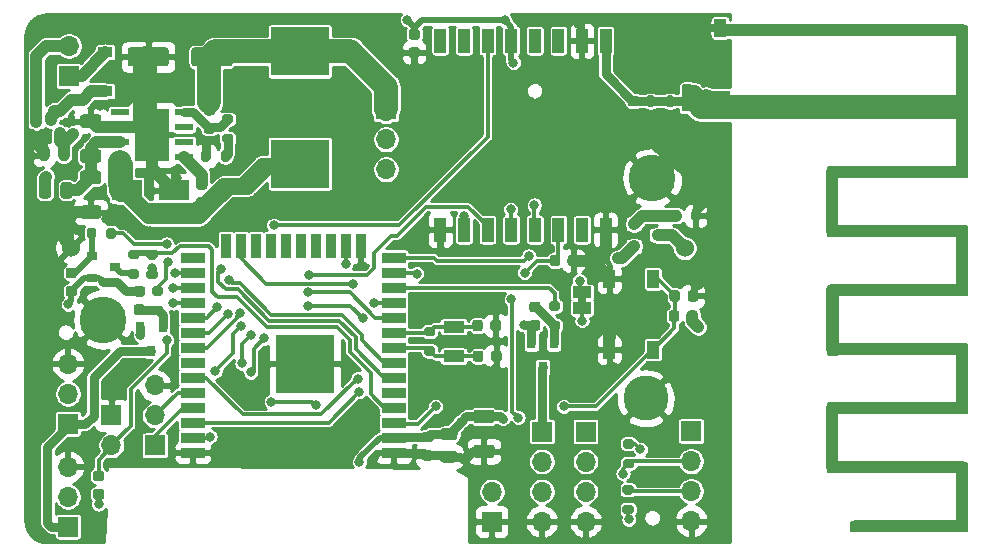
<source format=gbr>
G04 #@! TF.GenerationSoftware,KiCad,Pcbnew,(5.1.7)-1*
G04 #@! TF.CreationDate,2020-12-10T21:45:52+01:00*
G04 #@! TF.ProjectId,lora,6c6f7261-2e6b-4696-9361-645f70636258,v1.0*
G04 #@! TF.SameCoordinates,Original*
G04 #@! TF.FileFunction,Copper,L1,Top*
G04 #@! TF.FilePolarity,Positive*
%FSLAX46Y46*%
G04 Gerber Fmt 4.6, Leading zero omitted, Abs format (unit mm)*
G04 Created by KiCad (PCBNEW (5.1.7)-1) date 2020-12-10 21:45:52*
%MOMM*%
%LPD*%
G01*
G04 APERTURE LIST*
G04 #@! TA.AperFunction,EtchedComponent*
%ADD10C,0.100000*%
G04 #@! TD*
G04 #@! TA.AperFunction,ComponentPad*
%ADD11R,1.700000X1.700000*%
G04 #@! TD*
G04 #@! TA.AperFunction,ComponentPad*
%ADD12O,1.700000X1.700000*%
G04 #@! TD*
G04 #@! TA.AperFunction,SMDPad,CuDef*
%ADD13R,5.000000X5.000000*%
G04 #@! TD*
G04 #@! TA.AperFunction,SMDPad,CuDef*
%ADD14R,2.000000X0.900000*%
G04 #@! TD*
G04 #@! TA.AperFunction,SMDPad,CuDef*
%ADD15R,0.900000X2.000000*%
G04 #@! TD*
G04 #@! TA.AperFunction,ComponentPad*
%ADD16C,1.530000*%
G04 #@! TD*
G04 #@! TA.AperFunction,ComponentPad*
%ADD17C,3.960000*%
G04 #@! TD*
G04 #@! TA.AperFunction,SMDPad,CuDef*
%ADD18R,0.890000X0.460000*%
G04 #@! TD*
G04 #@! TA.AperFunction,ComponentPad*
%ADD19C,0.970000*%
G04 #@! TD*
G04 #@! TA.AperFunction,SMDPad,CuDef*
%ADD20R,4.190000X2.665000*%
G04 #@! TD*
G04 #@! TA.AperFunction,SMDPad,CuDef*
%ADD21R,4.190000X1.780000*%
G04 #@! TD*
G04 #@! TA.AperFunction,SMDPad,CuDef*
%ADD22R,2.500000X1.800000*%
G04 #@! TD*
G04 #@! TA.AperFunction,SMDPad,CuDef*
%ADD23R,1.200000X0.900000*%
G04 #@! TD*
G04 #@! TA.AperFunction,SMDPad,CuDef*
%ADD24R,4.950000X4.100000*%
G04 #@! TD*
G04 #@! TA.AperFunction,SMDPad,CuDef*
%ADD25R,0.800000X0.900000*%
G04 #@! TD*
G04 #@! TA.AperFunction,SMDPad,CuDef*
%ADD26R,0.900000X0.800000*%
G04 #@! TD*
G04 #@! TA.AperFunction,SMDPad,CuDef*
%ADD27R,1.000000X1.500000*%
G04 #@! TD*
G04 #@! TA.AperFunction,SMDPad,CuDef*
%ADD28R,2.600000X3.100000*%
G04 #@! TD*
G04 #@! TA.AperFunction,SMDPad,CuDef*
%ADD29R,2.950000X4.500000*%
G04 #@! TD*
G04 #@! TA.AperFunction,SMDPad,CuDef*
%ADD30R,1.550000X0.600000*%
G04 #@! TD*
G04 #@! TA.AperFunction,ComponentPad*
%ADD31C,0.600000*%
G04 #@! TD*
G04 #@! TA.AperFunction,SMDPad,CuDef*
%ADD32R,1.000000X2.000000*%
G04 #@! TD*
G04 #@! TA.AperFunction,SMDPad,CuDef*
%ADD33R,1.800000X1.000000*%
G04 #@! TD*
G04 #@! TA.AperFunction,ComponentPad*
%ADD34C,3.800000*%
G04 #@! TD*
G04 #@! TA.AperFunction,SMDPad,CuDef*
%ADD35R,1.500000X1.000000*%
G04 #@! TD*
G04 #@! TA.AperFunction,ViaPad*
%ADD36C,0.800000*%
G04 #@! TD*
G04 #@! TA.AperFunction,Conductor*
%ADD37C,1.000000*%
G04 #@! TD*
G04 #@! TA.AperFunction,Conductor*
%ADD38C,0.300000*%
G04 #@! TD*
G04 #@! TA.AperFunction,Conductor*
%ADD39C,0.500000*%
G04 #@! TD*
G04 #@! TA.AperFunction,Conductor*
%ADD40C,0.750000*%
G04 #@! TD*
G04 #@! TA.AperFunction,Conductor*
%ADD41C,2.000000*%
G04 #@! TD*
G04 #@! TA.AperFunction,Conductor*
%ADD42C,0.254000*%
G04 #@! TD*
G04 #@! TA.AperFunction,Conductor*
%ADD43C,0.100000*%
G04 #@! TD*
G04 #@! TA.AperFunction,Conductor*
%ADD44C,0.200000*%
G04 #@! TD*
G04 APERTURE END LIST*
D10*
G36*
X228590000Y-93610000D02*
G01*
X228090000Y-93610000D01*
X228090000Y-93010000D01*
X228590000Y-93010000D01*
X228590000Y-93610000D01*
G37*
G36*
X217600000Y-116100000D02*
G01*
X217600000Y-116600000D01*
X217000000Y-116600000D01*
X217000000Y-116100000D01*
X217600000Y-116100000D01*
G37*
D11*
X226540000Y-127450000D03*
D12*
X226540000Y-129990000D03*
X226540000Y-132530000D03*
X226540000Y-135070000D03*
D13*
X193850000Y-121755000D03*
D14*
X201350000Y-129255000D03*
X201350000Y-127985000D03*
X201350000Y-126715000D03*
X201350000Y-125445000D03*
X201350000Y-124175000D03*
X201350000Y-122905000D03*
X201350000Y-121635000D03*
X201350000Y-120365000D03*
X201350000Y-119095000D03*
X201350000Y-117825000D03*
X201350000Y-116555000D03*
X201350000Y-115285000D03*
X201350000Y-114015000D03*
X201350000Y-112745000D03*
D15*
X198565000Y-111745000D03*
X197295000Y-111745000D03*
X196025000Y-111745000D03*
X194755000Y-111745000D03*
X193485000Y-111745000D03*
X192215000Y-111745000D03*
X190945000Y-111745000D03*
X189675000Y-111745000D03*
X188405000Y-111745000D03*
X187135000Y-111745000D03*
D14*
X184350000Y-112745000D03*
X184350000Y-114015000D03*
X184350000Y-115285000D03*
X184350000Y-116555000D03*
X184350000Y-117825000D03*
X184350000Y-119095000D03*
X184350000Y-120365000D03*
X184350000Y-121635000D03*
X184350000Y-122905000D03*
X184350000Y-124175000D03*
X184350000Y-125445000D03*
X184350000Y-126715000D03*
X184350000Y-127985000D03*
X184350000Y-129255000D03*
D16*
X225995000Y-111955000D03*
X174005000Y-111955000D03*
D17*
X176755000Y-117995000D03*
X223235000Y-106005000D03*
D18*
X225298000Y-96007500D03*
D19*
X224853000Y-96007500D03*
D20*
X227838000Y-102992500D03*
D21*
X227838000Y-99500000D03*
D20*
X227838000Y-96007500D03*
D18*
X225298000Y-102992500D03*
D19*
X224853000Y-102992500D03*
G04 #@! TA.AperFunction,SMDPad,CuDef*
G36*
G01*
X185350000Y-107000000D02*
X184850000Y-107000000D01*
G75*
G02*
X184625000Y-106775000I0J225000D01*
G01*
X184625000Y-106325000D01*
G75*
G02*
X184850000Y-106100000I225000J0D01*
G01*
X185350000Y-106100000D01*
G75*
G02*
X185575000Y-106325000I0J-225000D01*
G01*
X185575000Y-106775000D01*
G75*
G02*
X185350000Y-107000000I-225000J0D01*
G01*
G37*
G04 #@! TD.AperFunction*
G04 #@! TA.AperFunction,SMDPad,CuDef*
G36*
G01*
X185350000Y-108550000D02*
X184850000Y-108550000D01*
G75*
G02*
X184625000Y-108325000I0J225000D01*
G01*
X184625000Y-107875000D01*
G75*
G02*
X184850000Y-107650000I225000J0D01*
G01*
X185350000Y-107650000D01*
G75*
G02*
X185575000Y-107875000I0J-225000D01*
G01*
X185575000Y-108325000D01*
G75*
G02*
X185350000Y-108550000I-225000J0D01*
G01*
G37*
G04 #@! TD.AperFunction*
G04 #@! TA.AperFunction,SMDPad,CuDef*
G36*
G01*
X187720000Y-95210000D02*
X187720000Y-96310000D01*
G75*
G02*
X187470000Y-96560000I-250000J0D01*
G01*
X184470000Y-96560000D01*
G75*
G02*
X184220000Y-96310000I0J250000D01*
G01*
X184220000Y-95210000D01*
G75*
G02*
X184470000Y-94960000I250000J0D01*
G01*
X187470000Y-94960000D01*
G75*
G02*
X187720000Y-95210000I0J-250000D01*
G01*
G37*
G04 #@! TD.AperFunction*
G04 #@! TA.AperFunction,SMDPad,CuDef*
G36*
G01*
X182320000Y-95210000D02*
X182320000Y-96310000D01*
G75*
G02*
X182070000Y-96560000I-250000J0D01*
G01*
X179070000Y-96560000D01*
G75*
G02*
X178820000Y-96310000I0J250000D01*
G01*
X178820000Y-95210000D01*
G75*
G02*
X179070000Y-94960000I250000J0D01*
G01*
X182070000Y-94960000D01*
G75*
G02*
X182320000Y-95210000I0J-250000D01*
G01*
G37*
G04 #@! TD.AperFunction*
G04 #@! TA.AperFunction,SMDPad,CuDef*
G36*
G01*
X227150000Y-115750000D02*
X227150000Y-116250000D01*
G75*
G02*
X226925000Y-116475000I-225000J0D01*
G01*
X226475000Y-116475000D01*
G75*
G02*
X226250000Y-116250000I0J225000D01*
G01*
X226250000Y-115750000D01*
G75*
G02*
X226475000Y-115525000I225000J0D01*
G01*
X226925000Y-115525000D01*
G75*
G02*
X227150000Y-115750000I0J-225000D01*
G01*
G37*
G04 #@! TD.AperFunction*
G04 #@! TA.AperFunction,SMDPad,CuDef*
G36*
G01*
X225600000Y-115750000D02*
X225600000Y-116250000D01*
G75*
G02*
X225375000Y-116475000I-225000J0D01*
G01*
X224925000Y-116475000D01*
G75*
G02*
X224700000Y-116250000I0J225000D01*
G01*
X224700000Y-115750000D01*
G75*
G02*
X224925000Y-115525000I225000J0D01*
G01*
X225375000Y-115525000D01*
G75*
G02*
X225600000Y-115750000I0J-225000D01*
G01*
G37*
G04 #@! TD.AperFunction*
G04 #@! TA.AperFunction,SMDPad,CuDef*
G36*
G01*
X204450000Y-129950000D02*
X203950000Y-129950000D01*
G75*
G02*
X203725000Y-129725000I0J225000D01*
G01*
X203725000Y-129275000D01*
G75*
G02*
X203950000Y-129050000I225000J0D01*
G01*
X204450000Y-129050000D01*
G75*
G02*
X204675000Y-129275000I0J-225000D01*
G01*
X204675000Y-129725000D01*
G75*
G02*
X204450000Y-129950000I-225000J0D01*
G01*
G37*
G04 #@! TD.AperFunction*
G04 #@! TA.AperFunction,SMDPad,CuDef*
G36*
G01*
X204450000Y-128400000D02*
X203950000Y-128400000D01*
G75*
G02*
X203725000Y-128175000I0J225000D01*
G01*
X203725000Y-127725000D01*
G75*
G02*
X203950000Y-127500000I225000J0D01*
G01*
X204450000Y-127500000D01*
G75*
G02*
X204675000Y-127725000I0J-225000D01*
G01*
X204675000Y-128175000D01*
G75*
G02*
X204450000Y-128400000I-225000J0D01*
G01*
G37*
G04 #@! TD.AperFunction*
G04 #@! TA.AperFunction,SMDPad,CuDef*
G36*
G01*
X206475000Y-130100000D02*
X205525000Y-130100000D01*
G75*
G02*
X205275000Y-129850000I0J250000D01*
G01*
X205275000Y-129350000D01*
G75*
G02*
X205525000Y-129100000I250000J0D01*
G01*
X206475000Y-129100000D01*
G75*
G02*
X206725000Y-129350000I0J-250000D01*
G01*
X206725000Y-129850000D01*
G75*
G02*
X206475000Y-130100000I-250000J0D01*
G01*
G37*
G04 #@! TD.AperFunction*
G04 #@! TA.AperFunction,SMDPad,CuDef*
G36*
G01*
X206475000Y-128200000D02*
X205525000Y-128200000D01*
G75*
G02*
X205275000Y-127950000I0J250000D01*
G01*
X205275000Y-127450000D01*
G75*
G02*
X205525000Y-127200000I250000J0D01*
G01*
X206475000Y-127200000D01*
G75*
G02*
X206725000Y-127450000I0J-250000D01*
G01*
X206725000Y-127950000D01*
G75*
G02*
X206475000Y-128200000I-250000J0D01*
G01*
G37*
G04 #@! TD.AperFunction*
G04 #@! TA.AperFunction,SMDPad,CuDef*
G36*
G01*
X210500000Y-120850000D02*
X210500000Y-121350000D01*
G75*
G02*
X210275000Y-121575000I-225000J0D01*
G01*
X209825000Y-121575000D01*
G75*
G02*
X209600000Y-121350000I0J225000D01*
G01*
X209600000Y-120850000D01*
G75*
G02*
X209825000Y-120625000I225000J0D01*
G01*
X210275000Y-120625000D01*
G75*
G02*
X210500000Y-120850000I0J-225000D01*
G01*
G37*
G04 #@! TD.AperFunction*
G04 #@! TA.AperFunction,SMDPad,CuDef*
G36*
G01*
X208950000Y-120850000D02*
X208950000Y-121350000D01*
G75*
G02*
X208725000Y-121575000I-225000J0D01*
G01*
X208275000Y-121575000D01*
G75*
G02*
X208050000Y-121350000I0J225000D01*
G01*
X208050000Y-120850000D01*
G75*
G02*
X208275000Y-120625000I225000J0D01*
G01*
X208725000Y-120625000D01*
G75*
G02*
X208950000Y-120850000I0J-225000D01*
G01*
G37*
G04 #@! TD.AperFunction*
G04 #@! TA.AperFunction,SMDPad,CuDef*
G36*
G01*
X203350000Y-95850000D02*
X202850000Y-95850000D01*
G75*
G02*
X202625000Y-95625000I0J225000D01*
G01*
X202625000Y-95175000D01*
G75*
G02*
X202850000Y-94950000I225000J0D01*
G01*
X203350000Y-94950000D01*
G75*
G02*
X203575000Y-95175000I0J-225000D01*
G01*
X203575000Y-95625000D01*
G75*
G02*
X203350000Y-95850000I-225000J0D01*
G01*
G37*
G04 #@! TD.AperFunction*
G04 #@! TA.AperFunction,SMDPad,CuDef*
G36*
G01*
X203350000Y-94300000D02*
X202850000Y-94300000D01*
G75*
G02*
X202625000Y-94075000I0J225000D01*
G01*
X202625000Y-93625000D01*
G75*
G02*
X202850000Y-93400000I225000J0D01*
G01*
X203350000Y-93400000D01*
G75*
G02*
X203575000Y-93625000I0J-225000D01*
G01*
X203575000Y-94075000D01*
G75*
G02*
X203350000Y-94300000I-225000J0D01*
G01*
G37*
G04 #@! TD.AperFunction*
G04 #@! TA.AperFunction,SMDPad,CuDef*
G36*
G01*
X208000000Y-118750000D02*
X208000000Y-118250000D01*
G75*
G02*
X208225000Y-118025000I225000J0D01*
G01*
X208675000Y-118025000D01*
G75*
G02*
X208900000Y-118250000I0J-225000D01*
G01*
X208900000Y-118750000D01*
G75*
G02*
X208675000Y-118975000I-225000J0D01*
G01*
X208225000Y-118975000D01*
G75*
G02*
X208000000Y-118750000I0J225000D01*
G01*
G37*
G04 #@! TD.AperFunction*
G04 #@! TA.AperFunction,SMDPad,CuDef*
G36*
G01*
X209550000Y-118750000D02*
X209550000Y-118250000D01*
G75*
G02*
X209775000Y-118025000I225000J0D01*
G01*
X210225000Y-118025000D01*
G75*
G02*
X210450000Y-118250000I0J-225000D01*
G01*
X210450000Y-118750000D01*
G75*
G02*
X210225000Y-118975000I-225000J0D01*
G01*
X209775000Y-118975000D01*
G75*
G02*
X209550000Y-118750000I0J225000D01*
G01*
G37*
G04 #@! TD.AperFunction*
D22*
X178750000Y-107050000D03*
X182750000Y-107050000D03*
D23*
X176950000Y-98660000D03*
X176950000Y-95360000D03*
D11*
X177450000Y-126110000D03*
D12*
X177450000Y-128650000D03*
X181120000Y-123570000D03*
X181120000Y-126110000D03*
D11*
X181120000Y-128650000D03*
D12*
X209670000Y-132560000D03*
D11*
X209670000Y-135100000D03*
X213900000Y-127480000D03*
D12*
X213900000Y-130020000D03*
X213900000Y-132560000D03*
X213900000Y-135100000D03*
X217600000Y-135100000D03*
X217600000Y-132560000D03*
X217600000Y-130020000D03*
D11*
X217600000Y-127480000D03*
D24*
X193400000Y-104800000D03*
X193400000Y-95300000D03*
D25*
X181800000Y-118660000D03*
X179900000Y-118660000D03*
X180850000Y-120660000D03*
D26*
X177800000Y-113550000D03*
X175800000Y-114500000D03*
X175800000Y-112600000D03*
D25*
X214920000Y-120020000D03*
X213020000Y-120020000D03*
X213970000Y-122020000D03*
D26*
X173110000Y-102210000D03*
X173110000Y-100310000D03*
X171110000Y-101260000D03*
X223700000Y-110850000D03*
X221700000Y-111800000D03*
X221700000Y-109900000D03*
G04 #@! TA.AperFunction,SMDPad,CuDef*
G36*
G01*
X179580000Y-116710000D02*
X180080000Y-116710000D01*
G75*
G02*
X180305000Y-116935000I0J-225000D01*
G01*
X180305000Y-117385000D01*
G75*
G02*
X180080000Y-117610000I-225000J0D01*
G01*
X179580000Y-117610000D01*
G75*
G02*
X179355000Y-117385000I0J225000D01*
G01*
X179355000Y-116935000D01*
G75*
G02*
X179580000Y-116710000I225000J0D01*
G01*
G37*
G04 #@! TD.AperFunction*
G04 #@! TA.AperFunction,SMDPad,CuDef*
G36*
G01*
X179580000Y-115160000D02*
X180080000Y-115160000D01*
G75*
G02*
X180305000Y-115385000I0J-225000D01*
G01*
X180305000Y-115835000D01*
G75*
G02*
X180080000Y-116060000I-225000J0D01*
G01*
X179580000Y-116060000D01*
G75*
G02*
X179355000Y-115835000I0J225000D01*
G01*
X179355000Y-115385000D01*
G75*
G02*
X179580000Y-115160000I225000J0D01*
G01*
G37*
G04 #@! TD.AperFunction*
G04 #@! TA.AperFunction,SMDPad,CuDef*
G36*
G01*
X181095000Y-115170000D02*
X181645000Y-115170000D01*
G75*
G02*
X181845000Y-115370000I0J-200000D01*
G01*
X181845000Y-115770000D01*
G75*
G02*
X181645000Y-115970000I-200000J0D01*
G01*
X181095000Y-115970000D01*
G75*
G02*
X180895000Y-115770000I0J200000D01*
G01*
X180895000Y-115370000D01*
G75*
G02*
X181095000Y-115170000I200000J0D01*
G01*
G37*
G04 #@! TD.AperFunction*
G04 #@! TA.AperFunction,SMDPad,CuDef*
G36*
G01*
X181095000Y-116820000D02*
X181645000Y-116820000D01*
G75*
G02*
X181845000Y-117020000I0J-200000D01*
G01*
X181845000Y-117420000D01*
G75*
G02*
X181645000Y-117620000I-200000J0D01*
G01*
X181095000Y-117620000D01*
G75*
G02*
X180895000Y-117420000I0J200000D01*
G01*
X180895000Y-117020000D01*
G75*
G02*
X181095000Y-116820000I200000J0D01*
G01*
G37*
G04 #@! TD.AperFunction*
G04 #@! TA.AperFunction,SMDPad,CuDef*
G36*
G01*
X226200000Y-117950000D02*
X226200000Y-117450000D01*
G75*
G02*
X226425000Y-117225000I225000J0D01*
G01*
X226875000Y-117225000D01*
G75*
G02*
X227100000Y-117450000I0J-225000D01*
G01*
X227100000Y-117950000D01*
G75*
G02*
X226875000Y-118175000I-225000J0D01*
G01*
X226425000Y-118175000D01*
G75*
G02*
X226200000Y-117950000I0J225000D01*
G01*
G37*
G04 #@! TD.AperFunction*
G04 #@! TA.AperFunction,SMDPad,CuDef*
G36*
G01*
X224650000Y-117950000D02*
X224650000Y-117450000D01*
G75*
G02*
X224875000Y-117225000I225000J0D01*
G01*
X225325000Y-117225000D01*
G75*
G02*
X225550000Y-117450000I0J-225000D01*
G01*
X225550000Y-117950000D01*
G75*
G02*
X225325000Y-118175000I-225000J0D01*
G01*
X224875000Y-118175000D01*
G75*
G02*
X224650000Y-117950000I0J225000D01*
G01*
G37*
G04 #@! TD.AperFunction*
G04 #@! TA.AperFunction,SMDPad,CuDef*
G36*
G01*
X185500000Y-99800000D02*
X186000000Y-99800000D01*
G75*
G02*
X186225000Y-100025000I0J-225000D01*
G01*
X186225000Y-100475000D01*
G75*
G02*
X186000000Y-100700000I-225000J0D01*
G01*
X185500000Y-100700000D01*
G75*
G02*
X185275000Y-100475000I0J225000D01*
G01*
X185275000Y-100025000D01*
G75*
G02*
X185500000Y-99800000I225000J0D01*
G01*
G37*
G04 #@! TD.AperFunction*
G04 #@! TA.AperFunction,SMDPad,CuDef*
G36*
G01*
X185500000Y-101350000D02*
X186000000Y-101350000D01*
G75*
G02*
X186225000Y-101575000I0J-225000D01*
G01*
X186225000Y-102025000D01*
G75*
G02*
X186000000Y-102250000I-225000J0D01*
G01*
X185500000Y-102250000D01*
G75*
G02*
X185275000Y-102025000I0J225000D01*
G01*
X185275000Y-101575000D01*
G75*
G02*
X185500000Y-101350000I225000J0D01*
G01*
G37*
G04 #@! TD.AperFunction*
G04 #@! TA.AperFunction,SMDPad,CuDef*
G36*
G01*
X187025000Y-102275000D02*
X187575000Y-102275000D01*
G75*
G02*
X187775000Y-102475000I0J-200000D01*
G01*
X187775000Y-102875000D01*
G75*
G02*
X187575000Y-103075000I-200000J0D01*
G01*
X187025000Y-103075000D01*
G75*
G02*
X186825000Y-102875000I0J200000D01*
G01*
X186825000Y-102475000D01*
G75*
G02*
X187025000Y-102275000I200000J0D01*
G01*
G37*
G04 #@! TD.AperFunction*
G04 #@! TA.AperFunction,SMDPad,CuDef*
G36*
G01*
X187025000Y-100625000D02*
X187575000Y-100625000D01*
G75*
G02*
X187775000Y-100825000I0J-200000D01*
G01*
X187775000Y-101225000D01*
G75*
G02*
X187575000Y-101425000I-200000J0D01*
G01*
X187025000Y-101425000D01*
G75*
G02*
X186825000Y-101225000I0J200000D01*
G01*
X186825000Y-100825000D01*
G75*
G02*
X187025000Y-100625000I200000J0D01*
G01*
G37*
G04 #@! TD.AperFunction*
G04 #@! TA.AperFunction,SMDPad,CuDef*
G36*
G01*
X187500000Y-103875000D02*
X187500000Y-104425000D01*
G75*
G02*
X187300000Y-104625000I-200000J0D01*
G01*
X186900000Y-104625000D01*
G75*
G02*
X186700000Y-104425000I0J200000D01*
G01*
X186700000Y-103875000D01*
G75*
G02*
X186900000Y-103675000I200000J0D01*
G01*
X187300000Y-103675000D01*
G75*
G02*
X187500000Y-103875000I0J-200000D01*
G01*
G37*
G04 #@! TD.AperFunction*
G04 #@! TA.AperFunction,SMDPad,CuDef*
G36*
G01*
X185850000Y-103875000D02*
X185850000Y-104425000D01*
G75*
G02*
X185650000Y-104625000I-200000J0D01*
G01*
X185250000Y-104625000D01*
G75*
G02*
X185050000Y-104425000I0J200000D01*
G01*
X185050000Y-103875000D01*
G75*
G02*
X185250000Y-103675000I200000J0D01*
G01*
X185650000Y-103675000D01*
G75*
G02*
X185850000Y-103875000I0J-200000D01*
G01*
G37*
G04 #@! TD.AperFunction*
G04 #@! TA.AperFunction,SMDPad,CuDef*
G36*
G01*
X179075000Y-113755000D02*
X179625000Y-113755000D01*
G75*
G02*
X179825000Y-113955000I0J-200000D01*
G01*
X179825000Y-114355000D01*
G75*
G02*
X179625000Y-114555000I-200000J0D01*
G01*
X179075000Y-114555000D01*
G75*
G02*
X178875000Y-114355000I0J200000D01*
G01*
X178875000Y-113955000D01*
G75*
G02*
X179075000Y-113755000I200000J0D01*
G01*
G37*
G04 #@! TD.AperFunction*
G04 #@! TA.AperFunction,SMDPad,CuDef*
G36*
G01*
X179075000Y-112105000D02*
X179625000Y-112105000D01*
G75*
G02*
X179825000Y-112305000I0J-200000D01*
G01*
X179825000Y-112705000D01*
G75*
G02*
X179625000Y-112905000I-200000J0D01*
G01*
X179075000Y-112905000D01*
G75*
G02*
X178875000Y-112705000I0J200000D01*
G01*
X178875000Y-112305000D01*
G75*
G02*
X179075000Y-112105000I200000J0D01*
G01*
G37*
G04 #@! TD.AperFunction*
G04 #@! TA.AperFunction,SMDPad,CuDef*
G36*
G01*
X181175000Y-114565000D02*
X180625000Y-114565000D01*
G75*
G02*
X180425000Y-114365000I0J200000D01*
G01*
X180425000Y-113965000D01*
G75*
G02*
X180625000Y-113765000I200000J0D01*
G01*
X181175000Y-113765000D01*
G75*
G02*
X181375000Y-113965000I0J-200000D01*
G01*
X181375000Y-114365000D01*
G75*
G02*
X181175000Y-114565000I-200000J0D01*
G01*
G37*
G04 #@! TD.AperFunction*
G04 #@! TA.AperFunction,SMDPad,CuDef*
G36*
G01*
X181175000Y-112915000D02*
X180625000Y-112915000D01*
G75*
G02*
X180425000Y-112715000I0J200000D01*
G01*
X180425000Y-112315000D01*
G75*
G02*
X180625000Y-112115000I200000J0D01*
G01*
X181175000Y-112115000D01*
G75*
G02*
X181375000Y-112315000I0J-200000D01*
G01*
X181375000Y-112715000D01*
G75*
G02*
X181175000Y-112915000I-200000J0D01*
G01*
G37*
G04 #@! TD.AperFunction*
G04 #@! TA.AperFunction,SMDPad,CuDef*
G36*
G01*
X174300000Y-114500000D02*
X173800000Y-114500000D01*
G75*
G02*
X173575000Y-114275000I0J225000D01*
G01*
X173575000Y-113825000D01*
G75*
G02*
X173800000Y-113600000I225000J0D01*
G01*
X174300000Y-113600000D01*
G75*
G02*
X174525000Y-113825000I0J-225000D01*
G01*
X174525000Y-114275000D01*
G75*
G02*
X174300000Y-114500000I-225000J0D01*
G01*
G37*
G04 #@! TD.AperFunction*
G04 #@! TA.AperFunction,SMDPad,CuDef*
G36*
G01*
X174300000Y-116050000D02*
X173800000Y-116050000D01*
G75*
G02*
X173575000Y-115825000I0J225000D01*
G01*
X173575000Y-115375000D01*
G75*
G02*
X173800000Y-115150000I225000J0D01*
G01*
X174300000Y-115150000D01*
G75*
G02*
X174525000Y-115375000I0J-225000D01*
G01*
X174525000Y-115825000D01*
G75*
G02*
X174300000Y-116050000I-225000J0D01*
G01*
G37*
G04 #@! TD.AperFunction*
G04 #@! TA.AperFunction,SMDPad,CuDef*
G36*
G01*
X177825000Y-110425000D02*
X177825000Y-110975000D01*
G75*
G02*
X177625000Y-111175000I-200000J0D01*
G01*
X177225000Y-111175000D01*
G75*
G02*
X177025000Y-110975000I0J200000D01*
G01*
X177025000Y-110425000D01*
G75*
G02*
X177225000Y-110225000I200000J0D01*
G01*
X177625000Y-110225000D01*
G75*
G02*
X177825000Y-110425000I0J-200000D01*
G01*
G37*
G04 #@! TD.AperFunction*
G04 #@! TA.AperFunction,SMDPad,CuDef*
G36*
G01*
X176175000Y-110425000D02*
X176175000Y-110975000D01*
G75*
G02*
X175975000Y-111175000I-200000J0D01*
G01*
X175575000Y-111175000D01*
G75*
G02*
X175375000Y-110975000I0J200000D01*
G01*
X175375000Y-110425000D01*
G75*
G02*
X175575000Y-110225000I200000J0D01*
G01*
X175975000Y-110225000D01*
G75*
G02*
X176175000Y-110425000I0J-200000D01*
G01*
G37*
G04 #@! TD.AperFunction*
G04 #@! TA.AperFunction,SMDPad,CuDef*
G36*
G01*
X213560000Y-117380000D02*
X213060000Y-117380000D01*
G75*
G02*
X212835000Y-117155000I0J225000D01*
G01*
X212835000Y-116705000D01*
G75*
G02*
X213060000Y-116480000I225000J0D01*
G01*
X213560000Y-116480000D01*
G75*
G02*
X213785000Y-116705000I0J-225000D01*
G01*
X213785000Y-117155000D01*
G75*
G02*
X213560000Y-117380000I-225000J0D01*
G01*
G37*
G04 #@! TD.AperFunction*
G04 #@! TA.AperFunction,SMDPad,CuDef*
G36*
G01*
X213560000Y-118930000D02*
X213060000Y-118930000D01*
G75*
G02*
X212835000Y-118705000I0J225000D01*
G01*
X212835000Y-118255000D01*
G75*
G02*
X213060000Y-118030000I225000J0D01*
G01*
X213560000Y-118030000D01*
G75*
G02*
X213785000Y-118255000I0J-225000D01*
G01*
X213785000Y-118705000D01*
G75*
G02*
X213560000Y-118930000I-225000J0D01*
G01*
G37*
G04 #@! TD.AperFunction*
G04 #@! TA.AperFunction,SMDPad,CuDef*
G36*
G01*
X214715000Y-118110000D02*
X215265000Y-118110000D01*
G75*
G02*
X215465000Y-118310000I0J-200000D01*
G01*
X215465000Y-118710000D01*
G75*
G02*
X215265000Y-118910000I-200000J0D01*
G01*
X214715000Y-118910000D01*
G75*
G02*
X214515000Y-118710000I0J200000D01*
G01*
X214515000Y-118310000D01*
G75*
G02*
X214715000Y-118110000I200000J0D01*
G01*
G37*
G04 #@! TD.AperFunction*
G04 #@! TA.AperFunction,SMDPad,CuDef*
G36*
G01*
X214715000Y-116460000D02*
X215265000Y-116460000D01*
G75*
G02*
X215465000Y-116660000I0J-200000D01*
G01*
X215465000Y-117060000D01*
G75*
G02*
X215265000Y-117260000I-200000J0D01*
G01*
X214715000Y-117260000D01*
G75*
G02*
X214515000Y-117060000I0J200000D01*
G01*
X214515000Y-116660000D01*
G75*
G02*
X214715000Y-116460000I200000J0D01*
G01*
G37*
G04 #@! TD.AperFunction*
G04 #@! TA.AperFunction,SMDPad,CuDef*
G36*
G01*
X214550000Y-113250000D02*
X214550000Y-112750000D01*
G75*
G02*
X214775000Y-112525000I225000J0D01*
G01*
X215225000Y-112525000D01*
G75*
G02*
X215450000Y-112750000I0J-225000D01*
G01*
X215450000Y-113250000D01*
G75*
G02*
X215225000Y-113475000I-225000J0D01*
G01*
X214775000Y-113475000D01*
G75*
G02*
X214550000Y-113250000I0J225000D01*
G01*
G37*
G04 #@! TD.AperFunction*
G04 #@! TA.AperFunction,SMDPad,CuDef*
G36*
G01*
X216100000Y-113250000D02*
X216100000Y-112750000D01*
G75*
G02*
X216325000Y-112525000I225000J0D01*
G01*
X216775000Y-112525000D01*
G75*
G02*
X217000000Y-112750000I0J-225000D01*
G01*
X217000000Y-113250000D01*
G75*
G02*
X216775000Y-113475000I-225000J0D01*
G01*
X216325000Y-113475000D01*
G75*
G02*
X216100000Y-113250000I0J225000D01*
G01*
G37*
G04 #@! TD.AperFunction*
G04 #@! TA.AperFunction,SMDPad,CuDef*
G36*
G01*
X204675000Y-119400000D02*
X204125000Y-119400000D01*
G75*
G02*
X203925000Y-119200000I0J200000D01*
G01*
X203925000Y-118800000D01*
G75*
G02*
X204125000Y-118600000I200000J0D01*
G01*
X204675000Y-118600000D01*
G75*
G02*
X204875000Y-118800000I0J-200000D01*
G01*
X204875000Y-119200000D01*
G75*
G02*
X204675000Y-119400000I-200000J0D01*
G01*
G37*
G04 #@! TD.AperFunction*
G04 #@! TA.AperFunction,SMDPad,CuDef*
G36*
G01*
X204675000Y-121050000D02*
X204125000Y-121050000D01*
G75*
G02*
X203925000Y-120850000I0J200000D01*
G01*
X203925000Y-120450000D01*
G75*
G02*
X204125000Y-120250000I200000J0D01*
G01*
X204675000Y-120250000D01*
G75*
G02*
X204875000Y-120450000I0J-200000D01*
G01*
X204875000Y-120850000D01*
G75*
G02*
X204675000Y-121050000I-200000J0D01*
G01*
G37*
G04 #@! TD.AperFunction*
G04 #@! TA.AperFunction,SMDPad,CuDef*
G36*
G01*
X221475000Y-132810000D02*
X220925000Y-132810000D01*
G75*
G02*
X220725000Y-132610000I0J200000D01*
G01*
X220725000Y-132210000D01*
G75*
G02*
X220925000Y-132010000I200000J0D01*
G01*
X221475000Y-132010000D01*
G75*
G02*
X221675000Y-132210000I0J-200000D01*
G01*
X221675000Y-132610000D01*
G75*
G02*
X221475000Y-132810000I-200000J0D01*
G01*
G37*
G04 #@! TD.AperFunction*
G04 #@! TA.AperFunction,SMDPad,CuDef*
G36*
G01*
X221475000Y-134460000D02*
X220925000Y-134460000D01*
G75*
G02*
X220725000Y-134260000I0J200000D01*
G01*
X220725000Y-133860000D01*
G75*
G02*
X220925000Y-133660000I200000J0D01*
G01*
X221475000Y-133660000D01*
G75*
G02*
X221675000Y-133860000I0J-200000D01*
G01*
X221675000Y-134260000D01*
G75*
G02*
X221475000Y-134460000I-200000J0D01*
G01*
G37*
G04 #@! TD.AperFunction*
G04 #@! TA.AperFunction,SMDPad,CuDef*
G36*
G01*
X220985000Y-128120000D02*
X221535000Y-128120000D01*
G75*
G02*
X221735000Y-128320000I0J-200000D01*
G01*
X221735000Y-128720000D01*
G75*
G02*
X221535000Y-128920000I-200000J0D01*
G01*
X220985000Y-128920000D01*
G75*
G02*
X220785000Y-128720000I0J200000D01*
G01*
X220785000Y-128320000D01*
G75*
G02*
X220985000Y-128120000I200000J0D01*
G01*
G37*
G04 #@! TD.AperFunction*
G04 #@! TA.AperFunction,SMDPad,CuDef*
G36*
G01*
X220985000Y-129770000D02*
X221535000Y-129770000D01*
G75*
G02*
X221735000Y-129970000I0J-200000D01*
G01*
X221735000Y-130370000D01*
G75*
G02*
X221535000Y-130570000I-200000J0D01*
G01*
X220985000Y-130570000D01*
G75*
G02*
X220785000Y-130370000I0J200000D01*
G01*
X220785000Y-129970000D01*
G75*
G02*
X220985000Y-129770000I200000J0D01*
G01*
G37*
G04 #@! TD.AperFunction*
G04 #@! TA.AperFunction,SMDPad,CuDef*
G36*
G01*
X176620000Y-131690000D02*
X176120000Y-131690000D01*
G75*
G02*
X175895000Y-131465000I0J225000D01*
G01*
X175895000Y-131015000D01*
G75*
G02*
X176120000Y-130790000I225000J0D01*
G01*
X176620000Y-130790000D01*
G75*
G02*
X176845000Y-131015000I0J-225000D01*
G01*
X176845000Y-131465000D01*
G75*
G02*
X176620000Y-131690000I-225000J0D01*
G01*
G37*
G04 #@! TD.AperFunction*
G04 #@! TA.AperFunction,SMDPad,CuDef*
G36*
G01*
X176620000Y-133240000D02*
X176120000Y-133240000D01*
G75*
G02*
X175895000Y-133015000I0J225000D01*
G01*
X175895000Y-132565000D01*
G75*
G02*
X176120000Y-132340000I225000J0D01*
G01*
X176620000Y-132340000D01*
G75*
G02*
X176845000Y-132565000I0J-225000D01*
G01*
X176845000Y-133015000D01*
G75*
G02*
X176620000Y-133240000I-225000J0D01*
G01*
G37*
G04 #@! TD.AperFunction*
G04 #@! TA.AperFunction,SMDPad,CuDef*
G36*
G01*
X173810000Y-103825000D02*
X173810000Y-104375000D01*
G75*
G02*
X173610000Y-104575000I-200000J0D01*
G01*
X173210000Y-104575000D01*
G75*
G02*
X173010000Y-104375000I0J200000D01*
G01*
X173010000Y-103825000D01*
G75*
G02*
X173210000Y-103625000I200000J0D01*
G01*
X173610000Y-103625000D01*
G75*
G02*
X173810000Y-103825000I0J-200000D01*
G01*
G37*
G04 #@! TD.AperFunction*
G04 #@! TA.AperFunction,SMDPad,CuDef*
G36*
G01*
X172160000Y-103825000D02*
X172160000Y-104375000D01*
G75*
G02*
X171960000Y-104575000I-200000J0D01*
G01*
X171560000Y-104575000D01*
G75*
G02*
X171360000Y-104375000I0J200000D01*
G01*
X171360000Y-103825000D01*
G75*
G02*
X171560000Y-103625000I200000J0D01*
G01*
X171960000Y-103625000D01*
G75*
G02*
X172160000Y-103825000I0J-200000D01*
G01*
G37*
G04 #@! TD.AperFunction*
G04 #@! TA.AperFunction,SMDPad,CuDef*
G36*
G01*
X226550000Y-109475000D02*
X226550000Y-108925000D01*
G75*
G02*
X226750000Y-108725000I200000J0D01*
G01*
X227150000Y-108725000D01*
G75*
G02*
X227350000Y-108925000I0J-200000D01*
G01*
X227350000Y-109475000D01*
G75*
G02*
X227150000Y-109675000I-200000J0D01*
G01*
X226750000Y-109675000D01*
G75*
G02*
X226550000Y-109475000I0J200000D01*
G01*
G37*
G04 #@! TD.AperFunction*
G04 #@! TA.AperFunction,SMDPad,CuDef*
G36*
G01*
X224900000Y-109475000D02*
X224900000Y-108925000D01*
G75*
G02*
X225100000Y-108725000I200000J0D01*
G01*
X225500000Y-108725000D01*
G75*
G02*
X225700000Y-108925000I0J-200000D01*
G01*
X225700000Y-109475000D01*
G75*
G02*
X225500000Y-109675000I-200000J0D01*
G01*
X225100000Y-109675000D01*
G75*
G02*
X224900000Y-109475000I0J200000D01*
G01*
G37*
G04 #@! TD.AperFunction*
D27*
X219600000Y-120550000D03*
X219600000Y-114550000D03*
X223300000Y-120550000D03*
X223300000Y-114550000D03*
D11*
X200700000Y-100200000D03*
D12*
X200700000Y-102740000D03*
X200700000Y-105280000D03*
D28*
X180900000Y-102340000D03*
D29*
X180900000Y-102340000D03*
D30*
X183600000Y-104245000D03*
X183600000Y-102975000D03*
X183600000Y-101705000D03*
X183600000Y-100435000D03*
X178200000Y-100435000D03*
X178200000Y-101705000D03*
X178200000Y-102975000D03*
X178200000Y-104245000D03*
D31*
X181500000Y-104140000D03*
X181500000Y-102940000D03*
X180300000Y-102940000D03*
X180300000Y-104140000D03*
X181500000Y-100540000D03*
X181500000Y-101640000D03*
X180300000Y-101640000D03*
X180300000Y-100540000D03*
D32*
X205300000Y-110400000D03*
X207300000Y-110400000D03*
X209300000Y-110400000D03*
X211300000Y-110400000D03*
X213300000Y-110400000D03*
X215300000Y-110400000D03*
X217300000Y-110400000D03*
X219300000Y-110400000D03*
X219300000Y-94400000D03*
X217300000Y-94400000D03*
X215300000Y-94400000D03*
X213300000Y-94400000D03*
X211300000Y-94400000D03*
X209300000Y-94400000D03*
X207300000Y-94400000D03*
X205300000Y-94400000D03*
D33*
X206450000Y-118600000D03*
X206450000Y-121100000D03*
G04 #@! TA.AperFunction,SMDPad,CuDef*
G36*
G01*
X175049999Y-103575000D02*
X176350001Y-103575000D01*
G75*
G02*
X176600000Y-103824999I0J-249999D01*
G01*
X176600000Y-104475001D01*
G75*
G02*
X176350001Y-104725000I-249999J0D01*
G01*
X175049999Y-104725000D01*
G75*
G02*
X174800000Y-104475001I0J249999D01*
G01*
X174800000Y-103824999D01*
G75*
G02*
X175049999Y-103575000I249999J0D01*
G01*
G37*
G04 #@! TD.AperFunction*
G04 #@! TA.AperFunction,SMDPad,CuDef*
G36*
G01*
X175049999Y-100625000D02*
X176350001Y-100625000D01*
G75*
G02*
X176600000Y-100874999I0J-249999D01*
G01*
X176600000Y-101525001D01*
G75*
G02*
X176350001Y-101775000I-249999J0D01*
G01*
X175049999Y-101775000D01*
G75*
G02*
X174800000Y-101525001I0J249999D01*
G01*
X174800000Y-100874999D01*
G75*
G02*
X175049999Y-100625000I249999J0D01*
G01*
G37*
G04 #@! TD.AperFunction*
G04 #@! TA.AperFunction,SMDPad,CuDef*
G36*
G01*
X176350001Y-109475000D02*
X175049999Y-109475000D01*
G75*
G02*
X174800000Y-109225001I0J249999D01*
G01*
X174800000Y-108574999D01*
G75*
G02*
X175049999Y-108325000I249999J0D01*
G01*
X176350001Y-108325000D01*
G75*
G02*
X176600000Y-108574999I0J-249999D01*
G01*
X176600000Y-109225001D01*
G75*
G02*
X176350001Y-109475000I-249999J0D01*
G01*
G37*
G04 #@! TD.AperFunction*
G04 #@! TA.AperFunction,SMDPad,CuDef*
G36*
G01*
X176350001Y-106525000D02*
X175049999Y-106525000D01*
G75*
G02*
X174800000Y-106275001I0J249999D01*
G01*
X174800000Y-105624999D01*
G75*
G02*
X175049999Y-105375000I249999J0D01*
G01*
X176350001Y-105375000D01*
G75*
G02*
X176600000Y-105624999I0J-249999D01*
G01*
X176600000Y-106275001D01*
G75*
G02*
X176350001Y-106525000I-249999J0D01*
G01*
G37*
G04 #@! TD.AperFunction*
G04 #@! TA.AperFunction,SMDPad,CuDef*
G36*
G01*
X221380000Y-97500000D02*
X221880000Y-97500000D01*
G75*
G02*
X222105000Y-97725000I0J-225000D01*
G01*
X222105000Y-98175000D01*
G75*
G02*
X221880000Y-98400000I-225000J0D01*
G01*
X221380000Y-98400000D01*
G75*
G02*
X221155000Y-98175000I0J225000D01*
G01*
X221155000Y-97725000D01*
G75*
G02*
X221380000Y-97500000I225000J0D01*
G01*
G37*
G04 #@! TD.AperFunction*
G04 #@! TA.AperFunction,SMDPad,CuDef*
G36*
G01*
X221380000Y-99050000D02*
X221880000Y-99050000D01*
G75*
G02*
X222105000Y-99275000I0J-225000D01*
G01*
X222105000Y-99725000D01*
G75*
G02*
X221880000Y-99950000I-225000J0D01*
G01*
X221380000Y-99950000D01*
G75*
G02*
X221155000Y-99725000I0J225000D01*
G01*
X221155000Y-99275000D01*
G75*
G02*
X221380000Y-99050000I225000J0D01*
G01*
G37*
G04 #@! TD.AperFunction*
G04 #@! TA.AperFunction,SMDPad,CuDef*
G36*
G01*
X225960000Y-98050000D02*
X226460000Y-98050000D01*
G75*
G02*
X226685000Y-98275000I0J-225000D01*
G01*
X226685000Y-98725000D01*
G75*
G02*
X226460000Y-98950000I-225000J0D01*
G01*
X225960000Y-98950000D01*
G75*
G02*
X225735000Y-98725000I0J225000D01*
G01*
X225735000Y-98275000D01*
G75*
G02*
X225960000Y-98050000I225000J0D01*
G01*
G37*
G04 #@! TD.AperFunction*
G04 #@! TA.AperFunction,SMDPad,CuDef*
G36*
G01*
X225960000Y-96500000D02*
X226460000Y-96500000D01*
G75*
G02*
X226685000Y-96725000I0J-225000D01*
G01*
X226685000Y-97175000D01*
G75*
G02*
X226460000Y-97400000I-225000J0D01*
G01*
X225960000Y-97400000D01*
G75*
G02*
X225735000Y-97175000I0J225000D01*
G01*
X225735000Y-96725000D01*
G75*
G02*
X225960000Y-96500000I225000J0D01*
G01*
G37*
G04 #@! TD.AperFunction*
G04 #@! TA.AperFunction,SMDPad,CuDef*
G36*
G01*
X222700000Y-99775000D02*
X222700000Y-99225000D01*
G75*
G02*
X222900000Y-99025000I200000J0D01*
G01*
X223300000Y-99025000D01*
G75*
G02*
X223500000Y-99225000I0J-200000D01*
G01*
X223500000Y-99775000D01*
G75*
G02*
X223300000Y-99975000I-200000J0D01*
G01*
X222900000Y-99975000D01*
G75*
G02*
X222700000Y-99775000I0J200000D01*
G01*
G37*
G04 #@! TD.AperFunction*
G04 #@! TA.AperFunction,SMDPad,CuDef*
G36*
G01*
X224350000Y-99775000D02*
X224350000Y-99225000D01*
G75*
G02*
X224550000Y-99025000I200000J0D01*
G01*
X224950000Y-99025000D01*
G75*
G02*
X225150000Y-99225000I0J-200000D01*
G01*
X225150000Y-99775000D01*
G75*
G02*
X224950000Y-99975000I-200000J0D01*
G01*
X224550000Y-99975000D01*
G75*
G02*
X224350000Y-99775000I0J200000D01*
G01*
G37*
G04 #@! TD.AperFunction*
G04 #@! TA.AperFunction,SMDPad,CuDef*
G36*
G01*
X174162500Y-106599998D02*
X174162500Y-107500002D01*
G75*
G02*
X173912502Y-107750000I-249998J0D01*
G01*
X173387498Y-107750000D01*
G75*
G02*
X173137500Y-107500002I0J249998D01*
G01*
X173137500Y-106599998D01*
G75*
G02*
X173387498Y-106350000I249998J0D01*
G01*
X173912502Y-106350000D01*
G75*
G02*
X174162500Y-106599998I0J-249998D01*
G01*
G37*
G04 #@! TD.AperFunction*
G04 #@! TA.AperFunction,SMDPad,CuDef*
G36*
G01*
X172337500Y-106599998D02*
X172337500Y-107500002D01*
G75*
G02*
X172087502Y-107750000I-249998J0D01*
G01*
X171562498Y-107750000D01*
G75*
G02*
X171312500Y-107500002I0J249998D01*
G01*
X171312500Y-106599998D01*
G75*
G02*
X171562498Y-106350000I249998J0D01*
G01*
X172087502Y-106350000D01*
G75*
G02*
X172337500Y-106599998I0J-249998D01*
G01*
G37*
G04 #@! TD.AperFunction*
D27*
X228990000Y-93310000D03*
X227690000Y-93310000D03*
D34*
X222700000Y-94300000D03*
X222700000Y-124670000D03*
G04 #@! TA.AperFunction,SMDPad,CuDef*
G36*
G01*
X209650001Y-129725000D02*
X208349999Y-129725000D01*
G75*
G02*
X208100000Y-129475001I0J249999D01*
G01*
X208100000Y-128824999D01*
G75*
G02*
X208349999Y-128575000I249999J0D01*
G01*
X209650001Y-128575000D01*
G75*
G02*
X209900000Y-128824999I0J-249999D01*
G01*
X209900000Y-129475001D01*
G75*
G02*
X209650001Y-129725000I-249999J0D01*
G01*
G37*
G04 #@! TD.AperFunction*
G04 #@! TA.AperFunction,SMDPad,CuDef*
G36*
G01*
X209650001Y-126775000D02*
X208349999Y-126775000D01*
G75*
G02*
X208100000Y-126525001I0J249999D01*
G01*
X208100000Y-125874999D01*
G75*
G02*
X208349999Y-125625000I249999J0D01*
G01*
X209650001Y-125625000D01*
G75*
G02*
X209900000Y-125874999I0J-249999D01*
G01*
X209900000Y-126525001D01*
G75*
G02*
X209650001Y-126775000I-249999J0D01*
G01*
G37*
G04 #@! TD.AperFunction*
D35*
X217300000Y-115700000D03*
X217300000Y-117000000D03*
D11*
X173850000Y-97380000D03*
D12*
X173850000Y-94840000D03*
D11*
X173780000Y-135530000D03*
D12*
X173780000Y-132990000D03*
X173780000Y-130450000D03*
X173780000Y-121730000D03*
X173780000Y-124270000D03*
D11*
X173780000Y-126810000D03*
D36*
X229000000Y-104000000D03*
X229000000Y-103000000D03*
X227500000Y-102000000D03*
X229000000Y-97000000D03*
X227500000Y-96000000D03*
X229000000Y-95000000D03*
X195700000Y-119850000D03*
X195700000Y-123550000D03*
X192050000Y-123500000D03*
X192000000Y-119800000D03*
X209600000Y-117150000D03*
X209450000Y-122350000D03*
X199700000Y-129700000D03*
X186200000Y-129450000D03*
X198750000Y-113450000D03*
X217450000Y-96200000D03*
X219300000Y-108600000D03*
X203200000Y-96500000D03*
X205300000Y-112200000D03*
X174005000Y-109595000D03*
X227420000Y-108230000D03*
X219650000Y-119450000D03*
X185450000Y-103050000D03*
X227200000Y-115050000D03*
X174005000Y-110495000D03*
X180300000Y-97400000D03*
X180300000Y-98400000D03*
X176500000Y-99900000D03*
X171470000Y-93030000D03*
X174580000Y-93010000D03*
X177000000Y-93000000D03*
X179000000Y-93000000D03*
X181000000Y-93000000D03*
X183000000Y-93000000D03*
X181850000Y-106150000D03*
X177295000Y-101705000D03*
X185000000Y-93000000D03*
X187000000Y-93000000D03*
X189000000Y-93000000D03*
X183000000Y-106000000D03*
X227780000Y-105980000D03*
X229000000Y-108000000D03*
X229000000Y-110000000D03*
X228000000Y-112000000D03*
X229000000Y-114000000D03*
X229000000Y-116000000D03*
X228500000Y-118000000D03*
X229000000Y-120000000D03*
X229000000Y-124000000D03*
X229000000Y-130000000D03*
X229000000Y-132000000D03*
X229000000Y-136000000D03*
X172320000Y-117910000D03*
X172500000Y-115500000D03*
X172500000Y-113000000D03*
X172500000Y-111000000D03*
X172500000Y-109000000D03*
X171000000Y-103000000D03*
X197000000Y-93000000D03*
X199000000Y-93000000D03*
X201000000Y-93000000D03*
X226000000Y-93000000D03*
X217000000Y-93000000D03*
X206000000Y-97000000D03*
X215000000Y-97000000D03*
X221000000Y-96500000D03*
X218000000Y-98000000D03*
X219000000Y-100000000D03*
X221000000Y-101000000D03*
X223000000Y-101000000D03*
X225000000Y-101000000D03*
X225000000Y-98000000D03*
X222930250Y-97930250D03*
X188000000Y-130000000D03*
X191000000Y-130000000D03*
X194000000Y-130000000D03*
X197000000Y-130000000D03*
X224000000Y-122000000D03*
X220000000Y-122000000D03*
X220000000Y-118000000D03*
X190000000Y-99000000D03*
X192000000Y-99000000D03*
X194000000Y-99000000D03*
X196000000Y-99000000D03*
X197000000Y-101000000D03*
X193000000Y-101000000D03*
X189000000Y-101000000D03*
X198000000Y-104000000D03*
X198000000Y-106000000D03*
X207000000Y-101000000D03*
X204000000Y-101000000D03*
X204000000Y-99000000D03*
X229000000Y-127500000D03*
X229000000Y-122000000D03*
X223000000Y-103000000D03*
X190000000Y-108500000D03*
X192000000Y-108500000D03*
X194000000Y-108500000D03*
X198000000Y-108500000D03*
X200000000Y-108500000D03*
X202000000Y-107500000D03*
X203500000Y-106500000D03*
X206000000Y-103500000D03*
X196000000Y-108500000D03*
X177000000Y-109500000D03*
X179000000Y-110000000D03*
X180690000Y-110530000D03*
X184760000Y-110550000D03*
X186600000Y-109800000D03*
X188200000Y-108400000D03*
X195090000Y-92630000D03*
X192810000Y-92600000D03*
X190720000Y-92630000D03*
X170990000Y-109010000D03*
X170600010Y-104899990D03*
X170600010Y-106899990D03*
X176000000Y-107500000D03*
X207000000Y-99000000D03*
X207300000Y-129900000D03*
X180910000Y-113620000D03*
X215750000Y-125350000D03*
X204900000Y-125350000D03*
X211500000Y-96250000D03*
X173800000Y-116700000D03*
X176750000Y-114850000D03*
X227150000Y-118650000D03*
X198450000Y-130050000D03*
X217300000Y-118100000D03*
X207050000Y-126650000D03*
X210600000Y-126400000D03*
X210750000Y-92650000D03*
X202500000Y-92625000D03*
X179920000Y-119300000D03*
X176370000Y-133610000D03*
X212350000Y-118450000D03*
X221260000Y-134920000D03*
X222250000Y-128980000D03*
X173510009Y-102979991D03*
X174200000Y-102290000D03*
X189260000Y-122470000D03*
X190390000Y-119590000D03*
X194070000Y-116830000D03*
X199660000Y-116590000D03*
X198750069Y-117889794D03*
X188520000Y-121710000D03*
X194130000Y-115700001D03*
X189260000Y-119310000D03*
X183740000Y-112790000D03*
X182140000Y-119730000D03*
X190980000Y-124970000D03*
X194770000Y-125260000D03*
X182645000Y-115285000D03*
X182700000Y-116610000D03*
X197300000Y-113300000D03*
X203300000Y-114100000D03*
X211900000Y-126300000D03*
X211330000Y-116260000D03*
X198460000Y-124110000D03*
X220770000Y-131040000D03*
X198330000Y-122990000D03*
X220350000Y-112800000D03*
X187385331Y-114604669D03*
X182270000Y-113150000D03*
X186750000Y-113740000D03*
X182134669Y-111604669D03*
X212435000Y-114015000D03*
X197920000Y-114950000D03*
X194200000Y-114200000D03*
X188399686Y-118579024D03*
X185800000Y-127900000D03*
X186230000Y-122360000D03*
X191200000Y-110000000D03*
X182800000Y-114070000D03*
X213250000Y-108300000D03*
X186394669Y-116944669D03*
X211250000Y-108649999D03*
X187314354Y-117493692D03*
X207300000Y-109200000D03*
X188311086Y-117412888D03*
X171950000Y-105890000D03*
X172600000Y-100330000D03*
X172309999Y-101150001D03*
X212794669Y-112594669D03*
X217100000Y-114700000D03*
D37*
X174600000Y-107050000D02*
X175700000Y-105950000D01*
X173650000Y-107050000D02*
X174600000Y-107050000D01*
X175700000Y-105950000D02*
X175700000Y-104150000D01*
X178200000Y-102975000D02*
X176175000Y-102975000D01*
X175700000Y-103450000D02*
X175700000Y-104150000D01*
X176175000Y-102975000D02*
X175700000Y-103450000D01*
D38*
X210000000Y-117550000D02*
X209600000Y-117150000D01*
X210000000Y-118500000D02*
X210000000Y-117550000D01*
X210050000Y-121750000D02*
X209450000Y-122350000D01*
X210050000Y-121100000D02*
X210050000Y-121750000D01*
D39*
X200145000Y-129255000D02*
X199700000Y-129700000D01*
X201350000Y-129255000D02*
X200145000Y-129255000D01*
X186005000Y-129255000D02*
X186200000Y-129450000D01*
X184350000Y-129255000D02*
X186005000Y-129255000D01*
X198565000Y-113265000D02*
X198750000Y-113450000D01*
X198565000Y-111745000D02*
X198565000Y-113265000D01*
X206450000Y-129500000D02*
X206550000Y-129600000D01*
X217300000Y-96050000D02*
X217450000Y-96200000D01*
X217300000Y-94400000D02*
X217300000Y-96050000D01*
X219300000Y-110400000D02*
X219300000Y-108600000D01*
X203100000Y-96400000D02*
X203200000Y-96500000D01*
X203100000Y-95400000D02*
X203100000Y-96400000D01*
X205300000Y-110400000D02*
X205300000Y-112200000D01*
X174005000Y-109595000D02*
X174005000Y-110495000D01*
X174700000Y-108900000D02*
X174005000Y-109595000D01*
X175700000Y-108900000D02*
X174700000Y-108900000D01*
D37*
X216550000Y-113000000D02*
X218200000Y-113000000D01*
X219300000Y-111900000D02*
X219300000Y-110400000D01*
X218200000Y-113000000D02*
X219300000Y-111900000D01*
X219600000Y-114400000D02*
X218200000Y-113000000D01*
X219600000Y-114550000D02*
X219600000Y-114400000D01*
X219600000Y-119500000D02*
X219650000Y-119450000D01*
X219600000Y-120550000D02*
X219600000Y-119500000D01*
X180900000Y-105200000D02*
X180900000Y-102340000D01*
X182750000Y-107050000D02*
X181850000Y-106150000D01*
D40*
X185450000Y-104150000D02*
X185450000Y-103050000D01*
D37*
X180300000Y-100540000D02*
X180300000Y-97400000D01*
X176205000Y-101705000D02*
X177295000Y-101705000D01*
X175700000Y-101200000D02*
X176205000Y-101705000D01*
X180265000Y-101705000D02*
X180900000Y-102340000D01*
X178200000Y-101705000D02*
X180265000Y-101705000D01*
D39*
X226700000Y-115550000D02*
X227200000Y-115050000D01*
X226700000Y-116000000D02*
X226700000Y-115550000D01*
D41*
X180300000Y-101740000D02*
X180900000Y-102340000D01*
X180300000Y-95850000D02*
X180300000Y-98400000D01*
D37*
X174005000Y-111955000D02*
X174005000Y-111805000D01*
X174005000Y-111805000D02*
X173500000Y-111300000D01*
X173500000Y-111300000D02*
X173500000Y-109500000D01*
X174100000Y-108900000D02*
X175700000Y-108900000D01*
X173500000Y-109500000D02*
X174100000Y-108900000D01*
D39*
X174005000Y-110495000D02*
X174005000Y-111955000D01*
D37*
X180300000Y-97400000D02*
X180300000Y-95850000D01*
D41*
X180300000Y-98400000D02*
X180300000Y-101740000D01*
D37*
X181850000Y-106150000D02*
X180900000Y-105200000D01*
X177295000Y-101705000D02*
X178200000Y-101705000D01*
D40*
X226210000Y-95620000D02*
X226210000Y-95019000D01*
X221630000Y-97950000D02*
X222910500Y-97950000D01*
D37*
X227690000Y-93615500D02*
X225298000Y-96007500D01*
X227690000Y-93310000D02*
X227690000Y-93615500D01*
X224853000Y-96007500D02*
X224680250Y-96180250D01*
X227838000Y-96007500D02*
X224853000Y-96007500D01*
D40*
X222910500Y-97950000D02*
X222930250Y-97930250D01*
D37*
X227838000Y-102992500D02*
X224853000Y-102992500D01*
D40*
X222930250Y-97930250D02*
X224680250Y-96180250D01*
D39*
X197000000Y-93000000D02*
X196475010Y-92475010D01*
X189524990Y-92475010D02*
X189000000Y-93000000D01*
X196475010Y-92475010D02*
X194524990Y-92475010D01*
X194524990Y-92475010D02*
X192524990Y-92475010D01*
X192524990Y-92475010D02*
X190724990Y-92475010D01*
X190724990Y-92475010D02*
X189524990Y-92475010D01*
D40*
X203955000Y-129255000D02*
X204200000Y-129500000D01*
X201350000Y-129255000D02*
X203955000Y-129255000D01*
X205900000Y-129500000D02*
X206000000Y-129600000D01*
X204200000Y-129500000D02*
X205900000Y-129500000D01*
X207000000Y-129600000D02*
X207300000Y-129900000D01*
X206000000Y-129600000D02*
X207000000Y-129600000D01*
X208050000Y-129150000D02*
X207300000Y-129900000D01*
X209000000Y-129150000D02*
X208050000Y-129150000D01*
X209000000Y-129150000D02*
X209150000Y-129150000D01*
D37*
X171760000Y-103760000D02*
X171000000Y-103000000D01*
X171760000Y-104100000D02*
X171760000Y-103760000D01*
D40*
X180900000Y-113630000D02*
X180910000Y-113620000D01*
X180900000Y-114165000D02*
X180900000Y-113630000D01*
X226950000Y-108700000D02*
X227420000Y-108230000D01*
X226950000Y-109200000D02*
X226950000Y-108700000D01*
D37*
X185100000Y-105745000D02*
X183600000Y-104245000D01*
X185100000Y-106550000D02*
X185100000Y-105745000D01*
X178750000Y-104795000D02*
X178200000Y-104245000D01*
X178750000Y-107050000D02*
X178750000Y-104795000D01*
D41*
X178200000Y-106500000D02*
X178200000Y-104675010D01*
X178750000Y-107050000D02*
X178200000Y-106500000D01*
X178750000Y-107050000D02*
X178250000Y-107050000D01*
D37*
X185333164Y-108100000D02*
X186933164Y-106500000D01*
X185100000Y-108100000D02*
X185333164Y-108100000D01*
X186933164Y-106500000D02*
X188500000Y-106500000D01*
X190200000Y-104800000D02*
X193400000Y-104800000D01*
X188500000Y-106500000D02*
X190200000Y-104800000D01*
X180350001Y-108650001D02*
X178750000Y-107050000D01*
X184560001Y-108650001D02*
X180350001Y-108650001D01*
X185100000Y-108100000D02*
X185100000Y-108110002D01*
D40*
X191200000Y-104800000D02*
X193400000Y-104800000D01*
X189000000Y-107000000D02*
X191200000Y-104800000D01*
X187500000Y-107000000D02*
X189000000Y-107000000D01*
X178750000Y-107750000D02*
X180500000Y-109500000D01*
X178750000Y-107050000D02*
X178750000Y-107750000D01*
D37*
X185100000Y-108110002D02*
X184560001Y-108650001D01*
D39*
X184560001Y-108650001D02*
X184650001Y-108650001D01*
X185005000Y-109005000D02*
X185495000Y-109005000D01*
X184650001Y-108650001D02*
X185005000Y-109005000D01*
D40*
X185495000Y-109005000D02*
X187500000Y-107000000D01*
X185000000Y-109500000D02*
X185495000Y-109005000D01*
D39*
X185100000Y-108610000D02*
X185495000Y-109005000D01*
X185100000Y-108100000D02*
X185100000Y-108610000D01*
X185100000Y-108530000D02*
X184130000Y-109500000D01*
X185100000Y-108100000D02*
X185100000Y-108530000D01*
D40*
X184130000Y-109500000D02*
X185000000Y-109500000D01*
X180500000Y-109500000D02*
X184130000Y-109500000D01*
D37*
X185550000Y-96000000D02*
X185700000Y-95850000D01*
X185750000Y-95900000D02*
X185700000Y-95850000D01*
X185750000Y-100250000D02*
X185750000Y-95900000D01*
D41*
X186250000Y-95300000D02*
X185700000Y-95850000D01*
X193400000Y-95300000D02*
X186250000Y-95300000D01*
X185700000Y-95850000D02*
X185700000Y-99578986D01*
X200700000Y-98300000D02*
X197700000Y-95300000D01*
X200700000Y-100200000D02*
X200700000Y-98300000D01*
X197700000Y-95300000D02*
X193400000Y-95300000D01*
D38*
X223700000Y-114550000D02*
X225150000Y-116000000D01*
X223300000Y-114550000D02*
X223700000Y-114550000D01*
X225150000Y-117650000D02*
X225100000Y-117700000D01*
X225150000Y-116000000D02*
X225150000Y-117650000D01*
X225100000Y-118750000D02*
X223300000Y-120550000D01*
X225100000Y-117700000D02*
X225100000Y-118750000D01*
X201485000Y-126850000D02*
X201350000Y-126715000D01*
X203400000Y-126850000D02*
X201485000Y-126850000D01*
X218450000Y-125350000D02*
X215750000Y-125350000D01*
X223300000Y-120550000D02*
X223250000Y-120550000D01*
X223250000Y-120550000D02*
X218450000Y-125350000D01*
X203400000Y-126850000D02*
X204900000Y-125350000D01*
D39*
X204515000Y-127985000D02*
X204700000Y-127800000D01*
X206300000Y-127950000D02*
X206550000Y-127700000D01*
X211300000Y-96050000D02*
X211500000Y-96250000D01*
X211300000Y-94400000D02*
X211300000Y-96050000D01*
X175150000Y-114500000D02*
X174050000Y-115600000D01*
X175800000Y-114500000D02*
X175150000Y-114500000D01*
X174050000Y-116450000D02*
X173800000Y-116700000D01*
X174050000Y-115600000D02*
X174050000Y-116450000D01*
X176400000Y-114500000D02*
X176750000Y-114850000D01*
X175800000Y-114500000D02*
X176400000Y-114500000D01*
D37*
X226650000Y-118150000D02*
X227150000Y-118650000D01*
X226650000Y-117700000D02*
X226650000Y-118150000D01*
D39*
X198450000Y-129691998D02*
X198450000Y-130050000D01*
X200156998Y-127985000D02*
X198450000Y-129691998D01*
X201350000Y-127985000D02*
X200156998Y-127985000D01*
X206550000Y-127700000D02*
X206350000Y-127700000D01*
D38*
X217300000Y-117000000D02*
X217300000Y-118100000D01*
D40*
X201385000Y-127950000D02*
X201350000Y-127985000D01*
X204200000Y-127950000D02*
X201385000Y-127950000D01*
X204450000Y-127700000D02*
X204200000Y-127950000D01*
X206000000Y-127700000D02*
X204450000Y-127700000D01*
X206000000Y-127700000D02*
X205600000Y-127700000D01*
X207500000Y-126200000D02*
X207050000Y-126650000D01*
X209000000Y-126200000D02*
X207500000Y-126200000D01*
X207050000Y-126650000D02*
X206000000Y-127700000D01*
X210400000Y-126200000D02*
X210600000Y-126400000D01*
X209000000Y-126200000D02*
X210400000Y-126200000D01*
D39*
X203750000Y-92650000D02*
X203100000Y-93300000D01*
X210750000Y-92650000D02*
X203750000Y-92650000D01*
X203100000Y-93850000D02*
X203100000Y-93300000D01*
X211300000Y-93200000D02*
X210750000Y-92650000D01*
X211300000Y-94400000D02*
X211300000Y-93200000D01*
X203100000Y-93225000D02*
X202500000Y-92625000D01*
X203100000Y-93850000D02*
X203100000Y-93225000D01*
D40*
X179830000Y-115610000D02*
X178730000Y-115610000D01*
X177970000Y-114850000D02*
X176750000Y-114850000D01*
X178730000Y-115610000D02*
X177970000Y-114850000D01*
X179900000Y-119280000D02*
X179920000Y-119300000D01*
X179900000Y-118660000D02*
X179900000Y-119280000D01*
D38*
X176370000Y-132790000D02*
X176370000Y-133610000D01*
D40*
X213020000Y-118770000D02*
X213310000Y-118480000D01*
X213020000Y-120020000D02*
X213020000Y-118770000D01*
X212380000Y-118480000D02*
X212350000Y-118450000D01*
X213310000Y-118480000D02*
X212380000Y-118480000D01*
D38*
X221200000Y-134860000D02*
X221260000Y-134920000D01*
X221200000Y-134060000D02*
X221200000Y-134860000D01*
X221790000Y-128520000D02*
X222250000Y-128980000D01*
X221260000Y-128520000D02*
X221790000Y-128520000D01*
X204115000Y-120365000D02*
X204400000Y-120650000D01*
X201350000Y-120365000D02*
X204115000Y-120365000D01*
X204850000Y-121100000D02*
X204400000Y-120650000D01*
X206450000Y-121100000D02*
X204850000Y-121100000D01*
X206450000Y-121100000D02*
X208500000Y-121100000D01*
X204305000Y-119095000D02*
X204400000Y-119000000D01*
X201350000Y-119095000D02*
X204305000Y-119095000D01*
X204800000Y-118600000D02*
X204400000Y-119000000D01*
X206450000Y-118600000D02*
X204800000Y-118600000D01*
X208350000Y-118600000D02*
X208450000Y-118500000D01*
X206450000Y-118600000D02*
X208350000Y-118600000D01*
D37*
X173110000Y-102860000D02*
X173410000Y-103160000D01*
X173110000Y-102210000D02*
X173110000Y-102860000D01*
X173410000Y-103160000D02*
X173410000Y-104100000D01*
X173510009Y-102979991D02*
X174200000Y-102290000D01*
X173850000Y-97380000D02*
X174220000Y-97380000D01*
X174930000Y-97380000D02*
X176950000Y-95360000D01*
X173850000Y-97380000D02*
X174930000Y-97380000D01*
X173779998Y-94860000D02*
X174200000Y-94860000D01*
X171920000Y-94840000D02*
X173850000Y-94840000D01*
X171110000Y-95650000D02*
X171920000Y-94840000D01*
X171110000Y-101260000D02*
X171110000Y-95650000D01*
D38*
X201350000Y-116555000D02*
X201505001Y-116399999D01*
X201350000Y-116555000D02*
X201505000Y-116400000D01*
X201395000Y-116600000D02*
X201350000Y-116555000D01*
X189260000Y-122470000D02*
X189500000Y-122230000D01*
X189500000Y-120480000D02*
X190390000Y-119590000D01*
X189500000Y-122230000D02*
X189500000Y-120480000D01*
X194070000Y-116830000D02*
X197230000Y-116830000D01*
X197230000Y-116830000D02*
X197259336Y-116830000D01*
X201315000Y-116590000D02*
X201350000Y-116555000D01*
X199660000Y-116590000D02*
X201315000Y-116590000D01*
X197690275Y-116830000D02*
X197230000Y-116830000D01*
X198750069Y-117889794D02*
X197690275Y-116830000D01*
D40*
X175950000Y-126120000D02*
X175250000Y-126820000D01*
X175950000Y-122880000D02*
X175950000Y-126120000D01*
X178170000Y-120660000D02*
X175950000Y-122880000D01*
X180850000Y-120660000D02*
X178170000Y-120660000D01*
X174680000Y-126810000D02*
X174690000Y-126820000D01*
X173780000Y-126810000D02*
X174680000Y-126810000D01*
X174690000Y-126820000D02*
X174160000Y-126820000D01*
X175250000Y-126820000D02*
X174690000Y-126820000D01*
X173780000Y-126810000D02*
X173780000Y-127040000D01*
X173780000Y-127040000D02*
X172030000Y-128790000D01*
X172030000Y-128790000D02*
X172030000Y-135180000D01*
X172380000Y-135530000D02*
X173780000Y-135530000D01*
X172030000Y-135180000D02*
X172380000Y-135530000D01*
D38*
X188520000Y-121710000D02*
X188520000Y-120291856D01*
X194130000Y-115700001D02*
X197189999Y-115700001D01*
X197659999Y-115700001D02*
X197189999Y-115700001D01*
X199784998Y-117825000D02*
X197659999Y-115700001D01*
X201350000Y-117825000D02*
X199784998Y-117825000D01*
X188520000Y-120050000D02*
X188520000Y-120291856D01*
X189260000Y-119310000D02*
X188520000Y-120050000D01*
X177450000Y-128650000D02*
X177450000Y-128770000D01*
X176370000Y-129850000D02*
X176370000Y-131240000D01*
X177450000Y-128770000D02*
X176370000Y-129850000D01*
X183785000Y-112745000D02*
X183740000Y-112790000D01*
X184350000Y-112745000D02*
X183785000Y-112745000D01*
X182140000Y-120850002D02*
X179080000Y-123910002D01*
X182140000Y-119730000D02*
X182140000Y-120850002D01*
X179080000Y-127020000D02*
X177450000Y-128650000D01*
X179080000Y-123910002D02*
X179080000Y-127020000D01*
X183055000Y-124175000D02*
X181120000Y-126110000D01*
X184350000Y-124175000D02*
X183055000Y-124175000D01*
X181120000Y-127864998D02*
X181120000Y-128650000D01*
X183539998Y-125445000D02*
X181120000Y-127864998D01*
X184350000Y-125445000D02*
X183539998Y-125445000D01*
D40*
X213900000Y-122090000D02*
X213970000Y-122020000D01*
X213900000Y-127480000D02*
X213900000Y-122090000D01*
D38*
X183539998Y-115285000D02*
X184350000Y-115285000D01*
X184405000Y-115340000D02*
X184350000Y-115285000D01*
X184335000Y-115300000D02*
X184350000Y-115285000D01*
X191110000Y-124840000D02*
X190980000Y-124970000D01*
X194480000Y-124970000D02*
X190980000Y-124970000D01*
X194770000Y-125260000D02*
X194480000Y-124970000D01*
X182645000Y-115285000D02*
X182630000Y-115300000D01*
X184350000Y-115285000D02*
X182645000Y-115285000D01*
X183539998Y-116555000D02*
X184350000Y-116555000D01*
X184325000Y-116580000D02*
X184350000Y-116555000D01*
X184295000Y-116610000D02*
X184350000Y-116555000D01*
X182700000Y-116610000D02*
X184295000Y-116610000D01*
X197300000Y-111750000D02*
X197295000Y-111745000D01*
X197300000Y-113300000D02*
X197300000Y-111750000D01*
X203215000Y-114015000D02*
X203300000Y-114100000D01*
X201350000Y-114015000D02*
X203215000Y-114015000D01*
X211599999Y-125999999D02*
X211539999Y-125999999D01*
X211900000Y-126300000D02*
X211599999Y-125999999D01*
X211539999Y-125999999D02*
X211360000Y-125820000D01*
X211360000Y-116290000D02*
X211330000Y-116260000D01*
X211360000Y-125820000D02*
X211360000Y-116290000D01*
X184350000Y-126715000D02*
X183539998Y-126715000D01*
X195855000Y-126715000D02*
X198460000Y-124110000D01*
X184350000Y-126715000D02*
X195855000Y-126715000D01*
X221440000Y-129990000D02*
X221260000Y-130170000D01*
X226540000Y-129990000D02*
X221440000Y-129990000D01*
X220770000Y-130660000D02*
X221260000Y-130170000D01*
X220770000Y-131040000D02*
X220770000Y-130660000D01*
X184350000Y-122905000D02*
X184765000Y-122905000D01*
X184765000Y-122905000D02*
X185160002Y-122905000D01*
X184350000Y-122905000D02*
X185485000Y-122905000D01*
X188590001Y-126010001D02*
X195239999Y-126010001D01*
X185485000Y-122905000D02*
X188590001Y-126010001D01*
X195239999Y-126010001D02*
X197970000Y-123280000D01*
X198040000Y-123280000D02*
X198330000Y-122990000D01*
X197970000Y-123280000D02*
X198040000Y-123280000D01*
X221320000Y-132530000D02*
X221200000Y-132410000D01*
X226540000Y-132530000D02*
X221320000Y-132530000D01*
D40*
X181310000Y-117160000D02*
X181370000Y-117220000D01*
X179830000Y-117160000D02*
X181310000Y-117160000D01*
X181800000Y-117650000D02*
X181370000Y-117220000D01*
X181800000Y-118660000D02*
X181800000Y-117650000D01*
D39*
X178300000Y-114050000D02*
X177800000Y-113550000D01*
X179550000Y-114050000D02*
X178300000Y-114050000D01*
X174350000Y-114050000D02*
X175800000Y-112600000D01*
X174050000Y-114050000D02*
X174350000Y-114050000D01*
X175800000Y-110725000D02*
X175775000Y-110700000D01*
X175800000Y-112600000D02*
X175800000Y-110725000D01*
D40*
X214920000Y-118580000D02*
X214990000Y-118510000D01*
X214920000Y-120020000D02*
X214920000Y-118580000D01*
X213410000Y-116930000D02*
X214990000Y-118510000D01*
X213310000Y-116930000D02*
X213410000Y-116930000D01*
D37*
X224890000Y-110850000D02*
X225995000Y-111955000D01*
X223700000Y-110850000D02*
X224890000Y-110850000D01*
X220700000Y-112800000D02*
X221700000Y-111800000D01*
X220350000Y-112800000D02*
X220700000Y-112800000D01*
X222400000Y-109200000D02*
X221700000Y-109900000D01*
X225300000Y-109200000D02*
X222400000Y-109200000D01*
D38*
X191002441Y-117580001D02*
X188342432Y-114919992D01*
X196944241Y-117580001D02*
X191002441Y-117580001D01*
X198650020Y-119285780D02*
X196944241Y-117580001D01*
X198650020Y-119745022D02*
X198650020Y-119285780D01*
X200539998Y-121635000D02*
X198650020Y-119745022D01*
X201350000Y-121635000D02*
X200539998Y-121635000D01*
X187700654Y-114919992D02*
X187385331Y-114604669D01*
X188342432Y-114919992D02*
X187700654Y-114919992D01*
X181370000Y-115570000D02*
X181370000Y-115200000D01*
X182049999Y-113370001D02*
X182270000Y-113150000D01*
X182049999Y-114520001D02*
X182049999Y-113370001D01*
X181370000Y-115200000D02*
X182049999Y-114520001D01*
D40*
X184328614Y-100435000D02*
X183600000Y-100435000D01*
X185693614Y-101800000D02*
X184328614Y-100435000D01*
X185750000Y-101800000D02*
X185693614Y-101800000D01*
X187300000Y-101025000D02*
X186625000Y-101700000D01*
X185850000Y-101700000D02*
X185750000Y-101800000D01*
X186625000Y-101700000D02*
X185850000Y-101700000D01*
X187300000Y-103950000D02*
X187100000Y-104150000D01*
X187300000Y-102675000D02*
X187300000Y-103950000D01*
D39*
X181250000Y-112400000D02*
X179550000Y-112400000D01*
D38*
X182620000Y-112400000D02*
X181250000Y-112400000D01*
X185690000Y-111770000D02*
X183250000Y-111770000D01*
X186000000Y-112080000D02*
X185690000Y-111770000D01*
X188108200Y-116100000D02*
X186460000Y-116100000D01*
X183250000Y-111770000D02*
X182620000Y-112400000D01*
X186000000Y-115640000D02*
X186000000Y-112080000D01*
X190608200Y-118600000D02*
X188108200Y-116100000D01*
X186460000Y-116100000D02*
X186000000Y-115640000D01*
X196550000Y-118600000D02*
X190608200Y-118600000D01*
X197650000Y-119700000D02*
X196550000Y-118600000D01*
X200539998Y-125445000D02*
X199420000Y-124325002D01*
X201350000Y-125445000D02*
X200539998Y-125445000D01*
X197650000Y-120722122D02*
X197650000Y-119700000D01*
X199420000Y-122492122D02*
X197650000Y-120722122D01*
X199420000Y-124325002D02*
X199420000Y-122492122D01*
X177500000Y-110775000D02*
X177425000Y-110700000D01*
X177425000Y-110700000D02*
X178430000Y-110700000D01*
X178430000Y-110700000D02*
X179334669Y-111604669D01*
X182134669Y-111604669D02*
X182354669Y-111604669D01*
X179334669Y-111604669D02*
X182134669Y-111604669D01*
X186500010Y-113989990D02*
X186750000Y-113740000D01*
X187140000Y-115420000D02*
X186500010Y-114780010D01*
X188135320Y-115420000D02*
X187140000Y-115420000D01*
X186500010Y-114780010D02*
X186500010Y-113989990D01*
X196757112Y-118099992D02*
X190815312Y-118099992D01*
X198150012Y-119492892D02*
X196757112Y-118099992D01*
X198150012Y-120515014D02*
X198150012Y-119492892D01*
X200539998Y-122905000D02*
X198150012Y-120515014D01*
X190815312Y-118099992D02*
X188135320Y-115420000D01*
X201350000Y-122905000D02*
X200539998Y-122905000D01*
X201350000Y-115285000D02*
X214505000Y-115285000D01*
X214990000Y-115770000D02*
X214990000Y-116860000D01*
X214505000Y-115285000D02*
X214990000Y-115770000D01*
X188405000Y-111745000D02*
X188405000Y-112555002D01*
X215300000Y-112700000D02*
X215000000Y-113000000D01*
X215300000Y-110400000D02*
X215300000Y-112700000D01*
X213450000Y-113000000D02*
X215000000Y-113000000D01*
X212435000Y-114015000D02*
X213450000Y-113000000D01*
X188405000Y-111745000D02*
X188405000Y-112805000D01*
X190550001Y-114950001D02*
X195350001Y-114950001D01*
X188405000Y-112805000D02*
X190550001Y-114950001D01*
X195350001Y-114950001D02*
X197550001Y-114950001D01*
X197919999Y-114950001D02*
X197920000Y-114950000D01*
X197550001Y-114950001D02*
X197919999Y-114950001D01*
X204057121Y-108449999D02*
X201607120Y-110900000D01*
X207660001Y-108449999D02*
X204057121Y-108449999D01*
X209300000Y-110089998D02*
X207660001Y-108449999D01*
X209300000Y-110400000D02*
X209300000Y-110089998D01*
X201114998Y-110900000D02*
X199650000Y-112364998D01*
X201607120Y-110900000D02*
X201114998Y-110900000D01*
X184350000Y-127985000D02*
X185160002Y-127985000D01*
X199110002Y-114200000D02*
X194200000Y-114200000D01*
X199650000Y-113660002D02*
X199110002Y-114200000D01*
X199650000Y-112364998D02*
X199650000Y-113660002D01*
X187750001Y-119228709D02*
X187750001Y-119590001D01*
X188399686Y-118579024D02*
X187750001Y-119228709D01*
X187750001Y-119590001D02*
X187750001Y-119409999D01*
X185715000Y-127985000D02*
X185800000Y-127900000D01*
X184350000Y-127985000D02*
X185715000Y-127985000D01*
X187750001Y-120839999D02*
X187750001Y-119590001D01*
X186230000Y-122360000D02*
X187750001Y-120839999D01*
X209300000Y-102500000D02*
X209300000Y-94400000D01*
X201800000Y-110000000D02*
X209300000Y-102500000D01*
X191200000Y-110000000D02*
X201800000Y-110000000D01*
X184295000Y-114070000D02*
X184350000Y-114015000D01*
X182800000Y-114070000D02*
X184295000Y-114070000D01*
X184350000Y-117825000D02*
X185160002Y-117825000D01*
X213250000Y-110350000D02*
X213300000Y-110400000D01*
X213250000Y-108300000D02*
X213250000Y-110350000D01*
X185514338Y-117825000D02*
X184350000Y-117825000D01*
X186394669Y-116944669D02*
X185514338Y-117825000D01*
X184350000Y-119095000D02*
X185160002Y-119095000D01*
X211250000Y-110350000D02*
X211300000Y-110400000D01*
X211250000Y-108649999D02*
X211250000Y-110350000D01*
X185305000Y-119095000D02*
X184350000Y-119095000D01*
X185713046Y-119095000D02*
X184350000Y-119095000D01*
X187314354Y-117493692D02*
X185713046Y-119095000D01*
X184350000Y-120365000D02*
X185435000Y-120365000D01*
X207300000Y-109200000D02*
X207300000Y-110400000D01*
X185385000Y-120365000D02*
X184350000Y-120365000D01*
X185553048Y-120365000D02*
X184350000Y-120365000D01*
X188064355Y-117853693D02*
X185553048Y-120365000D01*
X188064355Y-117659619D02*
X188064355Y-117853693D01*
X188311086Y-117412888D02*
X188064355Y-117659619D01*
D40*
X226838000Y-98500000D02*
X227838000Y-99500000D01*
X226210000Y-98500000D02*
X226838000Y-98500000D01*
D41*
X228338000Y-100000000D02*
X227838000Y-99500000D01*
X249000000Y-100000000D02*
X227338000Y-100000000D01*
D37*
X243000000Y-115500000D02*
X239000000Y-115500000D01*
X249500000Y-110500000D02*
X249500000Y-115500000D01*
X240000000Y-110500000D02*
X249500000Y-110500000D01*
X238500000Y-110500000D02*
X240000000Y-110500000D01*
X239000000Y-115500000D02*
X238500000Y-115500000D01*
X238500000Y-105500000D02*
X238500000Y-106500000D01*
X239000000Y-105500000D02*
X238500000Y-105500000D01*
X238500000Y-106500000D02*
X238500000Y-110500000D01*
X249500000Y-115500000D02*
X243000000Y-115500000D01*
X249500000Y-100000000D02*
X249500000Y-105500000D01*
X240000000Y-105500000D02*
X239500000Y-105500000D01*
X239500000Y-105500000D02*
X239000000Y-105500000D01*
X249500000Y-105500000D02*
X240000000Y-105500000D01*
X249000000Y-100000000D02*
X249500000Y-100000000D01*
X238500000Y-115500000D02*
X238500000Y-120500000D01*
X249000000Y-120500000D02*
X249500000Y-120500000D01*
X238500000Y-120500000D02*
X249000000Y-120500000D01*
X249500000Y-120500000D02*
X249500000Y-125500000D01*
X249500000Y-125500000D02*
X238500000Y-125500000D01*
X238500000Y-125500000D02*
X238500000Y-130500000D01*
X238500000Y-130500000D02*
X249500000Y-130500000D01*
X249500000Y-130500000D02*
X249500000Y-135500000D01*
X249500000Y-135500000D02*
X241500000Y-135500000D01*
X229180000Y-93500000D02*
X228990000Y-93310000D01*
X249500000Y-93500000D02*
X229180000Y-93500000D01*
X249500000Y-100000000D02*
X249500000Y-93500000D01*
X241500000Y-135500000D02*
X240500000Y-135500000D01*
D40*
X221573614Y-99500000D02*
X221630000Y-99500000D01*
X219300000Y-97226386D02*
X221573614Y-99500000D01*
X219300000Y-94400000D02*
X219300000Y-97226386D01*
X221630000Y-99500000D02*
X227838000Y-99500000D01*
D37*
X173110000Y-100310000D02*
X174050000Y-99370000D01*
X171825000Y-106015000D02*
X171950000Y-105890000D01*
X171825000Y-107050000D02*
X171825000Y-106015000D01*
X172310010Y-100879990D02*
X172310010Y-100880001D01*
X173090000Y-100330000D02*
X173110000Y-100310000D01*
X172600000Y-100330000D02*
X173090000Y-100330000D01*
X172600000Y-100590000D02*
X172310010Y-100879990D01*
X172600000Y-100330000D02*
X172600000Y-100590000D01*
X172310010Y-100879990D02*
X172310010Y-101109999D01*
X175030000Y-99370000D02*
X174050000Y-99370000D01*
X175740000Y-98660000D02*
X175030000Y-99370000D01*
X176950000Y-98660000D02*
X175740000Y-98660000D01*
D38*
X201355000Y-112750000D02*
X201350000Y-112745000D01*
X204734998Y-112745000D02*
X204989998Y-113000000D01*
X201350000Y-112745000D02*
X204734998Y-112745000D01*
X212389338Y-113000000D02*
X212794669Y-112594669D01*
X204989998Y-113000000D02*
X212389338Y-113000000D01*
X217100000Y-115500000D02*
X217300000Y-115700000D01*
X217100000Y-114700000D02*
X217100000Y-115500000D01*
X196150000Y-111870000D02*
X196025000Y-111745000D01*
X194800000Y-111790000D02*
X194755000Y-111745000D01*
X187135000Y-111745000D02*
X187135000Y-110934998D01*
D42*
X221307362Y-92167133D02*
X221103256Y-92523651D01*
X222700000Y-94120395D01*
X224296744Y-92523651D01*
X224092638Y-92167133D01*
X224063589Y-92152000D01*
X226703374Y-92152000D01*
X226659463Y-92205506D01*
X226600498Y-92315820D01*
X226564188Y-92435518D01*
X226551928Y-92560000D01*
X226555000Y-93024250D01*
X226713750Y-93183000D01*
X227563000Y-93183000D01*
X227563000Y-93163000D01*
X227763000Y-93163000D01*
X227763000Y-93457000D01*
X227563000Y-93457000D01*
X227563000Y-93437000D01*
X226713750Y-93437000D01*
X226555000Y-93595750D01*
X226552072Y-94038302D01*
X225743000Y-94036928D01*
X225618518Y-94049188D01*
X225498820Y-94085498D01*
X225388506Y-94144463D01*
X225291815Y-94223815D01*
X225246603Y-94278907D01*
X225247123Y-94272979D01*
X225192909Y-93776578D01*
X225042894Y-93300293D01*
X224832867Y-92907362D01*
X224476349Y-92703256D01*
X222879605Y-94300000D01*
X222893748Y-94314143D01*
X222714143Y-94493748D01*
X222700000Y-94479605D01*
X221103256Y-96076349D01*
X221307362Y-96432867D01*
X221750223Y-96663575D01*
X222229583Y-96803452D01*
X222727021Y-96847123D01*
X223223422Y-96792909D01*
X223699707Y-96642894D01*
X223868640Y-96552597D01*
X223873684Y-96562034D01*
X224085584Y-96595311D01*
X224248609Y-96432286D01*
X224268709Y-96493897D01*
X224329956Y-96602960D01*
X224379396Y-96660709D01*
X224265189Y-96774916D01*
X224298466Y-96986816D01*
X224500176Y-97076183D01*
X224715445Y-97124481D01*
X224936001Y-97129855D01*
X225105631Y-97100388D01*
X225105249Y-97230501D01*
X225100000Y-97235750D01*
X225096928Y-97400000D01*
X225109188Y-97524482D01*
X225145498Y-97644180D01*
X225204463Y-97754494D01*
X225283815Y-97851185D01*
X225380506Y-97930537D01*
X225488567Y-97988298D01*
X225448557Y-98063153D01*
X225417055Y-98167002D01*
X225406418Y-98275000D01*
X225406418Y-98725000D01*
X225413608Y-98798000D01*
X225258895Y-98798000D01*
X225243664Y-98785500D01*
X225152280Y-98736654D01*
X225053121Y-98706575D01*
X224950000Y-98696418D01*
X224550000Y-98696418D01*
X224446879Y-98706575D01*
X224347720Y-98736654D01*
X224256336Y-98785500D01*
X224241105Y-98798000D01*
X223608895Y-98798000D01*
X223593664Y-98785500D01*
X223502280Y-98736654D01*
X223403121Y-98706575D01*
X223300000Y-98696418D01*
X222900000Y-98696418D01*
X222796879Y-98706575D01*
X222697720Y-98736654D01*
X222613026Y-98781924D01*
X222635537Y-98754494D01*
X222694502Y-98644180D01*
X222730812Y-98524482D01*
X222743072Y-98400000D01*
X222740000Y-98235750D01*
X222581250Y-98077000D01*
X221757000Y-98077000D01*
X221757000Y-98097000D01*
X221503000Y-98097000D01*
X221503000Y-98077000D01*
X221483000Y-98077000D01*
X221483000Y-97823000D01*
X221503000Y-97823000D01*
X221503000Y-97023750D01*
X221757000Y-97023750D01*
X221757000Y-97823000D01*
X222581250Y-97823000D01*
X222740000Y-97664250D01*
X222743072Y-97500000D01*
X222730812Y-97375518D01*
X222694502Y-97255820D01*
X222635537Y-97145506D01*
X222556185Y-97048815D01*
X222459494Y-96969463D01*
X222349180Y-96910498D01*
X222229482Y-96874188D01*
X222105000Y-96861928D01*
X221915750Y-96865000D01*
X221757000Y-97023750D01*
X221503000Y-97023750D01*
X221344250Y-96865000D01*
X221155000Y-96861928D01*
X221030518Y-96874188D01*
X220910820Y-96910498D01*
X220800506Y-96969463D01*
X220703815Y-97048815D01*
X220624463Y-97145506D01*
X220565498Y-97255820D01*
X220529188Y-97375518D01*
X220521363Y-97454971D01*
X220002000Y-96935609D01*
X220002000Y-95657244D01*
X220032343Y-95632343D01*
X220073206Y-95582550D01*
X220103570Y-95525743D01*
X220122268Y-95464103D01*
X220128582Y-95400000D01*
X220128582Y-94327021D01*
X220152877Y-94327021D01*
X220207091Y-94823422D01*
X220357106Y-95299707D01*
X220567133Y-95692638D01*
X220923651Y-95896744D01*
X222520395Y-94300000D01*
X220923651Y-92703256D01*
X220567133Y-92907362D01*
X220336425Y-93350223D01*
X220196548Y-93829583D01*
X220152877Y-94327021D01*
X220128582Y-94327021D01*
X220128582Y-93400000D01*
X220122268Y-93335897D01*
X220103570Y-93274257D01*
X220073206Y-93217450D01*
X220032343Y-93167657D01*
X219982550Y-93126794D01*
X219925743Y-93096430D01*
X219864103Y-93077732D01*
X219800000Y-93071418D01*
X218800000Y-93071418D01*
X218735897Y-93077732D01*
X218674257Y-93096430D01*
X218617450Y-93126794D01*
X218567657Y-93167657D01*
X218526794Y-93217450D01*
X218496430Y-93274257D01*
X218477732Y-93335897D01*
X218471418Y-93400000D01*
X218471418Y-95400000D01*
X218477732Y-95464103D01*
X218496430Y-95525743D01*
X218526794Y-95582550D01*
X218567657Y-95632343D01*
X218598000Y-95657245D01*
X218598001Y-97191906D01*
X218594605Y-97226386D01*
X218598001Y-97260866D01*
X218608159Y-97364002D01*
X218613012Y-97380000D01*
X218648300Y-97496329D01*
X218713485Y-97618282D01*
X218779230Y-97698393D01*
X218779234Y-97698397D01*
X218801211Y-97725176D01*
X218827990Y-97747153D01*
X220828667Y-99747831D01*
X220837055Y-99832998D01*
X220868557Y-99936847D01*
X220919713Y-100032554D01*
X220988558Y-100116442D01*
X221072446Y-100185287D01*
X221168153Y-100236443D01*
X221272002Y-100267945D01*
X221380000Y-100278582D01*
X221880000Y-100278582D01*
X221987998Y-100267945D01*
X222091847Y-100236443D01*
X222156286Y-100202000D01*
X222591105Y-100202000D01*
X222606336Y-100214500D01*
X222697720Y-100263346D01*
X222796879Y-100293425D01*
X222900000Y-100303582D01*
X223300000Y-100303582D01*
X223403121Y-100293425D01*
X223502280Y-100263346D01*
X223593664Y-100214500D01*
X223608895Y-100202000D01*
X224241105Y-100202000D01*
X224256336Y-100214500D01*
X224347720Y-100263346D01*
X224446879Y-100293425D01*
X224550000Y-100303582D01*
X224950000Y-100303582D01*
X225053121Y-100293425D01*
X225152280Y-100263346D01*
X225243664Y-100214500D01*
X225258895Y-100202000D01*
X225414418Y-100202000D01*
X225414418Y-100390000D01*
X225420732Y-100454103D01*
X225439430Y-100515743D01*
X225469794Y-100572550D01*
X225510657Y-100622343D01*
X225560450Y-100663206D01*
X225617257Y-100693570D01*
X225678897Y-100712268D01*
X225743000Y-100718582D01*
X226217422Y-100718582D01*
X226229302Y-100740808D01*
X226395130Y-100942870D01*
X226493014Y-101023201D01*
X225743000Y-101021928D01*
X225618518Y-101034188D01*
X225498820Y-101070498D01*
X225388506Y-101129463D01*
X225291815Y-101208815D01*
X225212463Y-101305506D01*
X225153498Y-101415820D01*
X225117188Y-101535518D01*
X225104928Y-101660000D01*
X225105636Y-101901339D01*
X224990555Y-101875519D01*
X224769999Y-101870145D01*
X224552633Y-101907904D01*
X224346811Y-101987342D01*
X224298466Y-102013184D01*
X224265189Y-102225084D01*
X224379396Y-102339291D01*
X224329956Y-102397040D01*
X224268709Y-102506103D01*
X224248609Y-102567714D01*
X224085584Y-102404689D01*
X223873684Y-102437966D01*
X223784317Y-102639676D01*
X223736019Y-102854945D01*
X223730645Y-103075501D01*
X223768404Y-103292867D01*
X223830815Y-103454574D01*
X223724205Y-103423288D01*
X223211138Y-103377456D01*
X222698988Y-103432599D01*
X222207437Y-103586597D01*
X221795055Y-103807019D01*
X221581336Y-104171731D01*
X223235000Y-105825395D01*
X224888664Y-104171731D01*
X224854167Y-104112861D01*
X224936001Y-104114855D01*
X225105631Y-104085388D01*
X225104928Y-104325000D01*
X225109926Y-104375747D01*
X225068269Y-104351336D01*
X223414605Y-106005000D01*
X225068269Y-107658664D01*
X225432981Y-107444945D01*
X225671666Y-106988472D01*
X225816712Y-106494205D01*
X225862544Y-105981138D01*
X225807401Y-105468988D01*
X225653403Y-104977437D01*
X225640319Y-104952959D01*
X225743000Y-104963072D01*
X227552250Y-104960000D01*
X227711000Y-104801250D01*
X227711000Y-103119500D01*
X227691000Y-103119500D01*
X227691000Y-102865500D01*
X227711000Y-102865500D01*
X227711000Y-102845500D01*
X227965000Y-102845500D01*
X227965000Y-102865500D01*
X227985000Y-102865500D01*
X227985000Y-103119500D01*
X227965000Y-103119500D01*
X227965000Y-104801250D01*
X228123750Y-104960000D01*
X229848001Y-104962928D01*
X229848001Y-104992529D01*
X229848000Y-104992539D01*
X229848001Y-105507462D01*
X229848053Y-105507985D01*
X229848053Y-105508048D01*
X229848144Y-105508909D01*
X229848775Y-105515320D01*
X229848775Y-105521813D01*
X229848996Y-105523924D01*
X229859873Y-105620898D01*
X229862746Y-105634415D01*
X229865414Y-105647889D01*
X229866041Y-105649916D01*
X229873000Y-105671854D01*
X229873000Y-109329175D01*
X229864010Y-109358950D01*
X229861342Y-109372422D01*
X229858469Y-109385940D01*
X229858247Y-109388051D01*
X229848725Y-109485168D01*
X229848725Y-109485179D01*
X229848000Y-109492539D01*
X229848001Y-109992538D01*
X229848000Y-116007461D01*
X229848053Y-116007995D01*
X229848053Y-116008048D01*
X229848129Y-116008774D01*
X229848775Y-116015329D01*
X229848775Y-116021813D01*
X229848996Y-116023924D01*
X229859873Y-116120898D01*
X229862746Y-116134415D01*
X229865414Y-116147889D01*
X229866041Y-116149916D01*
X229873000Y-116171854D01*
X229873000Y-118829175D01*
X229864010Y-118858950D01*
X229861342Y-118872422D01*
X229858469Y-118885940D01*
X229858247Y-118888051D01*
X229848725Y-118985168D01*
X229848725Y-118985179D01*
X229848000Y-118992539D01*
X229848001Y-125507462D01*
X229848053Y-125507985D01*
X229848053Y-125508048D01*
X229848144Y-125508909D01*
X229848775Y-125515320D01*
X229848775Y-125521813D01*
X229848996Y-125523924D01*
X229859873Y-125620898D01*
X229862746Y-125634415D01*
X229865414Y-125647889D01*
X229866041Y-125649916D01*
X229873000Y-125671854D01*
X229873000Y-129329175D01*
X229864010Y-129358950D01*
X229861342Y-129372422D01*
X229858469Y-129385940D01*
X229858247Y-129388051D01*
X229848725Y-129485168D01*
X229848725Y-129485179D01*
X229848000Y-129492539D01*
X229848001Y-132992529D01*
X229848000Y-132992539D01*
X229848001Y-133507462D01*
X229848053Y-133507985D01*
X229848053Y-133508048D01*
X229848144Y-133508909D01*
X229848775Y-133515320D01*
X229848775Y-133521813D01*
X229848996Y-133523924D01*
X229859873Y-133620898D01*
X229862746Y-133634415D01*
X229865414Y-133647889D01*
X229866041Y-133649916D01*
X229873000Y-133671854D01*
X229873000Y-136329175D01*
X229864010Y-136358950D01*
X229861342Y-136372422D01*
X229858469Y-136385940D01*
X229858247Y-136388051D01*
X229848725Y-136485168D01*
X229848725Y-136485179D01*
X229848000Y-136492539D01*
X229848001Y-136848000D01*
X207772257Y-136848000D01*
X207763250Y-135950000D01*
X208181928Y-135950000D01*
X208194188Y-136074482D01*
X208230498Y-136194180D01*
X208289463Y-136304494D01*
X208368815Y-136401185D01*
X208465506Y-136480537D01*
X208575820Y-136539502D01*
X208695518Y-136575812D01*
X208820000Y-136588072D01*
X209384250Y-136585000D01*
X209543000Y-136426250D01*
X209543000Y-135227000D01*
X209797000Y-135227000D01*
X209797000Y-136426250D01*
X209955750Y-136585000D01*
X210520000Y-136588072D01*
X210644482Y-136575812D01*
X210764180Y-136539502D01*
X210874494Y-136480537D01*
X210971185Y-136401185D01*
X211050537Y-136304494D01*
X211109502Y-136194180D01*
X211145812Y-136074482D01*
X211158072Y-135950000D01*
X211155388Y-135456890D01*
X212458524Y-135456890D01*
X212503175Y-135604099D01*
X212628359Y-135866920D01*
X212802412Y-136100269D01*
X213018645Y-136295178D01*
X213268748Y-136444157D01*
X213543109Y-136541481D01*
X213773000Y-136420814D01*
X213773000Y-135227000D01*
X214027000Y-135227000D01*
X214027000Y-136420814D01*
X214256891Y-136541481D01*
X214531252Y-136444157D01*
X214781355Y-136295178D01*
X214997588Y-136100269D01*
X215171641Y-135866920D01*
X215296825Y-135604099D01*
X215341476Y-135456890D01*
X216158524Y-135456890D01*
X216203175Y-135604099D01*
X216328359Y-135866920D01*
X216502412Y-136100269D01*
X216718645Y-136295178D01*
X216968748Y-136444157D01*
X217243109Y-136541481D01*
X217473000Y-136420814D01*
X217473000Y-135227000D01*
X217727000Y-135227000D01*
X217727000Y-136420814D01*
X217956891Y-136541481D01*
X218231252Y-136444157D01*
X218481355Y-136295178D01*
X218697588Y-136100269D01*
X218871641Y-135866920D01*
X218996825Y-135604099D01*
X219041476Y-135456890D01*
X218920155Y-135227000D01*
X217727000Y-135227000D01*
X217473000Y-135227000D01*
X216279845Y-135227000D01*
X216158524Y-135456890D01*
X215341476Y-135456890D01*
X215220155Y-135227000D01*
X214027000Y-135227000D01*
X213773000Y-135227000D01*
X212579845Y-135227000D01*
X212458524Y-135456890D01*
X211155388Y-135456890D01*
X211155000Y-135385750D01*
X210996250Y-135227000D01*
X209797000Y-135227000D01*
X209543000Y-135227000D01*
X208343750Y-135227000D01*
X208185000Y-135385750D01*
X208181928Y-135950000D01*
X207763250Y-135950000D01*
X207746198Y-134250000D01*
X208181928Y-134250000D01*
X208185000Y-134814250D01*
X208343750Y-134973000D01*
X209543000Y-134973000D01*
X209543000Y-134953000D01*
X209797000Y-134953000D01*
X209797000Y-134973000D01*
X210996250Y-134973000D01*
X211155000Y-134814250D01*
X211155387Y-134743110D01*
X212458524Y-134743110D01*
X212579845Y-134973000D01*
X213773000Y-134973000D01*
X213773000Y-134953000D01*
X214027000Y-134953000D01*
X214027000Y-134973000D01*
X215220155Y-134973000D01*
X215341476Y-134743110D01*
X216158524Y-134743110D01*
X216279845Y-134973000D01*
X217473000Y-134973000D01*
X217473000Y-134953000D01*
X217727000Y-134953000D01*
X217727000Y-134973000D01*
X218920155Y-134973000D01*
X219041476Y-134743110D01*
X218996825Y-134595901D01*
X218871641Y-134333080D01*
X218697588Y-134099731D01*
X218481355Y-133904822D01*
X218406109Y-133860000D01*
X220396418Y-133860000D01*
X220396418Y-134260000D01*
X220406575Y-134363121D01*
X220436654Y-134462280D01*
X220485500Y-134553664D01*
X220551236Y-134633764D01*
X220581407Y-134658525D01*
X220560938Y-134707942D01*
X220533000Y-134848397D01*
X220533000Y-134991603D01*
X220560938Y-135132058D01*
X220615741Y-135264364D01*
X220695302Y-135383436D01*
X220796564Y-135484698D01*
X220915636Y-135564259D01*
X221047942Y-135619062D01*
X221188397Y-135647000D01*
X221331603Y-135647000D01*
X221472058Y-135619062D01*
X221604364Y-135564259D01*
X221723436Y-135484698D01*
X221824698Y-135383436D01*
X221904259Y-135264364D01*
X221959062Y-135132058D01*
X221987000Y-134991603D01*
X221987000Y-134848397D01*
X221959062Y-134707942D01*
X221958541Y-134706683D01*
X222495602Y-134706683D01*
X222495602Y-134853317D01*
X222524209Y-134997133D01*
X222580323Y-135132605D01*
X222661788Y-135254526D01*
X222765474Y-135358212D01*
X222887395Y-135439677D01*
X223022867Y-135495791D01*
X223166683Y-135524398D01*
X223313317Y-135524398D01*
X223457133Y-135495791D01*
X223592605Y-135439677D01*
X223611742Y-135426890D01*
X225098524Y-135426890D01*
X225143175Y-135574099D01*
X225268359Y-135836920D01*
X225442412Y-136070269D01*
X225658645Y-136265178D01*
X225908748Y-136414157D01*
X226183109Y-136511481D01*
X226413000Y-136390814D01*
X226413000Y-135197000D01*
X226667000Y-135197000D01*
X226667000Y-136390814D01*
X226896891Y-136511481D01*
X227171252Y-136414157D01*
X227421355Y-136265178D01*
X227637588Y-136070269D01*
X227811641Y-135836920D01*
X227936825Y-135574099D01*
X227981476Y-135426890D01*
X227860155Y-135197000D01*
X226667000Y-135197000D01*
X226413000Y-135197000D01*
X225219845Y-135197000D01*
X225098524Y-135426890D01*
X223611742Y-135426890D01*
X223714526Y-135358212D01*
X223818212Y-135254526D01*
X223899677Y-135132605D01*
X223955791Y-134997133D01*
X223984398Y-134853317D01*
X223984398Y-134706683D01*
X223955791Y-134562867D01*
X223899677Y-134427395D01*
X223818212Y-134305474D01*
X223714526Y-134201788D01*
X223592605Y-134120323D01*
X223457133Y-134064209D01*
X223313317Y-134035602D01*
X223166683Y-134035602D01*
X223022867Y-134064209D01*
X222887395Y-134120323D01*
X222765474Y-134201788D01*
X222661788Y-134305474D01*
X222580323Y-134427395D01*
X222524209Y-134562867D01*
X222495602Y-134706683D01*
X221958541Y-134706683D01*
X221904259Y-134575636D01*
X221900763Y-134570403D01*
X221914500Y-134553664D01*
X221963346Y-134462280D01*
X221993425Y-134363121D01*
X222003582Y-134260000D01*
X222003582Y-133860000D01*
X221993425Y-133756879D01*
X221963346Y-133657720D01*
X221914500Y-133566336D01*
X221848764Y-133486236D01*
X221768664Y-133420500D01*
X221677280Y-133371654D01*
X221578121Y-133341575D01*
X221475000Y-133331418D01*
X220925000Y-133331418D01*
X220821879Y-133341575D01*
X220722720Y-133371654D01*
X220631336Y-133420500D01*
X220551236Y-133486236D01*
X220485500Y-133566336D01*
X220436654Y-133657720D01*
X220406575Y-133756879D01*
X220396418Y-133860000D01*
X218406109Y-133860000D01*
X218231252Y-133755843D01*
X217992821Y-133671264D01*
X218157519Y-133603044D01*
X218350294Y-133474236D01*
X218514236Y-133310294D01*
X218643044Y-133117519D01*
X218731769Y-132903318D01*
X218777000Y-132675924D01*
X218777000Y-132444076D01*
X218731769Y-132216682D01*
X218643044Y-132002481D01*
X218514236Y-131809706D01*
X218350294Y-131645764D01*
X218157519Y-131516956D01*
X217943318Y-131428231D01*
X217715924Y-131383000D01*
X217484076Y-131383000D01*
X217256682Y-131428231D01*
X217042481Y-131516956D01*
X216849706Y-131645764D01*
X216685764Y-131809706D01*
X216556956Y-132002481D01*
X216468231Y-132216682D01*
X216423000Y-132444076D01*
X216423000Y-132675924D01*
X216468231Y-132903318D01*
X216556956Y-133117519D01*
X216685764Y-133310294D01*
X216849706Y-133474236D01*
X217042481Y-133603044D01*
X217207179Y-133671264D01*
X216968748Y-133755843D01*
X216718645Y-133904822D01*
X216502412Y-134099731D01*
X216328359Y-134333080D01*
X216203175Y-134595901D01*
X216158524Y-134743110D01*
X215341476Y-134743110D01*
X215296825Y-134595901D01*
X215171641Y-134333080D01*
X214997588Y-134099731D01*
X214781355Y-133904822D01*
X214531252Y-133755843D01*
X214292821Y-133671264D01*
X214457519Y-133603044D01*
X214650294Y-133474236D01*
X214814236Y-133310294D01*
X214943044Y-133117519D01*
X215031769Y-132903318D01*
X215077000Y-132675924D01*
X215077000Y-132444076D01*
X215031769Y-132216682D01*
X214943044Y-132002481D01*
X214814236Y-131809706D01*
X214650294Y-131645764D01*
X214457519Y-131516956D01*
X214243318Y-131428231D01*
X214015924Y-131383000D01*
X213784076Y-131383000D01*
X213556682Y-131428231D01*
X213342481Y-131516956D01*
X213149706Y-131645764D01*
X212985764Y-131809706D01*
X212856956Y-132002481D01*
X212768231Y-132216682D01*
X212723000Y-132444076D01*
X212723000Y-132675924D01*
X212768231Y-132903318D01*
X212856956Y-133117519D01*
X212985764Y-133310294D01*
X213149706Y-133474236D01*
X213342481Y-133603044D01*
X213507179Y-133671264D01*
X213268748Y-133755843D01*
X213018645Y-133904822D01*
X212802412Y-134099731D01*
X212628359Y-134333080D01*
X212503175Y-134595901D01*
X212458524Y-134743110D01*
X211155387Y-134743110D01*
X211158072Y-134250000D01*
X211145812Y-134125518D01*
X211109502Y-134005820D01*
X211050537Y-133895506D01*
X210971185Y-133798815D01*
X210874494Y-133719463D01*
X210764180Y-133660498D01*
X210644482Y-133624188D01*
X210520000Y-133611928D01*
X210201890Y-133613660D01*
X210227519Y-133603044D01*
X210420294Y-133474236D01*
X210584236Y-133310294D01*
X210713044Y-133117519D01*
X210801769Y-132903318D01*
X210847000Y-132675924D01*
X210847000Y-132444076D01*
X210801769Y-132216682D01*
X210713044Y-132002481D01*
X210584236Y-131809706D01*
X210420294Y-131645764D01*
X210227519Y-131516956D01*
X210013318Y-131428231D01*
X209785924Y-131383000D01*
X209554076Y-131383000D01*
X209326682Y-131428231D01*
X209112481Y-131516956D01*
X208919706Y-131645764D01*
X208755764Y-131809706D01*
X208626956Y-132002481D01*
X208538231Y-132216682D01*
X208493000Y-132444076D01*
X208493000Y-132675924D01*
X208538231Y-132903318D01*
X208626956Y-133117519D01*
X208755764Y-133310294D01*
X208919706Y-133474236D01*
X209112481Y-133603044D01*
X209138110Y-133613660D01*
X208820000Y-133611928D01*
X208695518Y-133624188D01*
X208575820Y-133660498D01*
X208465506Y-133719463D01*
X208368815Y-133798815D01*
X208289463Y-133895506D01*
X208230498Y-134005820D01*
X208194188Y-134125518D01*
X208181928Y-134250000D01*
X207746198Y-134250000D01*
X207716994Y-131338726D01*
X207711230Y-131302156D01*
X207701518Y-131279232D01*
X207687520Y-131258643D01*
X207669774Y-131241182D01*
X207648963Y-131227517D01*
X206715121Y-130738003D01*
X206725000Y-130738072D01*
X206849482Y-130725812D01*
X206969180Y-130689502D01*
X207079494Y-130630537D01*
X207176185Y-130551185D01*
X207255537Y-130454494D01*
X207314502Y-130344180D01*
X207350812Y-130224482D01*
X207363072Y-130100000D01*
X207360000Y-129885750D01*
X207201250Y-129727000D01*
X206127000Y-129727000D01*
X206127000Y-129747000D01*
X205873000Y-129747000D01*
X205873000Y-129727000D01*
X205251250Y-129727000D01*
X205249250Y-129725000D01*
X207461928Y-129725000D01*
X207474188Y-129849482D01*
X207510498Y-129969180D01*
X207569463Y-130079494D01*
X207648815Y-130176185D01*
X207745506Y-130255537D01*
X207855820Y-130314502D01*
X207975518Y-130350812D01*
X208100000Y-130363072D01*
X208714250Y-130360000D01*
X208873000Y-130201250D01*
X208873000Y-129277000D01*
X209127000Y-129277000D01*
X209127000Y-130201250D01*
X209285750Y-130360000D01*
X209900000Y-130363072D01*
X210024482Y-130350812D01*
X210144180Y-130314502D01*
X210254494Y-130255537D01*
X210351185Y-130176185D01*
X210430537Y-130079494D01*
X210489502Y-129969180D01*
X210509251Y-129904076D01*
X212723000Y-129904076D01*
X212723000Y-130135924D01*
X212768231Y-130363318D01*
X212856956Y-130577519D01*
X212985764Y-130770294D01*
X213149706Y-130934236D01*
X213342481Y-131063044D01*
X213556682Y-131151769D01*
X213784076Y-131197000D01*
X214015924Y-131197000D01*
X214243318Y-131151769D01*
X214457519Y-131063044D01*
X214650294Y-130934236D01*
X214814236Y-130770294D01*
X214943044Y-130577519D01*
X215031769Y-130363318D01*
X215077000Y-130135924D01*
X215077000Y-129904076D01*
X216423000Y-129904076D01*
X216423000Y-130135924D01*
X216468231Y-130363318D01*
X216556956Y-130577519D01*
X216685764Y-130770294D01*
X216849706Y-130934236D01*
X217042481Y-131063044D01*
X217256682Y-131151769D01*
X217484076Y-131197000D01*
X217715924Y-131197000D01*
X217943318Y-131151769D01*
X218157519Y-131063044D01*
X218299168Y-130968397D01*
X220043000Y-130968397D01*
X220043000Y-131111603D01*
X220070938Y-131252058D01*
X220125741Y-131384364D01*
X220205302Y-131503436D01*
X220306564Y-131604698D01*
X220425636Y-131684259D01*
X220557942Y-131739062D01*
X220654296Y-131758228D01*
X220631336Y-131770500D01*
X220551236Y-131836236D01*
X220485500Y-131916336D01*
X220436654Y-132007720D01*
X220406575Y-132106879D01*
X220396418Y-132210000D01*
X220396418Y-132610000D01*
X220406575Y-132713121D01*
X220436654Y-132812280D01*
X220485500Y-132903664D01*
X220551236Y-132983764D01*
X220631336Y-133049500D01*
X220722720Y-133098346D01*
X220821879Y-133128425D01*
X220925000Y-133138582D01*
X221475000Y-133138582D01*
X221578121Y-133128425D01*
X221677280Y-133098346D01*
X221768664Y-133049500D01*
X221820451Y-133007000D01*
X225463604Y-133007000D01*
X225496956Y-133087519D01*
X225625764Y-133280294D01*
X225789706Y-133444236D01*
X225982481Y-133573044D01*
X226147179Y-133641264D01*
X225908748Y-133725843D01*
X225658645Y-133874822D01*
X225442412Y-134069731D01*
X225268359Y-134303080D01*
X225143175Y-134565901D01*
X225098524Y-134713110D01*
X225219845Y-134943000D01*
X226413000Y-134943000D01*
X226413000Y-134923000D01*
X226667000Y-134923000D01*
X226667000Y-134943000D01*
X227860155Y-134943000D01*
X227981476Y-134713110D01*
X227936825Y-134565901D01*
X227811641Y-134303080D01*
X227637588Y-134069731D01*
X227421355Y-133874822D01*
X227171252Y-133725843D01*
X226932821Y-133641264D01*
X227097519Y-133573044D01*
X227290294Y-133444236D01*
X227454236Y-133280294D01*
X227583044Y-133087519D01*
X227671769Y-132873318D01*
X227717000Y-132645924D01*
X227717000Y-132414076D01*
X227671769Y-132186682D01*
X227583044Y-131972481D01*
X227454236Y-131779706D01*
X227290294Y-131615764D01*
X227097519Y-131486956D01*
X226883318Y-131398231D01*
X226655924Y-131353000D01*
X226424076Y-131353000D01*
X226196682Y-131398231D01*
X225982481Y-131486956D01*
X225789706Y-131615764D01*
X225625764Y-131779706D01*
X225496956Y-131972481D01*
X225463604Y-132053000D01*
X221977081Y-132053000D01*
X221963346Y-132007720D01*
X221914500Y-131916336D01*
X221848764Y-131836236D01*
X221768664Y-131770500D01*
X221677280Y-131721654D01*
X221578121Y-131691575D01*
X221475000Y-131681418D01*
X221118616Y-131681418D01*
X221233436Y-131604698D01*
X221334698Y-131503436D01*
X221414259Y-131384364D01*
X221469062Y-131252058D01*
X221497000Y-131111603D01*
X221497000Y-130968397D01*
X221483113Y-130898582D01*
X221535000Y-130898582D01*
X221638121Y-130888425D01*
X221737280Y-130858346D01*
X221828664Y-130809500D01*
X221908764Y-130743764D01*
X221974500Y-130663664D01*
X222023346Y-130572280D01*
X222053425Y-130473121D01*
X222054028Y-130467000D01*
X225463604Y-130467000D01*
X225496956Y-130547519D01*
X225625764Y-130740294D01*
X225789706Y-130904236D01*
X225982481Y-131033044D01*
X226196682Y-131121769D01*
X226424076Y-131167000D01*
X226655924Y-131167000D01*
X226883318Y-131121769D01*
X227097519Y-131033044D01*
X227290294Y-130904236D01*
X227454236Y-130740294D01*
X227583044Y-130547519D01*
X227671769Y-130333318D01*
X227717000Y-130105924D01*
X227717000Y-129874076D01*
X227671769Y-129646682D01*
X227583044Y-129432481D01*
X227454236Y-129239706D01*
X227290294Y-129075764D01*
X227097519Y-128946956D01*
X226883318Y-128858231D01*
X226655924Y-128813000D01*
X226424076Y-128813000D01*
X226196682Y-128858231D01*
X225982481Y-128946956D01*
X225789706Y-129075764D01*
X225625764Y-129239706D01*
X225496956Y-129432481D01*
X225463604Y-129513000D01*
X222745134Y-129513000D01*
X222814698Y-129443436D01*
X222894259Y-129324364D01*
X222949062Y-129192058D01*
X222977000Y-129051603D01*
X222977000Y-128908397D01*
X222949062Y-128767942D01*
X222894259Y-128635636D01*
X222814698Y-128516564D01*
X222713436Y-128415302D01*
X222594364Y-128335741D01*
X222462058Y-128280938D01*
X222321603Y-128253000D01*
X222197579Y-128253000D01*
X222143855Y-128199276D01*
X222128921Y-128181079D01*
X222056289Y-128121471D01*
X222012976Y-128098320D01*
X221974500Y-128026336D01*
X221908764Y-127946236D01*
X221828664Y-127880500D01*
X221737280Y-127831654D01*
X221638121Y-127801575D01*
X221535000Y-127791418D01*
X220985000Y-127791418D01*
X220881879Y-127801575D01*
X220782720Y-127831654D01*
X220691336Y-127880500D01*
X220611236Y-127946236D01*
X220545500Y-128026336D01*
X220496654Y-128117720D01*
X220466575Y-128216879D01*
X220456418Y-128320000D01*
X220456418Y-128720000D01*
X220466575Y-128823121D01*
X220496654Y-128922280D01*
X220545500Y-129013664D01*
X220611236Y-129093764D01*
X220691336Y-129159500D01*
X220782720Y-129208346D01*
X220881879Y-129238425D01*
X220985000Y-129248582D01*
X221535000Y-129248582D01*
X221572809Y-129244858D01*
X221605741Y-129324364D01*
X221685302Y-129443436D01*
X221717529Y-129475663D01*
X221638121Y-129451575D01*
X221535000Y-129441418D01*
X220985000Y-129441418D01*
X220881879Y-129451575D01*
X220782720Y-129481654D01*
X220691336Y-129530500D01*
X220611236Y-129596236D01*
X220545500Y-129676336D01*
X220496654Y-129767720D01*
X220466575Y-129866879D01*
X220456418Y-129970000D01*
X220456418Y-130299003D01*
X220449271Y-130306150D01*
X220431080Y-130321079D01*
X220416151Y-130339270D01*
X220416148Y-130339273D01*
X220404536Y-130353423D01*
X220371472Y-130393711D01*
X220347796Y-130438005D01*
X220339692Y-130453167D01*
X220306564Y-130475302D01*
X220205302Y-130576564D01*
X220125741Y-130695636D01*
X220070938Y-130827942D01*
X220043000Y-130968397D01*
X218299168Y-130968397D01*
X218350294Y-130934236D01*
X218514236Y-130770294D01*
X218643044Y-130577519D01*
X218731769Y-130363318D01*
X218777000Y-130135924D01*
X218777000Y-129904076D01*
X218731769Y-129676682D01*
X218643044Y-129462481D01*
X218514236Y-129269706D01*
X218350294Y-129105764D01*
X218157519Y-128976956D01*
X217943318Y-128888231D01*
X217715924Y-128843000D01*
X217484076Y-128843000D01*
X217256682Y-128888231D01*
X217042481Y-128976956D01*
X216849706Y-129105764D01*
X216685764Y-129269706D01*
X216556956Y-129462481D01*
X216468231Y-129676682D01*
X216423000Y-129904076D01*
X215077000Y-129904076D01*
X215031769Y-129676682D01*
X214943044Y-129462481D01*
X214814236Y-129269706D01*
X214650294Y-129105764D01*
X214457519Y-128976956D01*
X214243318Y-128888231D01*
X214015924Y-128843000D01*
X213784076Y-128843000D01*
X213556682Y-128888231D01*
X213342481Y-128976956D01*
X213149706Y-129105764D01*
X212985764Y-129269706D01*
X212856956Y-129462481D01*
X212768231Y-129676682D01*
X212723000Y-129904076D01*
X210509251Y-129904076D01*
X210525812Y-129849482D01*
X210538072Y-129725000D01*
X210535000Y-129435750D01*
X210376250Y-129277000D01*
X209127000Y-129277000D01*
X208873000Y-129277000D01*
X207623750Y-129277000D01*
X207465000Y-129435750D01*
X207461928Y-129725000D01*
X205249250Y-129725000D01*
X205151250Y-129627000D01*
X204327000Y-129627000D01*
X204327000Y-129647000D01*
X204073000Y-129647000D01*
X204073000Y-129627000D01*
X203248750Y-129627000D01*
X203090000Y-129785750D01*
X203086928Y-129950000D01*
X203099188Y-130074482D01*
X203135498Y-130194180D01*
X203194463Y-130304494D01*
X203273815Y-130401185D01*
X203370506Y-130480537D01*
X203480820Y-130539502D01*
X203500025Y-130545328D01*
X199010640Y-130517494D01*
X199014698Y-130513436D01*
X199094259Y-130394364D01*
X199149062Y-130262058D01*
X199177000Y-130121603D01*
X199177000Y-129978397D01*
X199149062Y-129837942D01*
X199140567Y-129817432D01*
X199252999Y-129705000D01*
X199711928Y-129705000D01*
X199724188Y-129829482D01*
X199760498Y-129949180D01*
X199819463Y-130059494D01*
X199898815Y-130156185D01*
X199995506Y-130235537D01*
X200105820Y-130294502D01*
X200225518Y-130330812D01*
X200350000Y-130343072D01*
X201064250Y-130340000D01*
X201223000Y-130181250D01*
X201223000Y-129382000D01*
X201477000Y-129382000D01*
X201477000Y-130181250D01*
X201635750Y-130340000D01*
X202350000Y-130343072D01*
X202474482Y-130330812D01*
X202594180Y-130294502D01*
X202704494Y-130235537D01*
X202801185Y-130156185D01*
X202880537Y-130059494D01*
X202939502Y-129949180D01*
X202975812Y-129829482D01*
X202988072Y-129705000D01*
X202985000Y-129540750D01*
X202826250Y-129382000D01*
X201477000Y-129382000D01*
X201223000Y-129382000D01*
X199873750Y-129382000D01*
X199715000Y-129540750D01*
X199711928Y-129705000D01*
X199252999Y-129705000D01*
X199851875Y-129106125D01*
X199873750Y-129128000D01*
X201223000Y-129128000D01*
X201223000Y-129108000D01*
X201477000Y-129108000D01*
X201477000Y-129128000D01*
X202826250Y-129128000D01*
X202985000Y-128969250D01*
X202988072Y-128805000D01*
X202975812Y-128680518D01*
X202967161Y-128652000D01*
X203230167Y-128652000D01*
X203194463Y-128695506D01*
X203135498Y-128805820D01*
X203099188Y-128925518D01*
X203086928Y-129050000D01*
X203090000Y-129214250D01*
X203248750Y-129373000D01*
X204073000Y-129373000D01*
X204073000Y-129353000D01*
X204327000Y-129353000D01*
X204327000Y-129373000D01*
X204698750Y-129373000D01*
X204798750Y-129473000D01*
X205873000Y-129473000D01*
X205873000Y-129453000D01*
X206127000Y-129453000D01*
X206127000Y-129473000D01*
X207201250Y-129473000D01*
X207360000Y-129314250D01*
X207363072Y-129100000D01*
X207350812Y-128975518D01*
X207314502Y-128855820D01*
X207255537Y-128745506D01*
X207176185Y-128648815D01*
X207086241Y-128575000D01*
X207461928Y-128575000D01*
X207465000Y-128864250D01*
X207623750Y-129023000D01*
X208873000Y-129023000D01*
X208873000Y-128098750D01*
X209127000Y-128098750D01*
X209127000Y-129023000D01*
X210376250Y-129023000D01*
X210535000Y-128864250D01*
X210538072Y-128575000D01*
X210525812Y-128450518D01*
X210489502Y-128330820D01*
X210430537Y-128220506D01*
X210351185Y-128123815D01*
X210254494Y-128044463D01*
X210144180Y-127985498D01*
X210024482Y-127949188D01*
X209900000Y-127936928D01*
X209285750Y-127940000D01*
X209127000Y-128098750D01*
X208873000Y-128098750D01*
X208714250Y-127940000D01*
X208100000Y-127936928D01*
X207975518Y-127949188D01*
X207855820Y-127985498D01*
X207745506Y-128044463D01*
X207648815Y-128123815D01*
X207569463Y-128220506D01*
X207510498Y-128330820D01*
X207474188Y-128450518D01*
X207461928Y-128575000D01*
X207086241Y-128575000D01*
X207079494Y-128569463D01*
X206969180Y-128510498D01*
X206849482Y-128474188D01*
X206736583Y-128463069D01*
X206796443Y-128431073D01*
X206884119Y-128359119D01*
X206956073Y-128271443D01*
X207009540Y-128171414D01*
X207042465Y-128062876D01*
X207049732Y-127989087D01*
X207085657Y-127921876D01*
X207118650Y-127813112D01*
X207129791Y-127700000D01*
X207118650Y-127586888D01*
X207115680Y-127577097D01*
X207406885Y-127285893D01*
X207513436Y-127214698D01*
X207614698Y-127113436D01*
X207685895Y-127006882D01*
X207790776Y-126902000D01*
X207914520Y-126902000D01*
X207940880Y-126934120D01*
X208028557Y-127006074D01*
X208128586Y-127059540D01*
X208237123Y-127092465D01*
X208349999Y-127103582D01*
X209650001Y-127103582D01*
X209762877Y-127092465D01*
X209871414Y-127059540D01*
X209971443Y-127006074D01*
X210059120Y-126934120D01*
X210080245Y-126908379D01*
X210136564Y-126964698D01*
X210255636Y-127044259D01*
X210387942Y-127099062D01*
X210528397Y-127127000D01*
X210671603Y-127127000D01*
X210812058Y-127099062D01*
X210944364Y-127044259D01*
X211063436Y-126964698D01*
X211164698Y-126863436D01*
X211244259Y-126744364D01*
X211274223Y-126672024D01*
X211335302Y-126763436D01*
X211436564Y-126864698D01*
X211555636Y-126944259D01*
X211687942Y-126999062D01*
X211828397Y-127027000D01*
X211971603Y-127027000D01*
X212112058Y-126999062D01*
X212244364Y-126944259D01*
X212363436Y-126864698D01*
X212464698Y-126763436D01*
X212544259Y-126644364D01*
X212550208Y-126630000D01*
X212721418Y-126630000D01*
X212721418Y-128330000D01*
X212727732Y-128394103D01*
X212746430Y-128455743D01*
X212776794Y-128512550D01*
X212817657Y-128562343D01*
X212867450Y-128603206D01*
X212924257Y-128633570D01*
X212985897Y-128652268D01*
X213050000Y-128658582D01*
X214750000Y-128658582D01*
X214814103Y-128652268D01*
X214875743Y-128633570D01*
X214932550Y-128603206D01*
X214982343Y-128562343D01*
X215023206Y-128512550D01*
X215053570Y-128455743D01*
X215072268Y-128394103D01*
X215078582Y-128330000D01*
X215078582Y-126630000D01*
X216421418Y-126630000D01*
X216421418Y-128330000D01*
X216427732Y-128394103D01*
X216446430Y-128455743D01*
X216476794Y-128512550D01*
X216517657Y-128562343D01*
X216567450Y-128603206D01*
X216624257Y-128633570D01*
X216685897Y-128652268D01*
X216750000Y-128658582D01*
X218450000Y-128658582D01*
X218514103Y-128652268D01*
X218575743Y-128633570D01*
X218632550Y-128603206D01*
X218682343Y-128562343D01*
X218723206Y-128512550D01*
X218753570Y-128455743D01*
X218772268Y-128394103D01*
X218778582Y-128330000D01*
X218778582Y-126630000D01*
X218772268Y-126565897D01*
X218753570Y-126504257D01*
X218723206Y-126447450D01*
X218722303Y-126446349D01*
X221103256Y-126446349D01*
X221307362Y-126802867D01*
X221750223Y-127033575D01*
X222229583Y-127173452D01*
X222727021Y-127217123D01*
X223223422Y-127162909D01*
X223699707Y-127012894D01*
X224092638Y-126802867D01*
X224208779Y-126600000D01*
X225361418Y-126600000D01*
X225361418Y-128300000D01*
X225367732Y-128364103D01*
X225386430Y-128425743D01*
X225416794Y-128482550D01*
X225457657Y-128532343D01*
X225507450Y-128573206D01*
X225564257Y-128603570D01*
X225625897Y-128622268D01*
X225690000Y-128628582D01*
X227390000Y-128628582D01*
X227454103Y-128622268D01*
X227515743Y-128603570D01*
X227572550Y-128573206D01*
X227622343Y-128532343D01*
X227663206Y-128482550D01*
X227693570Y-128425743D01*
X227712268Y-128364103D01*
X227718582Y-128300000D01*
X227718582Y-126600000D01*
X227712268Y-126535897D01*
X227693570Y-126474257D01*
X227663206Y-126417450D01*
X227622343Y-126367657D01*
X227572550Y-126326794D01*
X227515743Y-126296430D01*
X227454103Y-126277732D01*
X227390000Y-126271418D01*
X225690000Y-126271418D01*
X225625897Y-126277732D01*
X225564257Y-126296430D01*
X225507450Y-126326794D01*
X225457657Y-126367657D01*
X225416794Y-126417450D01*
X225386430Y-126474257D01*
X225367732Y-126535897D01*
X225361418Y-126600000D01*
X224208779Y-126600000D01*
X224296744Y-126446349D01*
X222700000Y-124849605D01*
X221103256Y-126446349D01*
X218722303Y-126446349D01*
X218682343Y-126397657D01*
X218632550Y-126356794D01*
X218575743Y-126326430D01*
X218514103Y-126307732D01*
X218450000Y-126301418D01*
X216750000Y-126301418D01*
X216685897Y-126307732D01*
X216624257Y-126326430D01*
X216567450Y-126356794D01*
X216517657Y-126397657D01*
X216476794Y-126447450D01*
X216446430Y-126504257D01*
X216427732Y-126565897D01*
X216421418Y-126630000D01*
X215078582Y-126630000D01*
X215072268Y-126565897D01*
X215053570Y-126504257D01*
X215023206Y-126447450D01*
X214982343Y-126397657D01*
X214932550Y-126356794D01*
X214875743Y-126326430D01*
X214814103Y-126307732D01*
X214750000Y-126301418D01*
X214602000Y-126301418D01*
X214602000Y-125278397D01*
X215023000Y-125278397D01*
X215023000Y-125421603D01*
X215050938Y-125562058D01*
X215105741Y-125694364D01*
X215185302Y-125813436D01*
X215286564Y-125914698D01*
X215405636Y-125994259D01*
X215537942Y-126049062D01*
X215678397Y-126077000D01*
X215821603Y-126077000D01*
X215962058Y-126049062D01*
X216094364Y-125994259D01*
X216213436Y-125914698D01*
X216301134Y-125827000D01*
X218426585Y-125827000D01*
X218450000Y-125829306D01*
X218473415Y-125827000D01*
X218473423Y-125827000D01*
X218543508Y-125820097D01*
X218633423Y-125792822D01*
X218716289Y-125748529D01*
X218788921Y-125688921D01*
X218803855Y-125670724D01*
X220188998Y-124285581D01*
X220152877Y-124697021D01*
X220207091Y-125193422D01*
X220357106Y-125669707D01*
X220567133Y-126062638D01*
X220923651Y-126266744D01*
X222520395Y-124670000D01*
X222879605Y-124670000D01*
X224476349Y-126266744D01*
X224832867Y-126062638D01*
X225063575Y-125619777D01*
X225203452Y-125140417D01*
X225247123Y-124642979D01*
X225192909Y-124146578D01*
X225042894Y-123670293D01*
X224832867Y-123277362D01*
X224476349Y-123073256D01*
X222879605Y-124670000D01*
X222520395Y-124670000D01*
X222506253Y-124655858D01*
X222685858Y-124476253D01*
X222700000Y-124490395D01*
X224296744Y-122893651D01*
X224092638Y-122537133D01*
X223649777Y-122306425D01*
X223170417Y-122166548D01*
X222672979Y-122122877D01*
X222312313Y-122162267D01*
X222845998Y-121628582D01*
X223800000Y-121628582D01*
X223864103Y-121622268D01*
X223925743Y-121603570D01*
X223982550Y-121573206D01*
X224032343Y-121532343D01*
X224073206Y-121482550D01*
X224103570Y-121425743D01*
X224122268Y-121364103D01*
X224128582Y-121300000D01*
X224128582Y-120395997D01*
X225420729Y-119103851D01*
X225438921Y-119088921D01*
X225498529Y-119016289D01*
X225542822Y-118933423D01*
X225564470Y-118862058D01*
X225570097Y-118843509D01*
X225572749Y-118816578D01*
X225577000Y-118773423D01*
X225577000Y-118773416D01*
X225579306Y-118750001D01*
X225577000Y-118726586D01*
X225577000Y-118439981D01*
X225632554Y-118410287D01*
X225716442Y-118341442D01*
X225785287Y-118257554D01*
X225822699Y-118187560D01*
X225823000Y-118190614D01*
X225823000Y-118190624D01*
X225834966Y-118312120D01*
X225882255Y-118468010D01*
X225951345Y-118597268D01*
X225959048Y-118611679D01*
X226035636Y-118705000D01*
X226062395Y-118737606D01*
X226093948Y-118763501D01*
X226593949Y-119263502D01*
X226688320Y-119340952D01*
X226831989Y-119417744D01*
X226987879Y-119465033D01*
X227150000Y-119481000D01*
X227312120Y-119465033D01*
X227468010Y-119417744D01*
X227611680Y-119340952D01*
X227737606Y-119237606D01*
X227840952Y-119111680D01*
X227917744Y-118968010D01*
X227965033Y-118812120D01*
X227981000Y-118650000D01*
X227965033Y-118487879D01*
X227917744Y-118331989D01*
X227840952Y-118188320D01*
X227763502Y-118093949D01*
X227477000Y-117807447D01*
X227477000Y-117659376D01*
X227465034Y-117537880D01*
X227423873Y-117402192D01*
X227417945Y-117342002D01*
X227386443Y-117238153D01*
X227335287Y-117142446D01*
X227295809Y-117094342D01*
X227394180Y-117064502D01*
X227504494Y-117005537D01*
X227601185Y-116926185D01*
X227680537Y-116829494D01*
X227739502Y-116719180D01*
X227775812Y-116599482D01*
X227788072Y-116475000D01*
X227785000Y-116285750D01*
X227626250Y-116127000D01*
X226827000Y-116127000D01*
X226827000Y-116147000D01*
X226573000Y-116147000D01*
X226573000Y-116127000D01*
X226553000Y-116127000D01*
X226553000Y-115873000D01*
X226573000Y-115873000D01*
X226573000Y-115048750D01*
X226827000Y-115048750D01*
X226827000Y-115873000D01*
X227626250Y-115873000D01*
X227785000Y-115714250D01*
X227788072Y-115525000D01*
X227775812Y-115400518D01*
X227739502Y-115280820D01*
X227680537Y-115170506D01*
X227601185Y-115073815D01*
X227504494Y-114994463D01*
X227394180Y-114935498D01*
X227274482Y-114899188D01*
X227150000Y-114886928D01*
X226985750Y-114890000D01*
X226827000Y-115048750D01*
X226573000Y-115048750D01*
X226414250Y-114890000D01*
X226250000Y-114886928D01*
X226125518Y-114899188D01*
X226005820Y-114935498D01*
X225895506Y-114994463D01*
X225798815Y-115073815D01*
X225719463Y-115170506D01*
X225661702Y-115278567D01*
X225586847Y-115238557D01*
X225482998Y-115207055D01*
X225375000Y-115196418D01*
X225020998Y-115196418D01*
X224128582Y-114304003D01*
X224128582Y-113800000D01*
X224122268Y-113735897D01*
X224103570Y-113674257D01*
X224073206Y-113617450D01*
X224032343Y-113567657D01*
X223982550Y-113526794D01*
X223925743Y-113496430D01*
X223864103Y-113477732D01*
X223800000Y-113471418D01*
X222800000Y-113471418D01*
X222735897Y-113477732D01*
X222674257Y-113496430D01*
X222617450Y-113526794D01*
X222567657Y-113567657D01*
X222526794Y-113617450D01*
X222496430Y-113674257D01*
X222477732Y-113735897D01*
X222471418Y-113800000D01*
X222471418Y-115300000D01*
X222477732Y-115364103D01*
X222496430Y-115425743D01*
X222526794Y-115482550D01*
X222567657Y-115532343D01*
X222617450Y-115573206D01*
X222674257Y-115603570D01*
X222735897Y-115622268D01*
X222800000Y-115628582D01*
X223800000Y-115628582D01*
X223864103Y-115622268D01*
X223925743Y-115603570D01*
X223982550Y-115573206D01*
X224018843Y-115543422D01*
X224371418Y-115895998D01*
X224371418Y-116250000D01*
X224382055Y-116357998D01*
X224413557Y-116461847D01*
X224464713Y-116557554D01*
X224533558Y-116641442D01*
X224617446Y-116710287D01*
X224673000Y-116739981D01*
X224673001Y-116935570D01*
X224663153Y-116938557D01*
X224567446Y-116989713D01*
X224483558Y-117058558D01*
X224414713Y-117142446D01*
X224363557Y-117238153D01*
X224332055Y-117342002D01*
X224321418Y-117450000D01*
X224321418Y-117950000D01*
X224332055Y-118057998D01*
X224363557Y-118161847D01*
X224414713Y-118257554D01*
X224483558Y-118341442D01*
X224567446Y-118410287D01*
X224623001Y-118439981D01*
X224623001Y-118552419D01*
X223704003Y-119471418D01*
X222800000Y-119471418D01*
X222735897Y-119477732D01*
X222674257Y-119496430D01*
X222617450Y-119526794D01*
X222567657Y-119567657D01*
X222526794Y-119617450D01*
X222496430Y-119674257D01*
X222477732Y-119735897D01*
X222471418Y-119800000D01*
X222471418Y-120654002D01*
X218252421Y-124873000D01*
X216301134Y-124873000D01*
X216213436Y-124785302D01*
X216094364Y-124705741D01*
X215962058Y-124650938D01*
X215821603Y-124623000D01*
X215678397Y-124623000D01*
X215537942Y-124650938D01*
X215405636Y-124705741D01*
X215286564Y-124785302D01*
X215185302Y-124886564D01*
X215105741Y-125005636D01*
X215050938Y-125137942D01*
X215023000Y-125278397D01*
X214602000Y-125278397D01*
X214602000Y-122702624D01*
X214602343Y-122702343D01*
X214643206Y-122652550D01*
X214673570Y-122595743D01*
X214692268Y-122534103D01*
X214698582Y-122470000D01*
X214698582Y-121570000D01*
X214692268Y-121505897D01*
X214673570Y-121444257D01*
X214643206Y-121387450D01*
X214602343Y-121337657D01*
X214556457Y-121300000D01*
X218461928Y-121300000D01*
X218474188Y-121424482D01*
X218510498Y-121544180D01*
X218569463Y-121654494D01*
X218648815Y-121751185D01*
X218745506Y-121830537D01*
X218855820Y-121889502D01*
X218975518Y-121925812D01*
X219100000Y-121938072D01*
X219314250Y-121935000D01*
X219473000Y-121776250D01*
X219473000Y-120677000D01*
X219727000Y-120677000D01*
X219727000Y-121776250D01*
X219885750Y-121935000D01*
X220100000Y-121938072D01*
X220224482Y-121925812D01*
X220344180Y-121889502D01*
X220454494Y-121830537D01*
X220551185Y-121751185D01*
X220630537Y-121654494D01*
X220689502Y-121544180D01*
X220725812Y-121424482D01*
X220738072Y-121300000D01*
X220735000Y-120835750D01*
X220576250Y-120677000D01*
X219727000Y-120677000D01*
X219473000Y-120677000D01*
X218623750Y-120677000D01*
X218465000Y-120835750D01*
X218461928Y-121300000D01*
X214556457Y-121300000D01*
X214552550Y-121296794D01*
X214495743Y-121266430D01*
X214434103Y-121247732D01*
X214370000Y-121241418D01*
X213570000Y-121241418D01*
X213505897Y-121247732D01*
X213444257Y-121266430D01*
X213387450Y-121296794D01*
X213337657Y-121337657D01*
X213296794Y-121387450D01*
X213266430Y-121444257D01*
X213247732Y-121505897D01*
X213241418Y-121570000D01*
X213241418Y-121842744D01*
X213213433Y-121935000D01*
X213208159Y-121952385D01*
X213194605Y-122090000D01*
X213198001Y-122124480D01*
X213198000Y-126301418D01*
X213050000Y-126301418D01*
X212985897Y-126307732D01*
X212924257Y-126326430D01*
X212867450Y-126356794D01*
X212817657Y-126397657D01*
X212776794Y-126447450D01*
X212746430Y-126504257D01*
X212727732Y-126565897D01*
X212721418Y-126630000D01*
X212550208Y-126630000D01*
X212599062Y-126512058D01*
X212627000Y-126371603D01*
X212627000Y-126228397D01*
X212599062Y-126087942D01*
X212544259Y-125955636D01*
X212464698Y-125836564D01*
X212363436Y-125735302D01*
X212244364Y-125655741D01*
X212112058Y-125600938D01*
X211971603Y-125573000D01*
X211837000Y-125573000D01*
X211837000Y-118965134D01*
X211886564Y-119014698D01*
X212005636Y-119094259D01*
X212137942Y-119149062D01*
X212223182Y-119166017D01*
X212242384Y-119171842D01*
X212262354Y-119173809D01*
X212278397Y-119177000D01*
X212294754Y-119177000D01*
X212318001Y-119179290D01*
X212318000Y-119441319D01*
X212316430Y-119444257D01*
X212297732Y-119505897D01*
X212291418Y-119570000D01*
X212291418Y-120470000D01*
X212297732Y-120534103D01*
X212316430Y-120595743D01*
X212346794Y-120652550D01*
X212387657Y-120702343D01*
X212437450Y-120743206D01*
X212494257Y-120773570D01*
X212555897Y-120792268D01*
X212620000Y-120798582D01*
X213420000Y-120798582D01*
X213484103Y-120792268D01*
X213545743Y-120773570D01*
X213602550Y-120743206D01*
X213652343Y-120702343D01*
X213693206Y-120652550D01*
X213723570Y-120595743D01*
X213742268Y-120534103D01*
X213748582Y-120470000D01*
X213748582Y-119570000D01*
X213742268Y-119505897D01*
X213723570Y-119444257D01*
X213722000Y-119441320D01*
X213722000Y-119231564D01*
X213771847Y-119216443D01*
X213867554Y-119165287D01*
X213951442Y-119096442D01*
X214020287Y-119012554D01*
X214071443Y-118916847D01*
X214102945Y-118812998D01*
X214113582Y-118705000D01*
X214113582Y-118626360D01*
X214186418Y-118699196D01*
X214186418Y-118710000D01*
X214196575Y-118813121D01*
X214218001Y-118883754D01*
X214218000Y-119441319D01*
X214216430Y-119444257D01*
X214197732Y-119505897D01*
X214191418Y-119570000D01*
X214191418Y-120470000D01*
X214197732Y-120534103D01*
X214216430Y-120595743D01*
X214246794Y-120652550D01*
X214287657Y-120702343D01*
X214337450Y-120743206D01*
X214394257Y-120773570D01*
X214455897Y-120792268D01*
X214520000Y-120798582D01*
X215320000Y-120798582D01*
X215384103Y-120792268D01*
X215445743Y-120773570D01*
X215502550Y-120743206D01*
X215552343Y-120702343D01*
X215593206Y-120652550D01*
X215623570Y-120595743D01*
X215642268Y-120534103D01*
X215648582Y-120470000D01*
X215648582Y-119800000D01*
X218461928Y-119800000D01*
X218465000Y-120264250D01*
X218623750Y-120423000D01*
X219473000Y-120423000D01*
X219473000Y-119323750D01*
X219727000Y-119323750D01*
X219727000Y-120423000D01*
X220576250Y-120423000D01*
X220735000Y-120264250D01*
X220738072Y-119800000D01*
X220725812Y-119675518D01*
X220689502Y-119555820D01*
X220630537Y-119445506D01*
X220551185Y-119348815D01*
X220454494Y-119269463D01*
X220344180Y-119210498D01*
X220224482Y-119174188D01*
X220100000Y-119161928D01*
X219885750Y-119165000D01*
X219727000Y-119323750D01*
X219473000Y-119323750D01*
X219314250Y-119165000D01*
X219100000Y-119161928D01*
X218975518Y-119174188D01*
X218855820Y-119210498D01*
X218745506Y-119269463D01*
X218648815Y-119348815D01*
X218569463Y-119445506D01*
X218510498Y-119555820D01*
X218474188Y-119675518D01*
X218461928Y-119800000D01*
X215648582Y-119800000D01*
X215648582Y-119570000D01*
X215642268Y-119505897D01*
X215623570Y-119444257D01*
X215622000Y-119441320D01*
X215622000Y-119097522D01*
X215638764Y-119083764D01*
X215704500Y-119003664D01*
X215753346Y-118912280D01*
X215783425Y-118813121D01*
X215793582Y-118710000D01*
X215793582Y-118310000D01*
X215783425Y-118206879D01*
X215753346Y-118107720D01*
X215704500Y-118016336D01*
X215638764Y-117936236D01*
X215558664Y-117870500D01*
X215467280Y-117821654D01*
X215368121Y-117791575D01*
X215265000Y-117781418D01*
X215254196Y-117781418D01*
X215061360Y-117588582D01*
X215265000Y-117588582D01*
X215368121Y-117578425D01*
X215467280Y-117548346D01*
X215558664Y-117499500D01*
X215638764Y-117433764D01*
X215704500Y-117353664D01*
X215753346Y-117262280D01*
X215783425Y-117163121D01*
X215793582Y-117060000D01*
X215793582Y-116660000D01*
X215783425Y-116556879D01*
X215753346Y-116457720D01*
X215704500Y-116366336D01*
X215638764Y-116286236D01*
X215558664Y-116220500D01*
X215467280Y-116171654D01*
X215467000Y-116171569D01*
X215467000Y-115793415D01*
X215469306Y-115770000D01*
X215467000Y-115746585D01*
X215467000Y-115746577D01*
X215460097Y-115676492D01*
X215432822Y-115586577D01*
X215388529Y-115503711D01*
X215380772Y-115494259D01*
X215343852Y-115449272D01*
X215343850Y-115449270D01*
X215328921Y-115431079D01*
X215310729Y-115416149D01*
X215094580Y-115200000D01*
X216221418Y-115200000D01*
X216221418Y-116200000D01*
X216227732Y-116264103D01*
X216246430Y-116325743D01*
X216259396Y-116350000D01*
X216246430Y-116374257D01*
X216227732Y-116435897D01*
X216221418Y-116500000D01*
X216221418Y-117500000D01*
X216227732Y-117564103D01*
X216246430Y-117625743D01*
X216276794Y-117682550D01*
X216317657Y-117732343D01*
X216367450Y-117773206D01*
X216424257Y-117803570D01*
X216485897Y-117822268D01*
X216550000Y-117828582D01*
X216625526Y-117828582D01*
X216600938Y-117887942D01*
X216573000Y-118028397D01*
X216573000Y-118171603D01*
X216600938Y-118312058D01*
X216655741Y-118444364D01*
X216735302Y-118563436D01*
X216836564Y-118664698D01*
X216955636Y-118744259D01*
X217087942Y-118799062D01*
X217228397Y-118827000D01*
X217371603Y-118827000D01*
X217512058Y-118799062D01*
X217644364Y-118744259D01*
X217763436Y-118664698D01*
X217864698Y-118563436D01*
X217944259Y-118444364D01*
X217999062Y-118312058D01*
X218027000Y-118171603D01*
X218027000Y-118028397D01*
X217999062Y-117887942D01*
X217974474Y-117828582D01*
X218050000Y-117828582D01*
X218114103Y-117822268D01*
X218175743Y-117803570D01*
X218232550Y-117773206D01*
X218282343Y-117732343D01*
X218323206Y-117682550D01*
X218353570Y-117625743D01*
X218372268Y-117564103D01*
X218378582Y-117500000D01*
X218378582Y-116500000D01*
X218372268Y-116435897D01*
X218353570Y-116374257D01*
X218340604Y-116350000D01*
X218353570Y-116325743D01*
X218372268Y-116264103D01*
X218378582Y-116200000D01*
X218378582Y-115300000D01*
X218461928Y-115300000D01*
X218474188Y-115424482D01*
X218510498Y-115544180D01*
X218569463Y-115654494D01*
X218648815Y-115751185D01*
X218745506Y-115830537D01*
X218855820Y-115889502D01*
X218975518Y-115925812D01*
X219100000Y-115938072D01*
X219314250Y-115935000D01*
X219473000Y-115776250D01*
X219473000Y-114677000D01*
X219727000Y-114677000D01*
X219727000Y-115776250D01*
X219885750Y-115935000D01*
X220100000Y-115938072D01*
X220224482Y-115925812D01*
X220344180Y-115889502D01*
X220454494Y-115830537D01*
X220551185Y-115751185D01*
X220630537Y-115654494D01*
X220689502Y-115544180D01*
X220725812Y-115424482D01*
X220738072Y-115300000D01*
X220735000Y-114835750D01*
X220576250Y-114677000D01*
X219727000Y-114677000D01*
X219473000Y-114677000D01*
X218623750Y-114677000D01*
X218465000Y-114835750D01*
X218461928Y-115300000D01*
X218378582Y-115300000D01*
X218378582Y-115200000D01*
X218372268Y-115135897D01*
X218353570Y-115074257D01*
X218323206Y-115017450D01*
X218282343Y-114967657D01*
X218232550Y-114926794D01*
X218175743Y-114896430D01*
X218114103Y-114877732D01*
X218050000Y-114871418D01*
X217807146Y-114871418D01*
X217827000Y-114771603D01*
X217827000Y-114628397D01*
X217799062Y-114487942D01*
X217744259Y-114355636D01*
X217664698Y-114236564D01*
X217563436Y-114135302D01*
X217444364Y-114055741D01*
X217340814Y-114012849D01*
X217354494Y-114005537D01*
X217451185Y-113926185D01*
X217530537Y-113829494D01*
X217546302Y-113800000D01*
X218461928Y-113800000D01*
X218465000Y-114264250D01*
X218623750Y-114423000D01*
X219473000Y-114423000D01*
X219473000Y-113323750D01*
X219314250Y-113165000D01*
X219100000Y-113161928D01*
X218975518Y-113174188D01*
X218855820Y-113210498D01*
X218745506Y-113269463D01*
X218648815Y-113348815D01*
X218569463Y-113445506D01*
X218510498Y-113555820D01*
X218474188Y-113675518D01*
X218461928Y-113800000D01*
X217546302Y-113800000D01*
X217589502Y-113719180D01*
X217625812Y-113599482D01*
X217638072Y-113475000D01*
X217635000Y-113285750D01*
X217476250Y-113127000D01*
X216677000Y-113127000D01*
X216677000Y-113951250D01*
X216773918Y-114048168D01*
X216755636Y-114055741D01*
X216636564Y-114135302D01*
X216535302Y-114236564D01*
X216455741Y-114355636D01*
X216400938Y-114487942D01*
X216373000Y-114628397D01*
X216373000Y-114771603D01*
X216400369Y-114909198D01*
X216367450Y-114926794D01*
X216317657Y-114967657D01*
X216276794Y-115017450D01*
X216246430Y-115074257D01*
X216227732Y-115135897D01*
X216221418Y-115200000D01*
X215094580Y-115200000D01*
X214858855Y-114964276D01*
X214843921Y-114946079D01*
X214771289Y-114886471D01*
X214688423Y-114842178D01*
X214598508Y-114814903D01*
X214528423Y-114808000D01*
X214528415Y-114808000D01*
X214505000Y-114805694D01*
X214481585Y-114808000D01*
X203467123Y-114808000D01*
X203512058Y-114799062D01*
X203644364Y-114744259D01*
X203763436Y-114664698D01*
X203864698Y-114563436D01*
X203944259Y-114444364D01*
X203999062Y-114312058D01*
X204027000Y-114171603D01*
X204027000Y-114028397D01*
X203999062Y-113887942D01*
X203944259Y-113755636D01*
X203864698Y-113636564D01*
X203763436Y-113535302D01*
X203644364Y-113455741D01*
X203512058Y-113400938D01*
X203371603Y-113373000D01*
X203228397Y-113373000D01*
X203087942Y-113400938D01*
X202955636Y-113455741D01*
X202836564Y-113535302D01*
X202833866Y-113538000D01*
X202675923Y-113538000D01*
X202672268Y-113500897D01*
X202653570Y-113439257D01*
X202623206Y-113382450D01*
X202621195Y-113380000D01*
X202623206Y-113377550D01*
X202653570Y-113320743D01*
X202672268Y-113259103D01*
X202675923Y-113222000D01*
X204537419Y-113222000D01*
X204636143Y-113320724D01*
X204651077Y-113338921D01*
X204723709Y-113398529D01*
X204806575Y-113442822D01*
X204896490Y-113470097D01*
X204966575Y-113477000D01*
X204966584Y-113477000D01*
X204989997Y-113479306D01*
X205013410Y-113477000D01*
X211944866Y-113477000D01*
X211870302Y-113551564D01*
X211790741Y-113670636D01*
X211735938Y-113802942D01*
X211708000Y-113943397D01*
X211708000Y-114086603D01*
X211735938Y-114227058D01*
X211790741Y-114359364D01*
X211870302Y-114478436D01*
X211971564Y-114579698D01*
X212090636Y-114659259D01*
X212222942Y-114714062D01*
X212363397Y-114742000D01*
X212506603Y-114742000D01*
X212647058Y-114714062D01*
X212779364Y-114659259D01*
X212898436Y-114579698D01*
X212999698Y-114478436D01*
X213079259Y-114359364D01*
X213134062Y-114227058D01*
X213162000Y-114086603D01*
X213162000Y-113962579D01*
X213647580Y-113477000D01*
X214271656Y-113477000D01*
X214314713Y-113557554D01*
X214383558Y-113641442D01*
X214467446Y-113710287D01*
X214563153Y-113761443D01*
X214667002Y-113792945D01*
X214775000Y-113803582D01*
X215225000Y-113803582D01*
X215332998Y-113792945D01*
X215436847Y-113761443D01*
X215511702Y-113721433D01*
X215569463Y-113829494D01*
X215648815Y-113926185D01*
X215745506Y-114005537D01*
X215855820Y-114064502D01*
X215975518Y-114100812D01*
X216100000Y-114113072D01*
X216264250Y-114110000D01*
X216423000Y-113951250D01*
X216423000Y-113127000D01*
X216403000Y-113127000D01*
X216403000Y-112873000D01*
X216423000Y-112873000D01*
X216423000Y-112048750D01*
X216677000Y-112048750D01*
X216677000Y-112873000D01*
X217476250Y-112873000D01*
X217549250Y-112800000D01*
X219518999Y-112800000D01*
X219534966Y-112962120D01*
X219582255Y-113118010D01*
X219659048Y-113261679D01*
X219727000Y-113344478D01*
X219727000Y-114423000D01*
X220576250Y-114423000D01*
X220735000Y-114264250D01*
X220738072Y-113800000D01*
X220725812Y-113675518D01*
X220711951Y-113629823D01*
X220740614Y-113627000D01*
X220740624Y-113627000D01*
X220862120Y-113615034D01*
X221018010Y-113567745D01*
X221161679Y-113490952D01*
X221287606Y-113387606D01*
X221313505Y-113356048D01*
X222140973Y-112528582D01*
X222150000Y-112528582D01*
X222214103Y-112522268D01*
X222275743Y-112503570D01*
X222332550Y-112473206D01*
X222382343Y-112432343D01*
X222423206Y-112382550D01*
X222453570Y-112325743D01*
X222472268Y-112264103D01*
X222478582Y-112200000D01*
X222478582Y-112082286D01*
X222515033Y-111962121D01*
X222531000Y-111800000D01*
X222515033Y-111637880D01*
X222478582Y-111517715D01*
X222478582Y-111400000D01*
X222472268Y-111335897D01*
X222453570Y-111274257D01*
X222423206Y-111217450D01*
X222382343Y-111167657D01*
X222332550Y-111126794D01*
X222275743Y-111096430D01*
X222214103Y-111077732D01*
X222150000Y-111071418D01*
X222091279Y-111071418D01*
X222018010Y-111032255D01*
X221862120Y-110984967D01*
X221700000Y-110969000D01*
X221537879Y-110984967D01*
X221381989Y-111032255D01*
X221308720Y-111071418D01*
X221250000Y-111071418D01*
X221185897Y-111077732D01*
X221124257Y-111096430D01*
X221067450Y-111126794D01*
X221017657Y-111167657D01*
X220976794Y-111217450D01*
X220946430Y-111274257D01*
X220927732Y-111335897D01*
X220921418Y-111400000D01*
X220921418Y-111409027D01*
X220357446Y-111973000D01*
X220309376Y-111973000D01*
X220187880Y-111984966D01*
X220031990Y-112032255D01*
X219888321Y-112109048D01*
X219762394Y-112212394D01*
X219659048Y-112338321D01*
X219582255Y-112481990D01*
X219534966Y-112637880D01*
X219518999Y-112800000D01*
X217549250Y-112800000D01*
X217635000Y-112714250D01*
X217638072Y-112525000D01*
X217625812Y-112400518D01*
X217589502Y-112280820D01*
X217530537Y-112170506D01*
X217451185Y-112073815D01*
X217354494Y-111994463D01*
X217244180Y-111935498D01*
X217124482Y-111899188D01*
X217000000Y-111886928D01*
X216835750Y-111890000D01*
X216677000Y-112048750D01*
X216423000Y-112048750D01*
X216264250Y-111890000D01*
X216100000Y-111886928D01*
X215975518Y-111899188D01*
X215855820Y-111935498D01*
X215777000Y-111977629D01*
X215777000Y-111728582D01*
X215800000Y-111728582D01*
X215864103Y-111722268D01*
X215925743Y-111703570D01*
X215982550Y-111673206D01*
X216032343Y-111632343D01*
X216073206Y-111582550D01*
X216103570Y-111525743D01*
X216122268Y-111464103D01*
X216128582Y-111400000D01*
X216128582Y-109400000D01*
X216471418Y-109400000D01*
X216471418Y-111400000D01*
X216477732Y-111464103D01*
X216496430Y-111525743D01*
X216526794Y-111582550D01*
X216567657Y-111632343D01*
X216617450Y-111673206D01*
X216674257Y-111703570D01*
X216735897Y-111722268D01*
X216800000Y-111728582D01*
X217800000Y-111728582D01*
X217864103Y-111722268D01*
X217925743Y-111703570D01*
X217982550Y-111673206D01*
X218032343Y-111632343D01*
X218073206Y-111582550D01*
X218103570Y-111525743D01*
X218122268Y-111464103D01*
X218128582Y-111400000D01*
X218161928Y-111400000D01*
X218174188Y-111524482D01*
X218210498Y-111644180D01*
X218269463Y-111754494D01*
X218348815Y-111851185D01*
X218445506Y-111930537D01*
X218555820Y-111989502D01*
X218675518Y-112025812D01*
X218800000Y-112038072D01*
X219014250Y-112035000D01*
X219173000Y-111876250D01*
X219173000Y-110527000D01*
X219427000Y-110527000D01*
X219427000Y-111876250D01*
X219585750Y-112035000D01*
X219800000Y-112038072D01*
X219924482Y-112025812D01*
X220044180Y-111989502D01*
X220154494Y-111930537D01*
X220251185Y-111851185D01*
X220330537Y-111754494D01*
X220389502Y-111644180D01*
X220425812Y-111524482D01*
X220438072Y-111400000D01*
X220435000Y-110685750D01*
X220276250Y-110527000D01*
X219427000Y-110527000D01*
X219173000Y-110527000D01*
X218323750Y-110527000D01*
X218165000Y-110685750D01*
X218161928Y-111400000D01*
X218128582Y-111400000D01*
X218128582Y-109400000D01*
X218161928Y-109400000D01*
X218165000Y-110114250D01*
X218323750Y-110273000D01*
X219173000Y-110273000D01*
X219173000Y-108923750D01*
X219427000Y-108923750D01*
X219427000Y-110273000D01*
X220276250Y-110273000D01*
X220435000Y-110114250D01*
X220435921Y-109900000D01*
X220869000Y-109900000D01*
X220884967Y-110062120D01*
X220921418Y-110182282D01*
X220921418Y-110300000D01*
X220927732Y-110364103D01*
X220946430Y-110425743D01*
X220976794Y-110482550D01*
X221017657Y-110532343D01*
X221067450Y-110573206D01*
X221124257Y-110603570D01*
X221185897Y-110622268D01*
X221250000Y-110628582D01*
X221308722Y-110628582D01*
X221381990Y-110667744D01*
X221537880Y-110715033D01*
X221700000Y-110731000D01*
X221862120Y-110715033D01*
X222018010Y-110667744D01*
X222091278Y-110628582D01*
X222150000Y-110628582D01*
X222214103Y-110622268D01*
X222275743Y-110603570D01*
X222332550Y-110573206D01*
X222382343Y-110532343D01*
X222423206Y-110482550D01*
X222453570Y-110425743D01*
X222472268Y-110364103D01*
X222478582Y-110300000D01*
X222478582Y-110290972D01*
X222742554Y-110027000D01*
X223618762Y-110027000D01*
X223537880Y-110034966D01*
X223381990Y-110082255D01*
X223308721Y-110121418D01*
X223250000Y-110121418D01*
X223185897Y-110127732D01*
X223124257Y-110146430D01*
X223067450Y-110176794D01*
X223017657Y-110217657D01*
X222976794Y-110267450D01*
X222946430Y-110324257D01*
X222927732Y-110385897D01*
X222921418Y-110450000D01*
X222921418Y-110567715D01*
X222884966Y-110687880D01*
X222868999Y-110850000D01*
X222884966Y-111012120D01*
X222921418Y-111132285D01*
X222921418Y-111250000D01*
X222927732Y-111314103D01*
X222946430Y-111375743D01*
X222976794Y-111432550D01*
X223017657Y-111482343D01*
X223067450Y-111523206D01*
X223124257Y-111553570D01*
X223185897Y-111572268D01*
X223250000Y-111578582D01*
X223308721Y-111578582D01*
X223381990Y-111617745D01*
X223537880Y-111665034D01*
X223659376Y-111677000D01*
X224547447Y-111677000D01*
X224903000Y-112032554D01*
X224903000Y-112062553D01*
X224944965Y-112273525D01*
X225027282Y-112472256D01*
X225146788Y-112651110D01*
X225298890Y-112803212D01*
X225477744Y-112922718D01*
X225676475Y-113005035D01*
X225887447Y-113047000D01*
X226102553Y-113047000D01*
X226313525Y-113005035D01*
X226512256Y-112922718D01*
X226691110Y-112803212D01*
X226843212Y-112651110D01*
X226962718Y-112472256D01*
X227045035Y-112273525D01*
X227087000Y-112062553D01*
X227087000Y-111847447D01*
X227045035Y-111636475D01*
X226962718Y-111437744D01*
X226843212Y-111258890D01*
X226691110Y-111106788D01*
X226512256Y-110987282D01*
X226313525Y-110904965D01*
X226102553Y-110863000D01*
X226072554Y-110863000D01*
X225503505Y-110293952D01*
X225477606Y-110262394D01*
X225351679Y-110159048D01*
X225208010Y-110082255D01*
X225052120Y-110034966D01*
X224971238Y-110027000D01*
X225340624Y-110027000D01*
X225462120Y-110015034D01*
X225499872Y-110003582D01*
X225500000Y-110003582D01*
X225603121Y-109993425D01*
X225702280Y-109963346D01*
X225793664Y-109914500D01*
X225873764Y-109848764D01*
X225923119Y-109788625D01*
X225924188Y-109799482D01*
X225960498Y-109919180D01*
X226019463Y-110029494D01*
X226098815Y-110126185D01*
X226195506Y-110205537D01*
X226305820Y-110264502D01*
X226425518Y-110300812D01*
X226550000Y-110313072D01*
X226664250Y-110310000D01*
X226823000Y-110151250D01*
X226823000Y-109327000D01*
X227077000Y-109327000D01*
X227077000Y-110151250D01*
X227235750Y-110310000D01*
X227350000Y-110313072D01*
X227474482Y-110300812D01*
X227594180Y-110264502D01*
X227704494Y-110205537D01*
X227801185Y-110126185D01*
X227880537Y-110029494D01*
X227939502Y-109919180D01*
X227975812Y-109799482D01*
X227988072Y-109675000D01*
X227985000Y-109485750D01*
X227826250Y-109327000D01*
X227077000Y-109327000D01*
X226823000Y-109327000D01*
X226803000Y-109327000D01*
X226803000Y-109073000D01*
X226823000Y-109073000D01*
X226823000Y-108248750D01*
X227077000Y-108248750D01*
X227077000Y-109073000D01*
X227826250Y-109073000D01*
X227985000Y-108914250D01*
X227988072Y-108725000D01*
X227975812Y-108600518D01*
X227939502Y-108480820D01*
X227880537Y-108370506D01*
X227801185Y-108273815D01*
X227704494Y-108194463D01*
X227594180Y-108135498D01*
X227474482Y-108099188D01*
X227350000Y-108086928D01*
X227235750Y-108090000D01*
X227077000Y-108248750D01*
X226823000Y-108248750D01*
X226664250Y-108090000D01*
X226550000Y-108086928D01*
X226425518Y-108099188D01*
X226305820Y-108135498D01*
X226195506Y-108194463D01*
X226098815Y-108273815D01*
X226019463Y-108370506D01*
X225960498Y-108480820D01*
X225924188Y-108600518D01*
X225923119Y-108611375D01*
X225873764Y-108551236D01*
X225793664Y-108485500D01*
X225702280Y-108436654D01*
X225603121Y-108406575D01*
X225500000Y-108396418D01*
X225499872Y-108396418D01*
X225462120Y-108384966D01*
X225340624Y-108373000D01*
X224356861Y-108373000D01*
X224674945Y-108202981D01*
X224888664Y-107838269D01*
X223235000Y-106184605D01*
X221581336Y-107838269D01*
X221795055Y-108202981D01*
X222177893Y-108403163D01*
X222081990Y-108432255D01*
X222081988Y-108432256D01*
X221938319Y-108509049D01*
X221843947Y-108586498D01*
X221843941Y-108586504D01*
X221812394Y-108612394D01*
X221786503Y-108643942D01*
X221259029Y-109171418D01*
X221250000Y-109171418D01*
X221185897Y-109177732D01*
X221124257Y-109196430D01*
X221067450Y-109226794D01*
X221017657Y-109267657D01*
X220976794Y-109317450D01*
X220946430Y-109374257D01*
X220927732Y-109435897D01*
X220921418Y-109500000D01*
X220921418Y-109617718D01*
X220884967Y-109737880D01*
X220869000Y-109900000D01*
X220435921Y-109900000D01*
X220438072Y-109400000D01*
X220425812Y-109275518D01*
X220389502Y-109155820D01*
X220330537Y-109045506D01*
X220251185Y-108948815D01*
X220154494Y-108869463D01*
X220044180Y-108810498D01*
X219924482Y-108774188D01*
X219800000Y-108761928D01*
X219585750Y-108765000D01*
X219427000Y-108923750D01*
X219173000Y-108923750D01*
X219014250Y-108765000D01*
X218800000Y-108761928D01*
X218675518Y-108774188D01*
X218555820Y-108810498D01*
X218445506Y-108869463D01*
X218348815Y-108948815D01*
X218269463Y-109045506D01*
X218210498Y-109155820D01*
X218174188Y-109275518D01*
X218161928Y-109400000D01*
X218128582Y-109400000D01*
X218122268Y-109335897D01*
X218103570Y-109274257D01*
X218073206Y-109217450D01*
X218032343Y-109167657D01*
X217982550Y-109126794D01*
X217925743Y-109096430D01*
X217864103Y-109077732D01*
X217800000Y-109071418D01*
X216800000Y-109071418D01*
X216735897Y-109077732D01*
X216674257Y-109096430D01*
X216617450Y-109126794D01*
X216567657Y-109167657D01*
X216526794Y-109217450D01*
X216496430Y-109274257D01*
X216477732Y-109335897D01*
X216471418Y-109400000D01*
X216128582Y-109400000D01*
X216122268Y-109335897D01*
X216103570Y-109274257D01*
X216073206Y-109217450D01*
X216032343Y-109167657D01*
X215982550Y-109126794D01*
X215925743Y-109096430D01*
X215864103Y-109077732D01*
X215800000Y-109071418D01*
X214800000Y-109071418D01*
X214735897Y-109077732D01*
X214674257Y-109096430D01*
X214617450Y-109126794D01*
X214567657Y-109167657D01*
X214526794Y-109217450D01*
X214496430Y-109274257D01*
X214477732Y-109335897D01*
X214471418Y-109400000D01*
X214471418Y-111400000D01*
X214477732Y-111464103D01*
X214496430Y-111525743D01*
X214526794Y-111582550D01*
X214567657Y-111632343D01*
X214617450Y-111673206D01*
X214674257Y-111703570D01*
X214735897Y-111722268D01*
X214800000Y-111728582D01*
X214823001Y-111728582D01*
X214823001Y-112196418D01*
X214775000Y-112196418D01*
X214667002Y-112207055D01*
X214563153Y-112238557D01*
X214467446Y-112289713D01*
X214383558Y-112358558D01*
X214314713Y-112442446D01*
X214271656Y-112523000D01*
X213521656Y-112523000D01*
X213493731Y-112382611D01*
X213438928Y-112250305D01*
X213359367Y-112131233D01*
X213258105Y-112029971D01*
X213139033Y-111950410D01*
X213006727Y-111895607D01*
X212866272Y-111867669D01*
X212723066Y-111867669D01*
X212582611Y-111895607D01*
X212450305Y-111950410D01*
X212331233Y-112029971D01*
X212229971Y-112131233D01*
X212150410Y-112250305D01*
X212095607Y-112382611D01*
X212067682Y-112523000D01*
X205187577Y-112523000D01*
X205088853Y-112424276D01*
X205073919Y-112406079D01*
X205001287Y-112346471D01*
X204918421Y-112302178D01*
X204828506Y-112274903D01*
X204758421Y-112268000D01*
X204758413Y-112268000D01*
X204734998Y-112265694D01*
X204711583Y-112268000D01*
X202675923Y-112268000D01*
X202672268Y-112230897D01*
X202653570Y-112169257D01*
X202623206Y-112112450D01*
X202582343Y-112062657D01*
X202532550Y-112021794D01*
X202475743Y-111991430D01*
X202414103Y-111972732D01*
X202350000Y-111966418D01*
X200723160Y-111966418D01*
X201289578Y-111400000D01*
X204161928Y-111400000D01*
X204174188Y-111524482D01*
X204210498Y-111644180D01*
X204269463Y-111754494D01*
X204348815Y-111851185D01*
X204445506Y-111930537D01*
X204555820Y-111989502D01*
X204675518Y-112025812D01*
X204800000Y-112038072D01*
X205014250Y-112035000D01*
X205173000Y-111876250D01*
X205173000Y-110527000D01*
X205427000Y-110527000D01*
X205427000Y-111876250D01*
X205585750Y-112035000D01*
X205800000Y-112038072D01*
X205924482Y-112025812D01*
X206044180Y-111989502D01*
X206154494Y-111930537D01*
X206251185Y-111851185D01*
X206330537Y-111754494D01*
X206389502Y-111644180D01*
X206425812Y-111524482D01*
X206438072Y-111400000D01*
X206435000Y-110685750D01*
X206276250Y-110527000D01*
X205427000Y-110527000D01*
X205173000Y-110527000D01*
X204323750Y-110527000D01*
X204165000Y-110685750D01*
X204161928Y-111400000D01*
X201289578Y-111400000D01*
X201312578Y-111377000D01*
X201583705Y-111377000D01*
X201607120Y-111379306D01*
X201630535Y-111377000D01*
X201630543Y-111377000D01*
X201700628Y-111370097D01*
X201790543Y-111342822D01*
X201873409Y-111298529D01*
X201946041Y-111238921D01*
X201960975Y-111220724D01*
X204254701Y-108926999D01*
X204375398Y-108926999D01*
X204348815Y-108948815D01*
X204269463Y-109045506D01*
X204210498Y-109155820D01*
X204174188Y-109275518D01*
X204161928Y-109400000D01*
X204165000Y-110114250D01*
X204323750Y-110273000D01*
X205173000Y-110273000D01*
X205173000Y-110253000D01*
X205427000Y-110253000D01*
X205427000Y-110273000D01*
X206276250Y-110273000D01*
X206435000Y-110114250D01*
X206438072Y-109400000D01*
X206425812Y-109275518D01*
X206389502Y-109155820D01*
X206330537Y-109045506D01*
X206251185Y-108948815D01*
X206224602Y-108926999D01*
X206626181Y-108926999D01*
X206600938Y-108987942D01*
X206573000Y-109128397D01*
X206573000Y-109163272D01*
X206567657Y-109167657D01*
X206526794Y-109217450D01*
X206496430Y-109274257D01*
X206477732Y-109335897D01*
X206471418Y-109400000D01*
X206471418Y-111400000D01*
X206477732Y-111464103D01*
X206496430Y-111525743D01*
X206526794Y-111582550D01*
X206567657Y-111632343D01*
X206617450Y-111673206D01*
X206674257Y-111703570D01*
X206735897Y-111722268D01*
X206800000Y-111728582D01*
X207800000Y-111728582D01*
X207864103Y-111722268D01*
X207925743Y-111703570D01*
X207982550Y-111673206D01*
X208032343Y-111632343D01*
X208073206Y-111582550D01*
X208103570Y-111525743D01*
X208122268Y-111464103D01*
X208128582Y-111400000D01*
X208128582Y-109593159D01*
X208471418Y-109935996D01*
X208471418Y-111400000D01*
X208477732Y-111464103D01*
X208496430Y-111525743D01*
X208526794Y-111582550D01*
X208567657Y-111632343D01*
X208617450Y-111673206D01*
X208674257Y-111703570D01*
X208735897Y-111722268D01*
X208800000Y-111728582D01*
X209800000Y-111728582D01*
X209864103Y-111722268D01*
X209925743Y-111703570D01*
X209982550Y-111673206D01*
X210032343Y-111632343D01*
X210073206Y-111582550D01*
X210103570Y-111525743D01*
X210122268Y-111464103D01*
X210128582Y-111400000D01*
X210128582Y-109400000D01*
X210471418Y-109400000D01*
X210471418Y-111400000D01*
X210477732Y-111464103D01*
X210496430Y-111525743D01*
X210526794Y-111582550D01*
X210567657Y-111632343D01*
X210617450Y-111673206D01*
X210674257Y-111703570D01*
X210735897Y-111722268D01*
X210800000Y-111728582D01*
X211800000Y-111728582D01*
X211864103Y-111722268D01*
X211925743Y-111703570D01*
X211982550Y-111673206D01*
X212032343Y-111632343D01*
X212073206Y-111582550D01*
X212103570Y-111525743D01*
X212122268Y-111464103D01*
X212128582Y-111400000D01*
X212128582Y-109400000D01*
X212471418Y-109400000D01*
X212471418Y-111400000D01*
X212477732Y-111464103D01*
X212496430Y-111525743D01*
X212526794Y-111582550D01*
X212567657Y-111632343D01*
X212617450Y-111673206D01*
X212674257Y-111703570D01*
X212735897Y-111722268D01*
X212800000Y-111728582D01*
X213800000Y-111728582D01*
X213864103Y-111722268D01*
X213925743Y-111703570D01*
X213982550Y-111673206D01*
X214032343Y-111632343D01*
X214073206Y-111582550D01*
X214103570Y-111525743D01*
X214122268Y-111464103D01*
X214128582Y-111400000D01*
X214128582Y-109400000D01*
X214122268Y-109335897D01*
X214103570Y-109274257D01*
X214073206Y-109217450D01*
X214032343Y-109167657D01*
X213982550Y-109126794D01*
X213925743Y-109096430D01*
X213864103Y-109077732D01*
X213800000Y-109071418D01*
X213727000Y-109071418D01*
X213727000Y-108851134D01*
X213814698Y-108763436D01*
X213894259Y-108644364D01*
X213949062Y-108512058D01*
X213977000Y-108371603D01*
X213977000Y-108228397D01*
X213949062Y-108087942D01*
X213894259Y-107955636D01*
X213814698Y-107836564D01*
X213713436Y-107735302D01*
X213594364Y-107655741D01*
X213462058Y-107600938D01*
X213321603Y-107573000D01*
X213178397Y-107573000D01*
X213037942Y-107600938D01*
X212905636Y-107655741D01*
X212786564Y-107735302D01*
X212685302Y-107836564D01*
X212605741Y-107955636D01*
X212550938Y-108087942D01*
X212523000Y-108228397D01*
X212523000Y-108371603D01*
X212550938Y-108512058D01*
X212605741Y-108644364D01*
X212685302Y-108763436D01*
X212773000Y-108851134D01*
X212773000Y-109074077D01*
X212735897Y-109077732D01*
X212674257Y-109096430D01*
X212617450Y-109126794D01*
X212567657Y-109167657D01*
X212526794Y-109217450D01*
X212496430Y-109274257D01*
X212477732Y-109335897D01*
X212471418Y-109400000D01*
X212128582Y-109400000D01*
X212122268Y-109335897D01*
X212103570Y-109274257D01*
X212073206Y-109217450D01*
X212032343Y-109167657D01*
X211982550Y-109126794D01*
X211925743Y-109096430D01*
X211864103Y-109077732D01*
X211840132Y-109075371D01*
X211894259Y-108994363D01*
X211949062Y-108862057D01*
X211977000Y-108721602D01*
X211977000Y-108578396D01*
X211949062Y-108437941D01*
X211894259Y-108305635D01*
X211814698Y-108186563D01*
X211713436Y-108085301D01*
X211594364Y-108005740D01*
X211462058Y-107950937D01*
X211321603Y-107922999D01*
X211178397Y-107922999D01*
X211037942Y-107950937D01*
X210905636Y-108005740D01*
X210786564Y-108085301D01*
X210685302Y-108186563D01*
X210605741Y-108305635D01*
X210550938Y-108437941D01*
X210523000Y-108578396D01*
X210523000Y-108721602D01*
X210550938Y-108862057D01*
X210605741Y-108994363D01*
X210674023Y-109096555D01*
X210617450Y-109126794D01*
X210567657Y-109167657D01*
X210526794Y-109217450D01*
X210496430Y-109274257D01*
X210477732Y-109335897D01*
X210471418Y-109400000D01*
X210128582Y-109400000D01*
X210122268Y-109335897D01*
X210103570Y-109274257D01*
X210073206Y-109217450D01*
X210032343Y-109167657D01*
X209982550Y-109126794D01*
X209925743Y-109096430D01*
X209864103Y-109077732D01*
X209800000Y-109071418D01*
X208956000Y-109071418D01*
X208013856Y-108129275D01*
X207998922Y-108111078D01*
X207926290Y-108051470D01*
X207843424Y-108007177D01*
X207753509Y-107979902D01*
X207683424Y-107972999D01*
X207683416Y-107972999D01*
X207660001Y-107970693D01*
X207636586Y-107972999D01*
X204501580Y-107972999D01*
X206445717Y-106028862D01*
X220607456Y-106028862D01*
X220662599Y-106541012D01*
X220816597Y-107032563D01*
X221037019Y-107444945D01*
X221401731Y-107658664D01*
X223055395Y-106005000D01*
X221401731Y-104351336D01*
X221037019Y-104565055D01*
X220798334Y-105021528D01*
X220653288Y-105515795D01*
X220607456Y-106028862D01*
X206445717Y-106028862D01*
X209620730Y-102853850D01*
X209638921Y-102838921D01*
X209656197Y-102817871D01*
X209698529Y-102766289D01*
X209742822Y-102683423D01*
X209770097Y-102593508D01*
X209771937Y-102574828D01*
X209777000Y-102523423D01*
X209777000Y-102523415D01*
X209779306Y-102500000D01*
X209777000Y-102476585D01*
X209777000Y-98546683D01*
X212549602Y-98546683D01*
X212549602Y-98693317D01*
X212578209Y-98837133D01*
X212634323Y-98972605D01*
X212715788Y-99094526D01*
X212819474Y-99198212D01*
X212941395Y-99279677D01*
X213076867Y-99335791D01*
X213220683Y-99364398D01*
X213367317Y-99364398D01*
X213511133Y-99335791D01*
X213646605Y-99279677D01*
X213768526Y-99198212D01*
X213872212Y-99094526D01*
X213953677Y-98972605D01*
X214009791Y-98837133D01*
X214038398Y-98693317D01*
X214038398Y-98546683D01*
X214009791Y-98402867D01*
X213953677Y-98267395D01*
X213872212Y-98145474D01*
X213768526Y-98041788D01*
X213646605Y-97960323D01*
X213511133Y-97904209D01*
X213367317Y-97875602D01*
X213220683Y-97875602D01*
X213076867Y-97904209D01*
X212941395Y-97960323D01*
X212819474Y-98041788D01*
X212715788Y-98145474D01*
X212634323Y-98267395D01*
X212578209Y-98402867D01*
X212549602Y-98546683D01*
X209777000Y-98546683D01*
X209777000Y-95728582D01*
X209800000Y-95728582D01*
X209864103Y-95722268D01*
X209925743Y-95703570D01*
X209982550Y-95673206D01*
X210032343Y-95632343D01*
X210073206Y-95582550D01*
X210103570Y-95525743D01*
X210122268Y-95464103D01*
X210128582Y-95400000D01*
X210128582Y-93400000D01*
X210122268Y-93335897D01*
X210103570Y-93274257D01*
X210078311Y-93227000D01*
X210304975Y-93227000D01*
X210405636Y-93294259D01*
X210480905Y-93325437D01*
X210477732Y-93335897D01*
X210471418Y-93400000D01*
X210471418Y-95400000D01*
X210477732Y-95464103D01*
X210496430Y-95525743D01*
X210526794Y-95582550D01*
X210567657Y-95632343D01*
X210617450Y-95673206D01*
X210674257Y-95703570D01*
X210723001Y-95718356D01*
X210723001Y-96021659D01*
X210720210Y-96050000D01*
X210731349Y-96163111D01*
X210753948Y-96237606D01*
X210764344Y-96271876D01*
X210773000Y-96288070D01*
X210773000Y-96321603D01*
X210800938Y-96462058D01*
X210855741Y-96594364D01*
X210935302Y-96713436D01*
X211036564Y-96814698D01*
X211155636Y-96894259D01*
X211287942Y-96949062D01*
X211428397Y-96977000D01*
X211571603Y-96977000D01*
X211712058Y-96949062D01*
X211844364Y-96894259D01*
X211963436Y-96814698D01*
X212064698Y-96713436D01*
X212144259Y-96594364D01*
X212199062Y-96462058D01*
X212227000Y-96321603D01*
X212227000Y-96178397D01*
X212199062Y-96037942D01*
X212144259Y-95905636D01*
X212064698Y-95786564D01*
X211963436Y-95685302D01*
X211961873Y-95684258D01*
X211982550Y-95673206D01*
X212032343Y-95632343D01*
X212073206Y-95582550D01*
X212103570Y-95525743D01*
X212122268Y-95464103D01*
X212128582Y-95400000D01*
X212128582Y-93400000D01*
X212471418Y-93400000D01*
X212471418Y-95400000D01*
X212477732Y-95464103D01*
X212496430Y-95525743D01*
X212526794Y-95582550D01*
X212567657Y-95632343D01*
X212617450Y-95673206D01*
X212674257Y-95703570D01*
X212735897Y-95722268D01*
X212800000Y-95728582D01*
X213800000Y-95728582D01*
X213864103Y-95722268D01*
X213925743Y-95703570D01*
X213982550Y-95673206D01*
X214032343Y-95632343D01*
X214073206Y-95582550D01*
X214103570Y-95525743D01*
X214122268Y-95464103D01*
X214128582Y-95400000D01*
X214128582Y-93400000D01*
X214471418Y-93400000D01*
X214471418Y-95400000D01*
X214477732Y-95464103D01*
X214496430Y-95525743D01*
X214526794Y-95582550D01*
X214567657Y-95632343D01*
X214617450Y-95673206D01*
X214674257Y-95703570D01*
X214735897Y-95722268D01*
X214800000Y-95728582D01*
X215800000Y-95728582D01*
X215864103Y-95722268D01*
X215925743Y-95703570D01*
X215982550Y-95673206D01*
X216032343Y-95632343D01*
X216073206Y-95582550D01*
X216103570Y-95525743D01*
X216122268Y-95464103D01*
X216128582Y-95400000D01*
X216161928Y-95400000D01*
X216174188Y-95524482D01*
X216210498Y-95644180D01*
X216269463Y-95754494D01*
X216348815Y-95851185D01*
X216445506Y-95930537D01*
X216555820Y-95989502D01*
X216675518Y-96025812D01*
X216800000Y-96038072D01*
X217014250Y-96035000D01*
X217173000Y-95876250D01*
X217173000Y-94527000D01*
X217427000Y-94527000D01*
X217427000Y-95876250D01*
X217585750Y-96035000D01*
X217800000Y-96038072D01*
X217924482Y-96025812D01*
X218044180Y-95989502D01*
X218154494Y-95930537D01*
X218251185Y-95851185D01*
X218330537Y-95754494D01*
X218389502Y-95644180D01*
X218425812Y-95524482D01*
X218438072Y-95400000D01*
X218435000Y-94685750D01*
X218276250Y-94527000D01*
X217427000Y-94527000D01*
X217173000Y-94527000D01*
X216323750Y-94527000D01*
X216165000Y-94685750D01*
X216161928Y-95400000D01*
X216128582Y-95400000D01*
X216128582Y-93400000D01*
X216161928Y-93400000D01*
X216165000Y-94114250D01*
X216323750Y-94273000D01*
X217173000Y-94273000D01*
X217173000Y-92923750D01*
X217427000Y-92923750D01*
X217427000Y-94273000D01*
X218276250Y-94273000D01*
X218435000Y-94114250D01*
X218438072Y-93400000D01*
X218425812Y-93275518D01*
X218389502Y-93155820D01*
X218330537Y-93045506D01*
X218251185Y-92948815D01*
X218154494Y-92869463D01*
X218044180Y-92810498D01*
X217924482Y-92774188D01*
X217800000Y-92761928D01*
X217585750Y-92765000D01*
X217427000Y-92923750D01*
X217173000Y-92923750D01*
X217014250Y-92765000D01*
X216800000Y-92761928D01*
X216675518Y-92774188D01*
X216555820Y-92810498D01*
X216445506Y-92869463D01*
X216348815Y-92948815D01*
X216269463Y-93045506D01*
X216210498Y-93155820D01*
X216174188Y-93275518D01*
X216161928Y-93400000D01*
X216128582Y-93400000D01*
X216122268Y-93335897D01*
X216103570Y-93274257D01*
X216073206Y-93217450D01*
X216032343Y-93167657D01*
X215982550Y-93126794D01*
X215925743Y-93096430D01*
X215864103Y-93077732D01*
X215800000Y-93071418D01*
X214800000Y-93071418D01*
X214735897Y-93077732D01*
X214674257Y-93096430D01*
X214617450Y-93126794D01*
X214567657Y-93167657D01*
X214526794Y-93217450D01*
X214496430Y-93274257D01*
X214477732Y-93335897D01*
X214471418Y-93400000D01*
X214128582Y-93400000D01*
X214122268Y-93335897D01*
X214103570Y-93274257D01*
X214073206Y-93217450D01*
X214032343Y-93167657D01*
X213982550Y-93126794D01*
X213925743Y-93096430D01*
X213864103Y-93077732D01*
X213800000Y-93071418D01*
X212800000Y-93071418D01*
X212735897Y-93077732D01*
X212674257Y-93096430D01*
X212617450Y-93126794D01*
X212567657Y-93167657D01*
X212526794Y-93217450D01*
X212496430Y-93274257D01*
X212477732Y-93335897D01*
X212471418Y-93400000D01*
X212128582Y-93400000D01*
X212122268Y-93335897D01*
X212103570Y-93274257D01*
X212073206Y-93217450D01*
X212032343Y-93167657D01*
X211982550Y-93126794D01*
X211925743Y-93096430D01*
X211866052Y-93078323D01*
X211835657Y-92978124D01*
X211782079Y-92877885D01*
X211709974Y-92790026D01*
X211687962Y-92771961D01*
X211472680Y-92556679D01*
X211449062Y-92437942D01*
X211394259Y-92305636D01*
X211314698Y-92186564D01*
X211280134Y-92152000D01*
X221335674Y-92152000D01*
X221307362Y-92167133D01*
G04 #@! TA.AperFunction,Conductor*
D43*
G36*
X221307362Y-92167133D02*
G01*
X221103256Y-92523651D01*
X222700000Y-94120395D01*
X224296744Y-92523651D01*
X224092638Y-92167133D01*
X224063589Y-92152000D01*
X226703374Y-92152000D01*
X226659463Y-92205506D01*
X226600498Y-92315820D01*
X226564188Y-92435518D01*
X226551928Y-92560000D01*
X226555000Y-93024250D01*
X226713750Y-93183000D01*
X227563000Y-93183000D01*
X227563000Y-93163000D01*
X227763000Y-93163000D01*
X227763000Y-93457000D01*
X227563000Y-93457000D01*
X227563000Y-93437000D01*
X226713750Y-93437000D01*
X226555000Y-93595750D01*
X226552072Y-94038302D01*
X225743000Y-94036928D01*
X225618518Y-94049188D01*
X225498820Y-94085498D01*
X225388506Y-94144463D01*
X225291815Y-94223815D01*
X225246603Y-94278907D01*
X225247123Y-94272979D01*
X225192909Y-93776578D01*
X225042894Y-93300293D01*
X224832867Y-92907362D01*
X224476349Y-92703256D01*
X222879605Y-94300000D01*
X222893748Y-94314143D01*
X222714143Y-94493748D01*
X222700000Y-94479605D01*
X221103256Y-96076349D01*
X221307362Y-96432867D01*
X221750223Y-96663575D01*
X222229583Y-96803452D01*
X222727021Y-96847123D01*
X223223422Y-96792909D01*
X223699707Y-96642894D01*
X223868640Y-96552597D01*
X223873684Y-96562034D01*
X224085584Y-96595311D01*
X224248609Y-96432286D01*
X224268709Y-96493897D01*
X224329956Y-96602960D01*
X224379396Y-96660709D01*
X224265189Y-96774916D01*
X224298466Y-96986816D01*
X224500176Y-97076183D01*
X224715445Y-97124481D01*
X224936001Y-97129855D01*
X225105631Y-97100388D01*
X225105249Y-97230501D01*
X225100000Y-97235750D01*
X225096928Y-97400000D01*
X225109188Y-97524482D01*
X225145498Y-97644180D01*
X225204463Y-97754494D01*
X225283815Y-97851185D01*
X225380506Y-97930537D01*
X225488567Y-97988298D01*
X225448557Y-98063153D01*
X225417055Y-98167002D01*
X225406418Y-98275000D01*
X225406418Y-98725000D01*
X225413608Y-98798000D01*
X225258895Y-98798000D01*
X225243664Y-98785500D01*
X225152280Y-98736654D01*
X225053121Y-98706575D01*
X224950000Y-98696418D01*
X224550000Y-98696418D01*
X224446879Y-98706575D01*
X224347720Y-98736654D01*
X224256336Y-98785500D01*
X224241105Y-98798000D01*
X223608895Y-98798000D01*
X223593664Y-98785500D01*
X223502280Y-98736654D01*
X223403121Y-98706575D01*
X223300000Y-98696418D01*
X222900000Y-98696418D01*
X222796879Y-98706575D01*
X222697720Y-98736654D01*
X222613026Y-98781924D01*
X222635537Y-98754494D01*
X222694502Y-98644180D01*
X222730812Y-98524482D01*
X222743072Y-98400000D01*
X222740000Y-98235750D01*
X222581250Y-98077000D01*
X221757000Y-98077000D01*
X221757000Y-98097000D01*
X221503000Y-98097000D01*
X221503000Y-98077000D01*
X221483000Y-98077000D01*
X221483000Y-97823000D01*
X221503000Y-97823000D01*
X221503000Y-97023750D01*
X221757000Y-97023750D01*
X221757000Y-97823000D01*
X222581250Y-97823000D01*
X222740000Y-97664250D01*
X222743072Y-97500000D01*
X222730812Y-97375518D01*
X222694502Y-97255820D01*
X222635537Y-97145506D01*
X222556185Y-97048815D01*
X222459494Y-96969463D01*
X222349180Y-96910498D01*
X222229482Y-96874188D01*
X222105000Y-96861928D01*
X221915750Y-96865000D01*
X221757000Y-97023750D01*
X221503000Y-97023750D01*
X221344250Y-96865000D01*
X221155000Y-96861928D01*
X221030518Y-96874188D01*
X220910820Y-96910498D01*
X220800506Y-96969463D01*
X220703815Y-97048815D01*
X220624463Y-97145506D01*
X220565498Y-97255820D01*
X220529188Y-97375518D01*
X220521363Y-97454971D01*
X220002000Y-96935609D01*
X220002000Y-95657244D01*
X220032343Y-95632343D01*
X220073206Y-95582550D01*
X220103570Y-95525743D01*
X220122268Y-95464103D01*
X220128582Y-95400000D01*
X220128582Y-94327021D01*
X220152877Y-94327021D01*
X220207091Y-94823422D01*
X220357106Y-95299707D01*
X220567133Y-95692638D01*
X220923651Y-95896744D01*
X222520395Y-94300000D01*
X220923651Y-92703256D01*
X220567133Y-92907362D01*
X220336425Y-93350223D01*
X220196548Y-93829583D01*
X220152877Y-94327021D01*
X220128582Y-94327021D01*
X220128582Y-93400000D01*
X220122268Y-93335897D01*
X220103570Y-93274257D01*
X220073206Y-93217450D01*
X220032343Y-93167657D01*
X219982550Y-93126794D01*
X219925743Y-93096430D01*
X219864103Y-93077732D01*
X219800000Y-93071418D01*
X218800000Y-93071418D01*
X218735897Y-93077732D01*
X218674257Y-93096430D01*
X218617450Y-93126794D01*
X218567657Y-93167657D01*
X218526794Y-93217450D01*
X218496430Y-93274257D01*
X218477732Y-93335897D01*
X218471418Y-93400000D01*
X218471418Y-95400000D01*
X218477732Y-95464103D01*
X218496430Y-95525743D01*
X218526794Y-95582550D01*
X218567657Y-95632343D01*
X218598000Y-95657245D01*
X218598001Y-97191906D01*
X218594605Y-97226386D01*
X218598001Y-97260866D01*
X218608159Y-97364002D01*
X218613012Y-97380000D01*
X218648300Y-97496329D01*
X218713485Y-97618282D01*
X218779230Y-97698393D01*
X218779234Y-97698397D01*
X218801211Y-97725176D01*
X218827990Y-97747153D01*
X220828667Y-99747831D01*
X220837055Y-99832998D01*
X220868557Y-99936847D01*
X220919713Y-100032554D01*
X220988558Y-100116442D01*
X221072446Y-100185287D01*
X221168153Y-100236443D01*
X221272002Y-100267945D01*
X221380000Y-100278582D01*
X221880000Y-100278582D01*
X221987998Y-100267945D01*
X222091847Y-100236443D01*
X222156286Y-100202000D01*
X222591105Y-100202000D01*
X222606336Y-100214500D01*
X222697720Y-100263346D01*
X222796879Y-100293425D01*
X222900000Y-100303582D01*
X223300000Y-100303582D01*
X223403121Y-100293425D01*
X223502280Y-100263346D01*
X223593664Y-100214500D01*
X223608895Y-100202000D01*
X224241105Y-100202000D01*
X224256336Y-100214500D01*
X224347720Y-100263346D01*
X224446879Y-100293425D01*
X224550000Y-100303582D01*
X224950000Y-100303582D01*
X225053121Y-100293425D01*
X225152280Y-100263346D01*
X225243664Y-100214500D01*
X225258895Y-100202000D01*
X225414418Y-100202000D01*
X225414418Y-100390000D01*
X225420732Y-100454103D01*
X225439430Y-100515743D01*
X225469794Y-100572550D01*
X225510657Y-100622343D01*
X225560450Y-100663206D01*
X225617257Y-100693570D01*
X225678897Y-100712268D01*
X225743000Y-100718582D01*
X226217422Y-100718582D01*
X226229302Y-100740808D01*
X226395130Y-100942870D01*
X226493014Y-101023201D01*
X225743000Y-101021928D01*
X225618518Y-101034188D01*
X225498820Y-101070498D01*
X225388506Y-101129463D01*
X225291815Y-101208815D01*
X225212463Y-101305506D01*
X225153498Y-101415820D01*
X225117188Y-101535518D01*
X225104928Y-101660000D01*
X225105636Y-101901339D01*
X224990555Y-101875519D01*
X224769999Y-101870145D01*
X224552633Y-101907904D01*
X224346811Y-101987342D01*
X224298466Y-102013184D01*
X224265189Y-102225084D01*
X224379396Y-102339291D01*
X224329956Y-102397040D01*
X224268709Y-102506103D01*
X224248609Y-102567714D01*
X224085584Y-102404689D01*
X223873684Y-102437966D01*
X223784317Y-102639676D01*
X223736019Y-102854945D01*
X223730645Y-103075501D01*
X223768404Y-103292867D01*
X223830815Y-103454574D01*
X223724205Y-103423288D01*
X223211138Y-103377456D01*
X222698988Y-103432599D01*
X222207437Y-103586597D01*
X221795055Y-103807019D01*
X221581336Y-104171731D01*
X223235000Y-105825395D01*
X224888664Y-104171731D01*
X224854167Y-104112861D01*
X224936001Y-104114855D01*
X225105631Y-104085388D01*
X225104928Y-104325000D01*
X225109926Y-104375747D01*
X225068269Y-104351336D01*
X223414605Y-106005000D01*
X225068269Y-107658664D01*
X225432981Y-107444945D01*
X225671666Y-106988472D01*
X225816712Y-106494205D01*
X225862544Y-105981138D01*
X225807401Y-105468988D01*
X225653403Y-104977437D01*
X225640319Y-104952959D01*
X225743000Y-104963072D01*
X227552250Y-104960000D01*
X227711000Y-104801250D01*
X227711000Y-103119500D01*
X227691000Y-103119500D01*
X227691000Y-102865500D01*
X227711000Y-102865500D01*
X227711000Y-102845500D01*
X227965000Y-102845500D01*
X227965000Y-102865500D01*
X227985000Y-102865500D01*
X227985000Y-103119500D01*
X227965000Y-103119500D01*
X227965000Y-104801250D01*
X228123750Y-104960000D01*
X229848001Y-104962928D01*
X229848001Y-104992529D01*
X229848000Y-104992539D01*
X229848001Y-105507462D01*
X229848053Y-105507985D01*
X229848053Y-105508048D01*
X229848144Y-105508909D01*
X229848775Y-105515320D01*
X229848775Y-105521813D01*
X229848996Y-105523924D01*
X229859873Y-105620898D01*
X229862746Y-105634415D01*
X229865414Y-105647889D01*
X229866041Y-105649916D01*
X229873000Y-105671854D01*
X229873000Y-109329175D01*
X229864010Y-109358950D01*
X229861342Y-109372422D01*
X229858469Y-109385940D01*
X229858247Y-109388051D01*
X229848725Y-109485168D01*
X229848725Y-109485179D01*
X229848000Y-109492539D01*
X229848001Y-109992538D01*
X229848000Y-116007461D01*
X229848053Y-116007995D01*
X229848053Y-116008048D01*
X229848129Y-116008774D01*
X229848775Y-116015329D01*
X229848775Y-116021813D01*
X229848996Y-116023924D01*
X229859873Y-116120898D01*
X229862746Y-116134415D01*
X229865414Y-116147889D01*
X229866041Y-116149916D01*
X229873000Y-116171854D01*
X229873000Y-118829175D01*
X229864010Y-118858950D01*
X229861342Y-118872422D01*
X229858469Y-118885940D01*
X229858247Y-118888051D01*
X229848725Y-118985168D01*
X229848725Y-118985179D01*
X229848000Y-118992539D01*
X229848001Y-125507462D01*
X229848053Y-125507985D01*
X229848053Y-125508048D01*
X229848144Y-125508909D01*
X229848775Y-125515320D01*
X229848775Y-125521813D01*
X229848996Y-125523924D01*
X229859873Y-125620898D01*
X229862746Y-125634415D01*
X229865414Y-125647889D01*
X229866041Y-125649916D01*
X229873000Y-125671854D01*
X229873000Y-129329175D01*
X229864010Y-129358950D01*
X229861342Y-129372422D01*
X229858469Y-129385940D01*
X229858247Y-129388051D01*
X229848725Y-129485168D01*
X229848725Y-129485179D01*
X229848000Y-129492539D01*
X229848001Y-132992529D01*
X229848000Y-132992539D01*
X229848001Y-133507462D01*
X229848053Y-133507985D01*
X229848053Y-133508048D01*
X229848144Y-133508909D01*
X229848775Y-133515320D01*
X229848775Y-133521813D01*
X229848996Y-133523924D01*
X229859873Y-133620898D01*
X229862746Y-133634415D01*
X229865414Y-133647889D01*
X229866041Y-133649916D01*
X229873000Y-133671854D01*
X229873000Y-136329175D01*
X229864010Y-136358950D01*
X229861342Y-136372422D01*
X229858469Y-136385940D01*
X229858247Y-136388051D01*
X229848725Y-136485168D01*
X229848725Y-136485179D01*
X229848000Y-136492539D01*
X229848001Y-136848000D01*
X207772257Y-136848000D01*
X207763250Y-135950000D01*
X208181928Y-135950000D01*
X208194188Y-136074482D01*
X208230498Y-136194180D01*
X208289463Y-136304494D01*
X208368815Y-136401185D01*
X208465506Y-136480537D01*
X208575820Y-136539502D01*
X208695518Y-136575812D01*
X208820000Y-136588072D01*
X209384250Y-136585000D01*
X209543000Y-136426250D01*
X209543000Y-135227000D01*
X209797000Y-135227000D01*
X209797000Y-136426250D01*
X209955750Y-136585000D01*
X210520000Y-136588072D01*
X210644482Y-136575812D01*
X210764180Y-136539502D01*
X210874494Y-136480537D01*
X210971185Y-136401185D01*
X211050537Y-136304494D01*
X211109502Y-136194180D01*
X211145812Y-136074482D01*
X211158072Y-135950000D01*
X211155388Y-135456890D01*
X212458524Y-135456890D01*
X212503175Y-135604099D01*
X212628359Y-135866920D01*
X212802412Y-136100269D01*
X213018645Y-136295178D01*
X213268748Y-136444157D01*
X213543109Y-136541481D01*
X213773000Y-136420814D01*
X213773000Y-135227000D01*
X214027000Y-135227000D01*
X214027000Y-136420814D01*
X214256891Y-136541481D01*
X214531252Y-136444157D01*
X214781355Y-136295178D01*
X214997588Y-136100269D01*
X215171641Y-135866920D01*
X215296825Y-135604099D01*
X215341476Y-135456890D01*
X216158524Y-135456890D01*
X216203175Y-135604099D01*
X216328359Y-135866920D01*
X216502412Y-136100269D01*
X216718645Y-136295178D01*
X216968748Y-136444157D01*
X217243109Y-136541481D01*
X217473000Y-136420814D01*
X217473000Y-135227000D01*
X217727000Y-135227000D01*
X217727000Y-136420814D01*
X217956891Y-136541481D01*
X218231252Y-136444157D01*
X218481355Y-136295178D01*
X218697588Y-136100269D01*
X218871641Y-135866920D01*
X218996825Y-135604099D01*
X219041476Y-135456890D01*
X218920155Y-135227000D01*
X217727000Y-135227000D01*
X217473000Y-135227000D01*
X216279845Y-135227000D01*
X216158524Y-135456890D01*
X215341476Y-135456890D01*
X215220155Y-135227000D01*
X214027000Y-135227000D01*
X213773000Y-135227000D01*
X212579845Y-135227000D01*
X212458524Y-135456890D01*
X211155388Y-135456890D01*
X211155000Y-135385750D01*
X210996250Y-135227000D01*
X209797000Y-135227000D01*
X209543000Y-135227000D01*
X208343750Y-135227000D01*
X208185000Y-135385750D01*
X208181928Y-135950000D01*
X207763250Y-135950000D01*
X207746198Y-134250000D01*
X208181928Y-134250000D01*
X208185000Y-134814250D01*
X208343750Y-134973000D01*
X209543000Y-134973000D01*
X209543000Y-134953000D01*
X209797000Y-134953000D01*
X209797000Y-134973000D01*
X210996250Y-134973000D01*
X211155000Y-134814250D01*
X211155387Y-134743110D01*
X212458524Y-134743110D01*
X212579845Y-134973000D01*
X213773000Y-134973000D01*
X213773000Y-134953000D01*
X214027000Y-134953000D01*
X214027000Y-134973000D01*
X215220155Y-134973000D01*
X215341476Y-134743110D01*
X216158524Y-134743110D01*
X216279845Y-134973000D01*
X217473000Y-134973000D01*
X217473000Y-134953000D01*
X217727000Y-134953000D01*
X217727000Y-134973000D01*
X218920155Y-134973000D01*
X219041476Y-134743110D01*
X218996825Y-134595901D01*
X218871641Y-134333080D01*
X218697588Y-134099731D01*
X218481355Y-133904822D01*
X218406109Y-133860000D01*
X220396418Y-133860000D01*
X220396418Y-134260000D01*
X220406575Y-134363121D01*
X220436654Y-134462280D01*
X220485500Y-134553664D01*
X220551236Y-134633764D01*
X220581407Y-134658525D01*
X220560938Y-134707942D01*
X220533000Y-134848397D01*
X220533000Y-134991603D01*
X220560938Y-135132058D01*
X220615741Y-135264364D01*
X220695302Y-135383436D01*
X220796564Y-135484698D01*
X220915636Y-135564259D01*
X221047942Y-135619062D01*
X221188397Y-135647000D01*
X221331603Y-135647000D01*
X221472058Y-135619062D01*
X221604364Y-135564259D01*
X221723436Y-135484698D01*
X221824698Y-135383436D01*
X221904259Y-135264364D01*
X221959062Y-135132058D01*
X221987000Y-134991603D01*
X221987000Y-134848397D01*
X221959062Y-134707942D01*
X221958541Y-134706683D01*
X222495602Y-134706683D01*
X222495602Y-134853317D01*
X222524209Y-134997133D01*
X222580323Y-135132605D01*
X222661788Y-135254526D01*
X222765474Y-135358212D01*
X222887395Y-135439677D01*
X223022867Y-135495791D01*
X223166683Y-135524398D01*
X223313317Y-135524398D01*
X223457133Y-135495791D01*
X223592605Y-135439677D01*
X223611742Y-135426890D01*
X225098524Y-135426890D01*
X225143175Y-135574099D01*
X225268359Y-135836920D01*
X225442412Y-136070269D01*
X225658645Y-136265178D01*
X225908748Y-136414157D01*
X226183109Y-136511481D01*
X226413000Y-136390814D01*
X226413000Y-135197000D01*
X226667000Y-135197000D01*
X226667000Y-136390814D01*
X226896891Y-136511481D01*
X227171252Y-136414157D01*
X227421355Y-136265178D01*
X227637588Y-136070269D01*
X227811641Y-135836920D01*
X227936825Y-135574099D01*
X227981476Y-135426890D01*
X227860155Y-135197000D01*
X226667000Y-135197000D01*
X226413000Y-135197000D01*
X225219845Y-135197000D01*
X225098524Y-135426890D01*
X223611742Y-135426890D01*
X223714526Y-135358212D01*
X223818212Y-135254526D01*
X223899677Y-135132605D01*
X223955791Y-134997133D01*
X223984398Y-134853317D01*
X223984398Y-134706683D01*
X223955791Y-134562867D01*
X223899677Y-134427395D01*
X223818212Y-134305474D01*
X223714526Y-134201788D01*
X223592605Y-134120323D01*
X223457133Y-134064209D01*
X223313317Y-134035602D01*
X223166683Y-134035602D01*
X223022867Y-134064209D01*
X222887395Y-134120323D01*
X222765474Y-134201788D01*
X222661788Y-134305474D01*
X222580323Y-134427395D01*
X222524209Y-134562867D01*
X222495602Y-134706683D01*
X221958541Y-134706683D01*
X221904259Y-134575636D01*
X221900763Y-134570403D01*
X221914500Y-134553664D01*
X221963346Y-134462280D01*
X221993425Y-134363121D01*
X222003582Y-134260000D01*
X222003582Y-133860000D01*
X221993425Y-133756879D01*
X221963346Y-133657720D01*
X221914500Y-133566336D01*
X221848764Y-133486236D01*
X221768664Y-133420500D01*
X221677280Y-133371654D01*
X221578121Y-133341575D01*
X221475000Y-133331418D01*
X220925000Y-133331418D01*
X220821879Y-133341575D01*
X220722720Y-133371654D01*
X220631336Y-133420500D01*
X220551236Y-133486236D01*
X220485500Y-133566336D01*
X220436654Y-133657720D01*
X220406575Y-133756879D01*
X220396418Y-133860000D01*
X218406109Y-133860000D01*
X218231252Y-133755843D01*
X217992821Y-133671264D01*
X218157519Y-133603044D01*
X218350294Y-133474236D01*
X218514236Y-133310294D01*
X218643044Y-133117519D01*
X218731769Y-132903318D01*
X218777000Y-132675924D01*
X218777000Y-132444076D01*
X218731769Y-132216682D01*
X218643044Y-132002481D01*
X218514236Y-131809706D01*
X218350294Y-131645764D01*
X218157519Y-131516956D01*
X217943318Y-131428231D01*
X217715924Y-131383000D01*
X217484076Y-131383000D01*
X217256682Y-131428231D01*
X217042481Y-131516956D01*
X216849706Y-131645764D01*
X216685764Y-131809706D01*
X216556956Y-132002481D01*
X216468231Y-132216682D01*
X216423000Y-132444076D01*
X216423000Y-132675924D01*
X216468231Y-132903318D01*
X216556956Y-133117519D01*
X216685764Y-133310294D01*
X216849706Y-133474236D01*
X217042481Y-133603044D01*
X217207179Y-133671264D01*
X216968748Y-133755843D01*
X216718645Y-133904822D01*
X216502412Y-134099731D01*
X216328359Y-134333080D01*
X216203175Y-134595901D01*
X216158524Y-134743110D01*
X215341476Y-134743110D01*
X215296825Y-134595901D01*
X215171641Y-134333080D01*
X214997588Y-134099731D01*
X214781355Y-133904822D01*
X214531252Y-133755843D01*
X214292821Y-133671264D01*
X214457519Y-133603044D01*
X214650294Y-133474236D01*
X214814236Y-133310294D01*
X214943044Y-133117519D01*
X215031769Y-132903318D01*
X215077000Y-132675924D01*
X215077000Y-132444076D01*
X215031769Y-132216682D01*
X214943044Y-132002481D01*
X214814236Y-131809706D01*
X214650294Y-131645764D01*
X214457519Y-131516956D01*
X214243318Y-131428231D01*
X214015924Y-131383000D01*
X213784076Y-131383000D01*
X213556682Y-131428231D01*
X213342481Y-131516956D01*
X213149706Y-131645764D01*
X212985764Y-131809706D01*
X212856956Y-132002481D01*
X212768231Y-132216682D01*
X212723000Y-132444076D01*
X212723000Y-132675924D01*
X212768231Y-132903318D01*
X212856956Y-133117519D01*
X212985764Y-133310294D01*
X213149706Y-133474236D01*
X213342481Y-133603044D01*
X213507179Y-133671264D01*
X213268748Y-133755843D01*
X213018645Y-133904822D01*
X212802412Y-134099731D01*
X212628359Y-134333080D01*
X212503175Y-134595901D01*
X212458524Y-134743110D01*
X211155387Y-134743110D01*
X211158072Y-134250000D01*
X211145812Y-134125518D01*
X211109502Y-134005820D01*
X211050537Y-133895506D01*
X210971185Y-133798815D01*
X210874494Y-133719463D01*
X210764180Y-133660498D01*
X210644482Y-133624188D01*
X210520000Y-133611928D01*
X210201890Y-133613660D01*
X210227519Y-133603044D01*
X210420294Y-133474236D01*
X210584236Y-133310294D01*
X210713044Y-133117519D01*
X210801769Y-132903318D01*
X210847000Y-132675924D01*
X210847000Y-132444076D01*
X210801769Y-132216682D01*
X210713044Y-132002481D01*
X210584236Y-131809706D01*
X210420294Y-131645764D01*
X210227519Y-131516956D01*
X210013318Y-131428231D01*
X209785924Y-131383000D01*
X209554076Y-131383000D01*
X209326682Y-131428231D01*
X209112481Y-131516956D01*
X208919706Y-131645764D01*
X208755764Y-131809706D01*
X208626956Y-132002481D01*
X208538231Y-132216682D01*
X208493000Y-132444076D01*
X208493000Y-132675924D01*
X208538231Y-132903318D01*
X208626956Y-133117519D01*
X208755764Y-133310294D01*
X208919706Y-133474236D01*
X209112481Y-133603044D01*
X209138110Y-133613660D01*
X208820000Y-133611928D01*
X208695518Y-133624188D01*
X208575820Y-133660498D01*
X208465506Y-133719463D01*
X208368815Y-133798815D01*
X208289463Y-133895506D01*
X208230498Y-134005820D01*
X208194188Y-134125518D01*
X208181928Y-134250000D01*
X207746198Y-134250000D01*
X207716994Y-131338726D01*
X207711230Y-131302156D01*
X207701518Y-131279232D01*
X207687520Y-131258643D01*
X207669774Y-131241182D01*
X207648963Y-131227517D01*
X206715121Y-130738003D01*
X206725000Y-130738072D01*
X206849482Y-130725812D01*
X206969180Y-130689502D01*
X207079494Y-130630537D01*
X207176185Y-130551185D01*
X207255537Y-130454494D01*
X207314502Y-130344180D01*
X207350812Y-130224482D01*
X207363072Y-130100000D01*
X207360000Y-129885750D01*
X207201250Y-129727000D01*
X206127000Y-129727000D01*
X206127000Y-129747000D01*
X205873000Y-129747000D01*
X205873000Y-129727000D01*
X205251250Y-129727000D01*
X205249250Y-129725000D01*
X207461928Y-129725000D01*
X207474188Y-129849482D01*
X207510498Y-129969180D01*
X207569463Y-130079494D01*
X207648815Y-130176185D01*
X207745506Y-130255537D01*
X207855820Y-130314502D01*
X207975518Y-130350812D01*
X208100000Y-130363072D01*
X208714250Y-130360000D01*
X208873000Y-130201250D01*
X208873000Y-129277000D01*
X209127000Y-129277000D01*
X209127000Y-130201250D01*
X209285750Y-130360000D01*
X209900000Y-130363072D01*
X210024482Y-130350812D01*
X210144180Y-130314502D01*
X210254494Y-130255537D01*
X210351185Y-130176185D01*
X210430537Y-130079494D01*
X210489502Y-129969180D01*
X210509251Y-129904076D01*
X212723000Y-129904076D01*
X212723000Y-130135924D01*
X212768231Y-130363318D01*
X212856956Y-130577519D01*
X212985764Y-130770294D01*
X213149706Y-130934236D01*
X213342481Y-131063044D01*
X213556682Y-131151769D01*
X213784076Y-131197000D01*
X214015924Y-131197000D01*
X214243318Y-131151769D01*
X214457519Y-131063044D01*
X214650294Y-130934236D01*
X214814236Y-130770294D01*
X214943044Y-130577519D01*
X215031769Y-130363318D01*
X215077000Y-130135924D01*
X215077000Y-129904076D01*
X216423000Y-129904076D01*
X216423000Y-130135924D01*
X216468231Y-130363318D01*
X216556956Y-130577519D01*
X216685764Y-130770294D01*
X216849706Y-130934236D01*
X217042481Y-131063044D01*
X217256682Y-131151769D01*
X217484076Y-131197000D01*
X217715924Y-131197000D01*
X217943318Y-131151769D01*
X218157519Y-131063044D01*
X218299168Y-130968397D01*
X220043000Y-130968397D01*
X220043000Y-131111603D01*
X220070938Y-131252058D01*
X220125741Y-131384364D01*
X220205302Y-131503436D01*
X220306564Y-131604698D01*
X220425636Y-131684259D01*
X220557942Y-131739062D01*
X220654296Y-131758228D01*
X220631336Y-131770500D01*
X220551236Y-131836236D01*
X220485500Y-131916336D01*
X220436654Y-132007720D01*
X220406575Y-132106879D01*
X220396418Y-132210000D01*
X220396418Y-132610000D01*
X220406575Y-132713121D01*
X220436654Y-132812280D01*
X220485500Y-132903664D01*
X220551236Y-132983764D01*
X220631336Y-133049500D01*
X220722720Y-133098346D01*
X220821879Y-133128425D01*
X220925000Y-133138582D01*
X221475000Y-133138582D01*
X221578121Y-133128425D01*
X221677280Y-133098346D01*
X221768664Y-133049500D01*
X221820451Y-133007000D01*
X225463604Y-133007000D01*
X225496956Y-133087519D01*
X225625764Y-133280294D01*
X225789706Y-133444236D01*
X225982481Y-133573044D01*
X226147179Y-133641264D01*
X225908748Y-133725843D01*
X225658645Y-133874822D01*
X225442412Y-134069731D01*
X225268359Y-134303080D01*
X225143175Y-134565901D01*
X225098524Y-134713110D01*
X225219845Y-134943000D01*
X226413000Y-134943000D01*
X226413000Y-134923000D01*
X226667000Y-134923000D01*
X226667000Y-134943000D01*
X227860155Y-134943000D01*
X227981476Y-134713110D01*
X227936825Y-134565901D01*
X227811641Y-134303080D01*
X227637588Y-134069731D01*
X227421355Y-133874822D01*
X227171252Y-133725843D01*
X226932821Y-133641264D01*
X227097519Y-133573044D01*
X227290294Y-133444236D01*
X227454236Y-133280294D01*
X227583044Y-133087519D01*
X227671769Y-132873318D01*
X227717000Y-132645924D01*
X227717000Y-132414076D01*
X227671769Y-132186682D01*
X227583044Y-131972481D01*
X227454236Y-131779706D01*
X227290294Y-131615764D01*
X227097519Y-131486956D01*
X226883318Y-131398231D01*
X226655924Y-131353000D01*
X226424076Y-131353000D01*
X226196682Y-131398231D01*
X225982481Y-131486956D01*
X225789706Y-131615764D01*
X225625764Y-131779706D01*
X225496956Y-131972481D01*
X225463604Y-132053000D01*
X221977081Y-132053000D01*
X221963346Y-132007720D01*
X221914500Y-131916336D01*
X221848764Y-131836236D01*
X221768664Y-131770500D01*
X221677280Y-131721654D01*
X221578121Y-131691575D01*
X221475000Y-131681418D01*
X221118616Y-131681418D01*
X221233436Y-131604698D01*
X221334698Y-131503436D01*
X221414259Y-131384364D01*
X221469062Y-131252058D01*
X221497000Y-131111603D01*
X221497000Y-130968397D01*
X221483113Y-130898582D01*
X221535000Y-130898582D01*
X221638121Y-130888425D01*
X221737280Y-130858346D01*
X221828664Y-130809500D01*
X221908764Y-130743764D01*
X221974500Y-130663664D01*
X222023346Y-130572280D01*
X222053425Y-130473121D01*
X222054028Y-130467000D01*
X225463604Y-130467000D01*
X225496956Y-130547519D01*
X225625764Y-130740294D01*
X225789706Y-130904236D01*
X225982481Y-131033044D01*
X226196682Y-131121769D01*
X226424076Y-131167000D01*
X226655924Y-131167000D01*
X226883318Y-131121769D01*
X227097519Y-131033044D01*
X227290294Y-130904236D01*
X227454236Y-130740294D01*
X227583044Y-130547519D01*
X227671769Y-130333318D01*
X227717000Y-130105924D01*
X227717000Y-129874076D01*
X227671769Y-129646682D01*
X227583044Y-129432481D01*
X227454236Y-129239706D01*
X227290294Y-129075764D01*
X227097519Y-128946956D01*
X226883318Y-128858231D01*
X226655924Y-128813000D01*
X226424076Y-128813000D01*
X226196682Y-128858231D01*
X225982481Y-128946956D01*
X225789706Y-129075764D01*
X225625764Y-129239706D01*
X225496956Y-129432481D01*
X225463604Y-129513000D01*
X222745134Y-129513000D01*
X222814698Y-129443436D01*
X222894259Y-129324364D01*
X222949062Y-129192058D01*
X222977000Y-129051603D01*
X222977000Y-128908397D01*
X222949062Y-128767942D01*
X222894259Y-128635636D01*
X222814698Y-128516564D01*
X222713436Y-128415302D01*
X222594364Y-128335741D01*
X222462058Y-128280938D01*
X222321603Y-128253000D01*
X222197579Y-128253000D01*
X222143855Y-128199276D01*
X222128921Y-128181079D01*
X222056289Y-128121471D01*
X222012976Y-128098320D01*
X221974500Y-128026336D01*
X221908764Y-127946236D01*
X221828664Y-127880500D01*
X221737280Y-127831654D01*
X221638121Y-127801575D01*
X221535000Y-127791418D01*
X220985000Y-127791418D01*
X220881879Y-127801575D01*
X220782720Y-127831654D01*
X220691336Y-127880500D01*
X220611236Y-127946236D01*
X220545500Y-128026336D01*
X220496654Y-128117720D01*
X220466575Y-128216879D01*
X220456418Y-128320000D01*
X220456418Y-128720000D01*
X220466575Y-128823121D01*
X220496654Y-128922280D01*
X220545500Y-129013664D01*
X220611236Y-129093764D01*
X220691336Y-129159500D01*
X220782720Y-129208346D01*
X220881879Y-129238425D01*
X220985000Y-129248582D01*
X221535000Y-129248582D01*
X221572809Y-129244858D01*
X221605741Y-129324364D01*
X221685302Y-129443436D01*
X221717529Y-129475663D01*
X221638121Y-129451575D01*
X221535000Y-129441418D01*
X220985000Y-129441418D01*
X220881879Y-129451575D01*
X220782720Y-129481654D01*
X220691336Y-129530500D01*
X220611236Y-129596236D01*
X220545500Y-129676336D01*
X220496654Y-129767720D01*
X220466575Y-129866879D01*
X220456418Y-129970000D01*
X220456418Y-130299003D01*
X220449271Y-130306150D01*
X220431080Y-130321079D01*
X220416151Y-130339270D01*
X220416148Y-130339273D01*
X220404536Y-130353423D01*
X220371472Y-130393711D01*
X220347796Y-130438005D01*
X220339692Y-130453167D01*
X220306564Y-130475302D01*
X220205302Y-130576564D01*
X220125741Y-130695636D01*
X220070938Y-130827942D01*
X220043000Y-130968397D01*
X218299168Y-130968397D01*
X218350294Y-130934236D01*
X218514236Y-130770294D01*
X218643044Y-130577519D01*
X218731769Y-130363318D01*
X218777000Y-130135924D01*
X218777000Y-129904076D01*
X218731769Y-129676682D01*
X218643044Y-129462481D01*
X218514236Y-129269706D01*
X218350294Y-129105764D01*
X218157519Y-128976956D01*
X217943318Y-128888231D01*
X217715924Y-128843000D01*
X217484076Y-128843000D01*
X217256682Y-128888231D01*
X217042481Y-128976956D01*
X216849706Y-129105764D01*
X216685764Y-129269706D01*
X216556956Y-129462481D01*
X216468231Y-129676682D01*
X216423000Y-129904076D01*
X215077000Y-129904076D01*
X215031769Y-129676682D01*
X214943044Y-129462481D01*
X214814236Y-129269706D01*
X214650294Y-129105764D01*
X214457519Y-128976956D01*
X214243318Y-128888231D01*
X214015924Y-128843000D01*
X213784076Y-128843000D01*
X213556682Y-128888231D01*
X213342481Y-128976956D01*
X213149706Y-129105764D01*
X212985764Y-129269706D01*
X212856956Y-129462481D01*
X212768231Y-129676682D01*
X212723000Y-129904076D01*
X210509251Y-129904076D01*
X210525812Y-129849482D01*
X210538072Y-129725000D01*
X210535000Y-129435750D01*
X210376250Y-129277000D01*
X209127000Y-129277000D01*
X208873000Y-129277000D01*
X207623750Y-129277000D01*
X207465000Y-129435750D01*
X207461928Y-129725000D01*
X205249250Y-129725000D01*
X205151250Y-129627000D01*
X204327000Y-129627000D01*
X204327000Y-129647000D01*
X204073000Y-129647000D01*
X204073000Y-129627000D01*
X203248750Y-129627000D01*
X203090000Y-129785750D01*
X203086928Y-129950000D01*
X203099188Y-130074482D01*
X203135498Y-130194180D01*
X203194463Y-130304494D01*
X203273815Y-130401185D01*
X203370506Y-130480537D01*
X203480820Y-130539502D01*
X203500025Y-130545328D01*
X199010640Y-130517494D01*
X199014698Y-130513436D01*
X199094259Y-130394364D01*
X199149062Y-130262058D01*
X199177000Y-130121603D01*
X199177000Y-129978397D01*
X199149062Y-129837942D01*
X199140567Y-129817432D01*
X199252999Y-129705000D01*
X199711928Y-129705000D01*
X199724188Y-129829482D01*
X199760498Y-129949180D01*
X199819463Y-130059494D01*
X199898815Y-130156185D01*
X199995506Y-130235537D01*
X200105820Y-130294502D01*
X200225518Y-130330812D01*
X200350000Y-130343072D01*
X201064250Y-130340000D01*
X201223000Y-130181250D01*
X201223000Y-129382000D01*
X201477000Y-129382000D01*
X201477000Y-130181250D01*
X201635750Y-130340000D01*
X202350000Y-130343072D01*
X202474482Y-130330812D01*
X202594180Y-130294502D01*
X202704494Y-130235537D01*
X202801185Y-130156185D01*
X202880537Y-130059494D01*
X202939502Y-129949180D01*
X202975812Y-129829482D01*
X202988072Y-129705000D01*
X202985000Y-129540750D01*
X202826250Y-129382000D01*
X201477000Y-129382000D01*
X201223000Y-129382000D01*
X199873750Y-129382000D01*
X199715000Y-129540750D01*
X199711928Y-129705000D01*
X199252999Y-129705000D01*
X199851875Y-129106125D01*
X199873750Y-129128000D01*
X201223000Y-129128000D01*
X201223000Y-129108000D01*
X201477000Y-129108000D01*
X201477000Y-129128000D01*
X202826250Y-129128000D01*
X202985000Y-128969250D01*
X202988072Y-128805000D01*
X202975812Y-128680518D01*
X202967161Y-128652000D01*
X203230167Y-128652000D01*
X203194463Y-128695506D01*
X203135498Y-128805820D01*
X203099188Y-128925518D01*
X203086928Y-129050000D01*
X203090000Y-129214250D01*
X203248750Y-129373000D01*
X204073000Y-129373000D01*
X204073000Y-129353000D01*
X204327000Y-129353000D01*
X204327000Y-129373000D01*
X204698750Y-129373000D01*
X204798750Y-129473000D01*
X205873000Y-129473000D01*
X205873000Y-129453000D01*
X206127000Y-129453000D01*
X206127000Y-129473000D01*
X207201250Y-129473000D01*
X207360000Y-129314250D01*
X207363072Y-129100000D01*
X207350812Y-128975518D01*
X207314502Y-128855820D01*
X207255537Y-128745506D01*
X207176185Y-128648815D01*
X207086241Y-128575000D01*
X207461928Y-128575000D01*
X207465000Y-128864250D01*
X207623750Y-129023000D01*
X208873000Y-129023000D01*
X208873000Y-128098750D01*
X209127000Y-128098750D01*
X209127000Y-129023000D01*
X210376250Y-129023000D01*
X210535000Y-128864250D01*
X210538072Y-128575000D01*
X210525812Y-128450518D01*
X210489502Y-128330820D01*
X210430537Y-128220506D01*
X210351185Y-128123815D01*
X210254494Y-128044463D01*
X210144180Y-127985498D01*
X210024482Y-127949188D01*
X209900000Y-127936928D01*
X209285750Y-127940000D01*
X209127000Y-128098750D01*
X208873000Y-128098750D01*
X208714250Y-127940000D01*
X208100000Y-127936928D01*
X207975518Y-127949188D01*
X207855820Y-127985498D01*
X207745506Y-128044463D01*
X207648815Y-128123815D01*
X207569463Y-128220506D01*
X207510498Y-128330820D01*
X207474188Y-128450518D01*
X207461928Y-128575000D01*
X207086241Y-128575000D01*
X207079494Y-128569463D01*
X206969180Y-128510498D01*
X206849482Y-128474188D01*
X206736583Y-128463069D01*
X206796443Y-128431073D01*
X206884119Y-128359119D01*
X206956073Y-128271443D01*
X207009540Y-128171414D01*
X207042465Y-128062876D01*
X207049732Y-127989087D01*
X207085657Y-127921876D01*
X207118650Y-127813112D01*
X207129791Y-127700000D01*
X207118650Y-127586888D01*
X207115680Y-127577097D01*
X207406885Y-127285893D01*
X207513436Y-127214698D01*
X207614698Y-127113436D01*
X207685895Y-127006882D01*
X207790776Y-126902000D01*
X207914520Y-126902000D01*
X207940880Y-126934120D01*
X208028557Y-127006074D01*
X208128586Y-127059540D01*
X208237123Y-127092465D01*
X208349999Y-127103582D01*
X209650001Y-127103582D01*
X209762877Y-127092465D01*
X209871414Y-127059540D01*
X209971443Y-127006074D01*
X210059120Y-126934120D01*
X210080245Y-126908379D01*
X210136564Y-126964698D01*
X210255636Y-127044259D01*
X210387942Y-127099062D01*
X210528397Y-127127000D01*
X210671603Y-127127000D01*
X210812058Y-127099062D01*
X210944364Y-127044259D01*
X211063436Y-126964698D01*
X211164698Y-126863436D01*
X211244259Y-126744364D01*
X211274223Y-126672024D01*
X211335302Y-126763436D01*
X211436564Y-126864698D01*
X211555636Y-126944259D01*
X211687942Y-126999062D01*
X211828397Y-127027000D01*
X211971603Y-127027000D01*
X212112058Y-126999062D01*
X212244364Y-126944259D01*
X212363436Y-126864698D01*
X212464698Y-126763436D01*
X212544259Y-126644364D01*
X212550208Y-126630000D01*
X212721418Y-126630000D01*
X212721418Y-128330000D01*
X212727732Y-128394103D01*
X212746430Y-128455743D01*
X212776794Y-128512550D01*
X212817657Y-128562343D01*
X212867450Y-128603206D01*
X212924257Y-128633570D01*
X212985897Y-128652268D01*
X213050000Y-128658582D01*
X214750000Y-128658582D01*
X214814103Y-128652268D01*
X214875743Y-128633570D01*
X214932550Y-128603206D01*
X214982343Y-128562343D01*
X215023206Y-128512550D01*
X215053570Y-128455743D01*
X215072268Y-128394103D01*
X215078582Y-128330000D01*
X215078582Y-126630000D01*
X216421418Y-126630000D01*
X216421418Y-128330000D01*
X216427732Y-128394103D01*
X216446430Y-128455743D01*
X216476794Y-128512550D01*
X216517657Y-128562343D01*
X216567450Y-128603206D01*
X216624257Y-128633570D01*
X216685897Y-128652268D01*
X216750000Y-128658582D01*
X218450000Y-128658582D01*
X218514103Y-128652268D01*
X218575743Y-128633570D01*
X218632550Y-128603206D01*
X218682343Y-128562343D01*
X218723206Y-128512550D01*
X218753570Y-128455743D01*
X218772268Y-128394103D01*
X218778582Y-128330000D01*
X218778582Y-126630000D01*
X218772268Y-126565897D01*
X218753570Y-126504257D01*
X218723206Y-126447450D01*
X218722303Y-126446349D01*
X221103256Y-126446349D01*
X221307362Y-126802867D01*
X221750223Y-127033575D01*
X222229583Y-127173452D01*
X222727021Y-127217123D01*
X223223422Y-127162909D01*
X223699707Y-127012894D01*
X224092638Y-126802867D01*
X224208779Y-126600000D01*
X225361418Y-126600000D01*
X225361418Y-128300000D01*
X225367732Y-128364103D01*
X225386430Y-128425743D01*
X225416794Y-128482550D01*
X225457657Y-128532343D01*
X225507450Y-128573206D01*
X225564257Y-128603570D01*
X225625897Y-128622268D01*
X225690000Y-128628582D01*
X227390000Y-128628582D01*
X227454103Y-128622268D01*
X227515743Y-128603570D01*
X227572550Y-128573206D01*
X227622343Y-128532343D01*
X227663206Y-128482550D01*
X227693570Y-128425743D01*
X227712268Y-128364103D01*
X227718582Y-128300000D01*
X227718582Y-126600000D01*
X227712268Y-126535897D01*
X227693570Y-126474257D01*
X227663206Y-126417450D01*
X227622343Y-126367657D01*
X227572550Y-126326794D01*
X227515743Y-126296430D01*
X227454103Y-126277732D01*
X227390000Y-126271418D01*
X225690000Y-126271418D01*
X225625897Y-126277732D01*
X225564257Y-126296430D01*
X225507450Y-126326794D01*
X225457657Y-126367657D01*
X225416794Y-126417450D01*
X225386430Y-126474257D01*
X225367732Y-126535897D01*
X225361418Y-126600000D01*
X224208779Y-126600000D01*
X224296744Y-126446349D01*
X222700000Y-124849605D01*
X221103256Y-126446349D01*
X218722303Y-126446349D01*
X218682343Y-126397657D01*
X218632550Y-126356794D01*
X218575743Y-126326430D01*
X218514103Y-126307732D01*
X218450000Y-126301418D01*
X216750000Y-126301418D01*
X216685897Y-126307732D01*
X216624257Y-126326430D01*
X216567450Y-126356794D01*
X216517657Y-126397657D01*
X216476794Y-126447450D01*
X216446430Y-126504257D01*
X216427732Y-126565897D01*
X216421418Y-126630000D01*
X215078582Y-126630000D01*
X215072268Y-126565897D01*
X215053570Y-126504257D01*
X215023206Y-126447450D01*
X214982343Y-126397657D01*
X214932550Y-126356794D01*
X214875743Y-126326430D01*
X214814103Y-126307732D01*
X214750000Y-126301418D01*
X214602000Y-126301418D01*
X214602000Y-125278397D01*
X215023000Y-125278397D01*
X215023000Y-125421603D01*
X215050938Y-125562058D01*
X215105741Y-125694364D01*
X215185302Y-125813436D01*
X215286564Y-125914698D01*
X215405636Y-125994259D01*
X215537942Y-126049062D01*
X215678397Y-126077000D01*
X215821603Y-126077000D01*
X215962058Y-126049062D01*
X216094364Y-125994259D01*
X216213436Y-125914698D01*
X216301134Y-125827000D01*
X218426585Y-125827000D01*
X218450000Y-125829306D01*
X218473415Y-125827000D01*
X218473423Y-125827000D01*
X218543508Y-125820097D01*
X218633423Y-125792822D01*
X218716289Y-125748529D01*
X218788921Y-125688921D01*
X218803855Y-125670724D01*
X220188998Y-124285581D01*
X220152877Y-124697021D01*
X220207091Y-125193422D01*
X220357106Y-125669707D01*
X220567133Y-126062638D01*
X220923651Y-126266744D01*
X222520395Y-124670000D01*
X222879605Y-124670000D01*
X224476349Y-126266744D01*
X224832867Y-126062638D01*
X225063575Y-125619777D01*
X225203452Y-125140417D01*
X225247123Y-124642979D01*
X225192909Y-124146578D01*
X225042894Y-123670293D01*
X224832867Y-123277362D01*
X224476349Y-123073256D01*
X222879605Y-124670000D01*
X222520395Y-124670000D01*
X222506253Y-124655858D01*
X222685858Y-124476253D01*
X222700000Y-124490395D01*
X224296744Y-122893651D01*
X224092638Y-122537133D01*
X223649777Y-122306425D01*
X223170417Y-122166548D01*
X222672979Y-122122877D01*
X222312313Y-122162267D01*
X222845998Y-121628582D01*
X223800000Y-121628582D01*
X223864103Y-121622268D01*
X223925743Y-121603570D01*
X223982550Y-121573206D01*
X224032343Y-121532343D01*
X224073206Y-121482550D01*
X224103570Y-121425743D01*
X224122268Y-121364103D01*
X224128582Y-121300000D01*
X224128582Y-120395997D01*
X225420729Y-119103851D01*
X225438921Y-119088921D01*
X225498529Y-119016289D01*
X225542822Y-118933423D01*
X225564470Y-118862058D01*
X225570097Y-118843509D01*
X225572749Y-118816578D01*
X225577000Y-118773423D01*
X225577000Y-118773416D01*
X225579306Y-118750001D01*
X225577000Y-118726586D01*
X225577000Y-118439981D01*
X225632554Y-118410287D01*
X225716442Y-118341442D01*
X225785287Y-118257554D01*
X225822699Y-118187560D01*
X225823000Y-118190614D01*
X225823000Y-118190624D01*
X225834966Y-118312120D01*
X225882255Y-118468010D01*
X225951345Y-118597268D01*
X225959048Y-118611679D01*
X226035636Y-118705000D01*
X226062395Y-118737606D01*
X226093948Y-118763501D01*
X226593949Y-119263502D01*
X226688320Y-119340952D01*
X226831989Y-119417744D01*
X226987879Y-119465033D01*
X227150000Y-119481000D01*
X227312120Y-119465033D01*
X227468010Y-119417744D01*
X227611680Y-119340952D01*
X227737606Y-119237606D01*
X227840952Y-119111680D01*
X227917744Y-118968010D01*
X227965033Y-118812120D01*
X227981000Y-118650000D01*
X227965033Y-118487879D01*
X227917744Y-118331989D01*
X227840952Y-118188320D01*
X227763502Y-118093949D01*
X227477000Y-117807447D01*
X227477000Y-117659376D01*
X227465034Y-117537880D01*
X227423873Y-117402192D01*
X227417945Y-117342002D01*
X227386443Y-117238153D01*
X227335287Y-117142446D01*
X227295809Y-117094342D01*
X227394180Y-117064502D01*
X227504494Y-117005537D01*
X227601185Y-116926185D01*
X227680537Y-116829494D01*
X227739502Y-116719180D01*
X227775812Y-116599482D01*
X227788072Y-116475000D01*
X227785000Y-116285750D01*
X227626250Y-116127000D01*
X226827000Y-116127000D01*
X226827000Y-116147000D01*
X226573000Y-116147000D01*
X226573000Y-116127000D01*
X226553000Y-116127000D01*
X226553000Y-115873000D01*
X226573000Y-115873000D01*
X226573000Y-115048750D01*
X226827000Y-115048750D01*
X226827000Y-115873000D01*
X227626250Y-115873000D01*
X227785000Y-115714250D01*
X227788072Y-115525000D01*
X227775812Y-115400518D01*
X227739502Y-115280820D01*
X227680537Y-115170506D01*
X227601185Y-115073815D01*
X227504494Y-114994463D01*
X227394180Y-114935498D01*
X227274482Y-114899188D01*
X227150000Y-114886928D01*
X226985750Y-114890000D01*
X226827000Y-115048750D01*
X226573000Y-115048750D01*
X226414250Y-114890000D01*
X226250000Y-114886928D01*
X226125518Y-114899188D01*
X226005820Y-114935498D01*
X225895506Y-114994463D01*
X225798815Y-115073815D01*
X225719463Y-115170506D01*
X225661702Y-115278567D01*
X225586847Y-115238557D01*
X225482998Y-115207055D01*
X225375000Y-115196418D01*
X225020998Y-115196418D01*
X224128582Y-114304003D01*
X224128582Y-113800000D01*
X224122268Y-113735897D01*
X224103570Y-113674257D01*
X224073206Y-113617450D01*
X224032343Y-113567657D01*
X223982550Y-113526794D01*
X223925743Y-113496430D01*
X223864103Y-113477732D01*
X223800000Y-113471418D01*
X222800000Y-113471418D01*
X222735897Y-113477732D01*
X222674257Y-113496430D01*
X222617450Y-113526794D01*
X222567657Y-113567657D01*
X222526794Y-113617450D01*
X222496430Y-113674257D01*
X222477732Y-113735897D01*
X222471418Y-113800000D01*
X222471418Y-115300000D01*
X222477732Y-115364103D01*
X222496430Y-115425743D01*
X222526794Y-115482550D01*
X222567657Y-115532343D01*
X222617450Y-115573206D01*
X222674257Y-115603570D01*
X222735897Y-115622268D01*
X222800000Y-115628582D01*
X223800000Y-115628582D01*
X223864103Y-115622268D01*
X223925743Y-115603570D01*
X223982550Y-115573206D01*
X224018843Y-115543422D01*
X224371418Y-115895998D01*
X224371418Y-116250000D01*
X224382055Y-116357998D01*
X224413557Y-116461847D01*
X224464713Y-116557554D01*
X224533558Y-116641442D01*
X224617446Y-116710287D01*
X224673000Y-116739981D01*
X224673001Y-116935570D01*
X224663153Y-116938557D01*
X224567446Y-116989713D01*
X224483558Y-117058558D01*
X224414713Y-117142446D01*
X224363557Y-117238153D01*
X224332055Y-117342002D01*
X224321418Y-117450000D01*
X224321418Y-117950000D01*
X224332055Y-118057998D01*
X224363557Y-118161847D01*
X224414713Y-118257554D01*
X224483558Y-118341442D01*
X224567446Y-118410287D01*
X224623001Y-118439981D01*
X224623001Y-118552419D01*
X223704003Y-119471418D01*
X222800000Y-119471418D01*
X222735897Y-119477732D01*
X222674257Y-119496430D01*
X222617450Y-119526794D01*
X222567657Y-119567657D01*
X222526794Y-119617450D01*
X222496430Y-119674257D01*
X222477732Y-119735897D01*
X222471418Y-119800000D01*
X222471418Y-120654002D01*
X218252421Y-124873000D01*
X216301134Y-124873000D01*
X216213436Y-124785302D01*
X216094364Y-124705741D01*
X215962058Y-124650938D01*
X215821603Y-124623000D01*
X215678397Y-124623000D01*
X215537942Y-124650938D01*
X215405636Y-124705741D01*
X215286564Y-124785302D01*
X215185302Y-124886564D01*
X215105741Y-125005636D01*
X215050938Y-125137942D01*
X215023000Y-125278397D01*
X214602000Y-125278397D01*
X214602000Y-122702624D01*
X214602343Y-122702343D01*
X214643206Y-122652550D01*
X214673570Y-122595743D01*
X214692268Y-122534103D01*
X214698582Y-122470000D01*
X214698582Y-121570000D01*
X214692268Y-121505897D01*
X214673570Y-121444257D01*
X214643206Y-121387450D01*
X214602343Y-121337657D01*
X214556457Y-121300000D01*
X218461928Y-121300000D01*
X218474188Y-121424482D01*
X218510498Y-121544180D01*
X218569463Y-121654494D01*
X218648815Y-121751185D01*
X218745506Y-121830537D01*
X218855820Y-121889502D01*
X218975518Y-121925812D01*
X219100000Y-121938072D01*
X219314250Y-121935000D01*
X219473000Y-121776250D01*
X219473000Y-120677000D01*
X219727000Y-120677000D01*
X219727000Y-121776250D01*
X219885750Y-121935000D01*
X220100000Y-121938072D01*
X220224482Y-121925812D01*
X220344180Y-121889502D01*
X220454494Y-121830537D01*
X220551185Y-121751185D01*
X220630537Y-121654494D01*
X220689502Y-121544180D01*
X220725812Y-121424482D01*
X220738072Y-121300000D01*
X220735000Y-120835750D01*
X220576250Y-120677000D01*
X219727000Y-120677000D01*
X219473000Y-120677000D01*
X218623750Y-120677000D01*
X218465000Y-120835750D01*
X218461928Y-121300000D01*
X214556457Y-121300000D01*
X214552550Y-121296794D01*
X214495743Y-121266430D01*
X214434103Y-121247732D01*
X214370000Y-121241418D01*
X213570000Y-121241418D01*
X213505897Y-121247732D01*
X213444257Y-121266430D01*
X213387450Y-121296794D01*
X213337657Y-121337657D01*
X213296794Y-121387450D01*
X213266430Y-121444257D01*
X213247732Y-121505897D01*
X213241418Y-121570000D01*
X213241418Y-121842744D01*
X213213433Y-121935000D01*
X213208159Y-121952385D01*
X213194605Y-122090000D01*
X213198001Y-122124480D01*
X213198000Y-126301418D01*
X213050000Y-126301418D01*
X212985897Y-126307732D01*
X212924257Y-126326430D01*
X212867450Y-126356794D01*
X212817657Y-126397657D01*
X212776794Y-126447450D01*
X212746430Y-126504257D01*
X212727732Y-126565897D01*
X212721418Y-126630000D01*
X212550208Y-126630000D01*
X212599062Y-126512058D01*
X212627000Y-126371603D01*
X212627000Y-126228397D01*
X212599062Y-126087942D01*
X212544259Y-125955636D01*
X212464698Y-125836564D01*
X212363436Y-125735302D01*
X212244364Y-125655741D01*
X212112058Y-125600938D01*
X211971603Y-125573000D01*
X211837000Y-125573000D01*
X211837000Y-118965134D01*
X211886564Y-119014698D01*
X212005636Y-119094259D01*
X212137942Y-119149062D01*
X212223182Y-119166017D01*
X212242384Y-119171842D01*
X212262354Y-119173809D01*
X212278397Y-119177000D01*
X212294754Y-119177000D01*
X212318001Y-119179290D01*
X212318000Y-119441319D01*
X212316430Y-119444257D01*
X212297732Y-119505897D01*
X212291418Y-119570000D01*
X212291418Y-120470000D01*
X212297732Y-120534103D01*
X212316430Y-120595743D01*
X212346794Y-120652550D01*
X212387657Y-120702343D01*
X212437450Y-120743206D01*
X212494257Y-120773570D01*
X212555897Y-120792268D01*
X212620000Y-120798582D01*
X213420000Y-120798582D01*
X213484103Y-120792268D01*
X213545743Y-120773570D01*
X213602550Y-120743206D01*
X213652343Y-120702343D01*
X213693206Y-120652550D01*
X213723570Y-120595743D01*
X213742268Y-120534103D01*
X213748582Y-120470000D01*
X213748582Y-119570000D01*
X213742268Y-119505897D01*
X213723570Y-119444257D01*
X213722000Y-119441320D01*
X213722000Y-119231564D01*
X213771847Y-119216443D01*
X213867554Y-119165287D01*
X213951442Y-119096442D01*
X214020287Y-119012554D01*
X214071443Y-118916847D01*
X214102945Y-118812998D01*
X214113582Y-118705000D01*
X214113582Y-118626360D01*
X214186418Y-118699196D01*
X214186418Y-118710000D01*
X214196575Y-118813121D01*
X214218001Y-118883754D01*
X214218000Y-119441319D01*
X214216430Y-119444257D01*
X214197732Y-119505897D01*
X214191418Y-119570000D01*
X214191418Y-120470000D01*
X214197732Y-120534103D01*
X214216430Y-120595743D01*
X214246794Y-120652550D01*
X214287657Y-120702343D01*
X214337450Y-120743206D01*
X214394257Y-120773570D01*
X214455897Y-120792268D01*
X214520000Y-120798582D01*
X215320000Y-120798582D01*
X215384103Y-120792268D01*
X215445743Y-120773570D01*
X215502550Y-120743206D01*
X215552343Y-120702343D01*
X215593206Y-120652550D01*
X215623570Y-120595743D01*
X215642268Y-120534103D01*
X215648582Y-120470000D01*
X215648582Y-119800000D01*
X218461928Y-119800000D01*
X218465000Y-120264250D01*
X218623750Y-120423000D01*
X219473000Y-120423000D01*
X219473000Y-119323750D01*
X219727000Y-119323750D01*
X219727000Y-120423000D01*
X220576250Y-120423000D01*
X220735000Y-120264250D01*
X220738072Y-119800000D01*
X220725812Y-119675518D01*
X220689502Y-119555820D01*
X220630537Y-119445506D01*
X220551185Y-119348815D01*
X220454494Y-119269463D01*
X220344180Y-119210498D01*
X220224482Y-119174188D01*
X220100000Y-119161928D01*
X219885750Y-119165000D01*
X219727000Y-119323750D01*
X219473000Y-119323750D01*
X219314250Y-119165000D01*
X219100000Y-119161928D01*
X218975518Y-119174188D01*
X218855820Y-119210498D01*
X218745506Y-119269463D01*
X218648815Y-119348815D01*
X218569463Y-119445506D01*
X218510498Y-119555820D01*
X218474188Y-119675518D01*
X218461928Y-119800000D01*
X215648582Y-119800000D01*
X215648582Y-119570000D01*
X215642268Y-119505897D01*
X215623570Y-119444257D01*
X215622000Y-119441320D01*
X215622000Y-119097522D01*
X215638764Y-119083764D01*
X215704500Y-119003664D01*
X215753346Y-118912280D01*
X215783425Y-118813121D01*
X215793582Y-118710000D01*
X215793582Y-118310000D01*
X215783425Y-118206879D01*
X215753346Y-118107720D01*
X215704500Y-118016336D01*
X215638764Y-117936236D01*
X215558664Y-117870500D01*
X215467280Y-117821654D01*
X215368121Y-117791575D01*
X215265000Y-117781418D01*
X215254196Y-117781418D01*
X215061360Y-117588582D01*
X215265000Y-117588582D01*
X215368121Y-117578425D01*
X215467280Y-117548346D01*
X215558664Y-117499500D01*
X215638764Y-117433764D01*
X215704500Y-117353664D01*
X215753346Y-117262280D01*
X215783425Y-117163121D01*
X215793582Y-117060000D01*
X215793582Y-116660000D01*
X215783425Y-116556879D01*
X215753346Y-116457720D01*
X215704500Y-116366336D01*
X215638764Y-116286236D01*
X215558664Y-116220500D01*
X215467280Y-116171654D01*
X215467000Y-116171569D01*
X215467000Y-115793415D01*
X215469306Y-115770000D01*
X215467000Y-115746585D01*
X215467000Y-115746577D01*
X215460097Y-115676492D01*
X215432822Y-115586577D01*
X215388529Y-115503711D01*
X215380772Y-115494259D01*
X215343852Y-115449272D01*
X215343850Y-115449270D01*
X215328921Y-115431079D01*
X215310729Y-115416149D01*
X215094580Y-115200000D01*
X216221418Y-115200000D01*
X216221418Y-116200000D01*
X216227732Y-116264103D01*
X216246430Y-116325743D01*
X216259396Y-116350000D01*
X216246430Y-116374257D01*
X216227732Y-116435897D01*
X216221418Y-116500000D01*
X216221418Y-117500000D01*
X216227732Y-117564103D01*
X216246430Y-117625743D01*
X216276794Y-117682550D01*
X216317657Y-117732343D01*
X216367450Y-117773206D01*
X216424257Y-117803570D01*
X216485897Y-117822268D01*
X216550000Y-117828582D01*
X216625526Y-117828582D01*
X216600938Y-117887942D01*
X216573000Y-118028397D01*
X216573000Y-118171603D01*
X216600938Y-118312058D01*
X216655741Y-118444364D01*
X216735302Y-118563436D01*
X216836564Y-118664698D01*
X216955636Y-118744259D01*
X217087942Y-118799062D01*
X217228397Y-118827000D01*
X217371603Y-118827000D01*
X217512058Y-118799062D01*
X217644364Y-118744259D01*
X217763436Y-118664698D01*
X217864698Y-118563436D01*
X217944259Y-118444364D01*
X217999062Y-118312058D01*
X218027000Y-118171603D01*
X218027000Y-118028397D01*
X217999062Y-117887942D01*
X217974474Y-117828582D01*
X218050000Y-117828582D01*
X218114103Y-117822268D01*
X218175743Y-117803570D01*
X218232550Y-117773206D01*
X218282343Y-117732343D01*
X218323206Y-117682550D01*
X218353570Y-117625743D01*
X218372268Y-117564103D01*
X218378582Y-117500000D01*
X218378582Y-116500000D01*
X218372268Y-116435897D01*
X218353570Y-116374257D01*
X218340604Y-116350000D01*
X218353570Y-116325743D01*
X218372268Y-116264103D01*
X218378582Y-116200000D01*
X218378582Y-115300000D01*
X218461928Y-115300000D01*
X218474188Y-115424482D01*
X218510498Y-115544180D01*
X218569463Y-115654494D01*
X218648815Y-115751185D01*
X218745506Y-115830537D01*
X218855820Y-115889502D01*
X218975518Y-115925812D01*
X219100000Y-115938072D01*
X219314250Y-115935000D01*
X219473000Y-115776250D01*
X219473000Y-114677000D01*
X219727000Y-114677000D01*
X219727000Y-115776250D01*
X219885750Y-115935000D01*
X220100000Y-115938072D01*
X220224482Y-115925812D01*
X220344180Y-115889502D01*
X220454494Y-115830537D01*
X220551185Y-115751185D01*
X220630537Y-115654494D01*
X220689502Y-115544180D01*
X220725812Y-115424482D01*
X220738072Y-115300000D01*
X220735000Y-114835750D01*
X220576250Y-114677000D01*
X219727000Y-114677000D01*
X219473000Y-114677000D01*
X218623750Y-114677000D01*
X218465000Y-114835750D01*
X218461928Y-115300000D01*
X218378582Y-115300000D01*
X218378582Y-115200000D01*
X218372268Y-115135897D01*
X218353570Y-115074257D01*
X218323206Y-115017450D01*
X218282343Y-114967657D01*
X218232550Y-114926794D01*
X218175743Y-114896430D01*
X218114103Y-114877732D01*
X218050000Y-114871418D01*
X217807146Y-114871418D01*
X217827000Y-114771603D01*
X217827000Y-114628397D01*
X217799062Y-114487942D01*
X217744259Y-114355636D01*
X217664698Y-114236564D01*
X217563436Y-114135302D01*
X217444364Y-114055741D01*
X217340814Y-114012849D01*
X217354494Y-114005537D01*
X217451185Y-113926185D01*
X217530537Y-113829494D01*
X217546302Y-113800000D01*
X218461928Y-113800000D01*
X218465000Y-114264250D01*
X218623750Y-114423000D01*
X219473000Y-114423000D01*
X219473000Y-113323750D01*
X219314250Y-113165000D01*
X219100000Y-113161928D01*
X218975518Y-113174188D01*
X218855820Y-113210498D01*
X218745506Y-113269463D01*
X218648815Y-113348815D01*
X218569463Y-113445506D01*
X218510498Y-113555820D01*
X218474188Y-113675518D01*
X218461928Y-113800000D01*
X217546302Y-113800000D01*
X217589502Y-113719180D01*
X217625812Y-113599482D01*
X217638072Y-113475000D01*
X217635000Y-113285750D01*
X217476250Y-113127000D01*
X216677000Y-113127000D01*
X216677000Y-113951250D01*
X216773918Y-114048168D01*
X216755636Y-114055741D01*
X216636564Y-114135302D01*
X216535302Y-114236564D01*
X216455741Y-114355636D01*
X216400938Y-114487942D01*
X216373000Y-114628397D01*
X216373000Y-114771603D01*
X216400369Y-114909198D01*
X216367450Y-114926794D01*
X216317657Y-114967657D01*
X216276794Y-115017450D01*
X216246430Y-115074257D01*
X216227732Y-115135897D01*
X216221418Y-115200000D01*
X215094580Y-115200000D01*
X214858855Y-114964276D01*
X214843921Y-114946079D01*
X214771289Y-114886471D01*
X214688423Y-114842178D01*
X214598508Y-114814903D01*
X214528423Y-114808000D01*
X214528415Y-114808000D01*
X214505000Y-114805694D01*
X214481585Y-114808000D01*
X203467123Y-114808000D01*
X203512058Y-114799062D01*
X203644364Y-114744259D01*
X203763436Y-114664698D01*
X203864698Y-114563436D01*
X203944259Y-114444364D01*
X203999062Y-114312058D01*
X204027000Y-114171603D01*
X204027000Y-114028397D01*
X203999062Y-113887942D01*
X203944259Y-113755636D01*
X203864698Y-113636564D01*
X203763436Y-113535302D01*
X203644364Y-113455741D01*
X203512058Y-113400938D01*
X203371603Y-113373000D01*
X203228397Y-113373000D01*
X203087942Y-113400938D01*
X202955636Y-113455741D01*
X202836564Y-113535302D01*
X202833866Y-113538000D01*
X202675923Y-113538000D01*
X202672268Y-113500897D01*
X202653570Y-113439257D01*
X202623206Y-113382450D01*
X202621195Y-113380000D01*
X202623206Y-113377550D01*
X202653570Y-113320743D01*
X202672268Y-113259103D01*
X202675923Y-113222000D01*
X204537419Y-113222000D01*
X204636143Y-113320724D01*
X204651077Y-113338921D01*
X204723709Y-113398529D01*
X204806575Y-113442822D01*
X204896490Y-113470097D01*
X204966575Y-113477000D01*
X204966584Y-113477000D01*
X204989997Y-113479306D01*
X205013410Y-113477000D01*
X211944866Y-113477000D01*
X211870302Y-113551564D01*
X211790741Y-113670636D01*
X211735938Y-113802942D01*
X211708000Y-113943397D01*
X211708000Y-114086603D01*
X211735938Y-114227058D01*
X211790741Y-114359364D01*
X211870302Y-114478436D01*
X211971564Y-114579698D01*
X212090636Y-114659259D01*
X212222942Y-114714062D01*
X212363397Y-114742000D01*
X212506603Y-114742000D01*
X212647058Y-114714062D01*
X212779364Y-114659259D01*
X212898436Y-114579698D01*
X212999698Y-114478436D01*
X213079259Y-114359364D01*
X213134062Y-114227058D01*
X213162000Y-114086603D01*
X213162000Y-113962579D01*
X213647580Y-113477000D01*
X214271656Y-113477000D01*
X214314713Y-113557554D01*
X214383558Y-113641442D01*
X214467446Y-113710287D01*
X214563153Y-113761443D01*
X214667002Y-113792945D01*
X214775000Y-113803582D01*
X215225000Y-113803582D01*
X215332998Y-113792945D01*
X215436847Y-113761443D01*
X215511702Y-113721433D01*
X215569463Y-113829494D01*
X215648815Y-113926185D01*
X215745506Y-114005537D01*
X215855820Y-114064502D01*
X215975518Y-114100812D01*
X216100000Y-114113072D01*
X216264250Y-114110000D01*
X216423000Y-113951250D01*
X216423000Y-113127000D01*
X216403000Y-113127000D01*
X216403000Y-112873000D01*
X216423000Y-112873000D01*
X216423000Y-112048750D01*
X216677000Y-112048750D01*
X216677000Y-112873000D01*
X217476250Y-112873000D01*
X217549250Y-112800000D01*
X219518999Y-112800000D01*
X219534966Y-112962120D01*
X219582255Y-113118010D01*
X219659048Y-113261679D01*
X219727000Y-113344478D01*
X219727000Y-114423000D01*
X220576250Y-114423000D01*
X220735000Y-114264250D01*
X220738072Y-113800000D01*
X220725812Y-113675518D01*
X220711951Y-113629823D01*
X220740614Y-113627000D01*
X220740624Y-113627000D01*
X220862120Y-113615034D01*
X221018010Y-113567745D01*
X221161679Y-113490952D01*
X221287606Y-113387606D01*
X221313505Y-113356048D01*
X222140973Y-112528582D01*
X222150000Y-112528582D01*
X222214103Y-112522268D01*
X222275743Y-112503570D01*
X222332550Y-112473206D01*
X222382343Y-112432343D01*
X222423206Y-112382550D01*
X22245357
... [198899 chars truncated]
</source>
